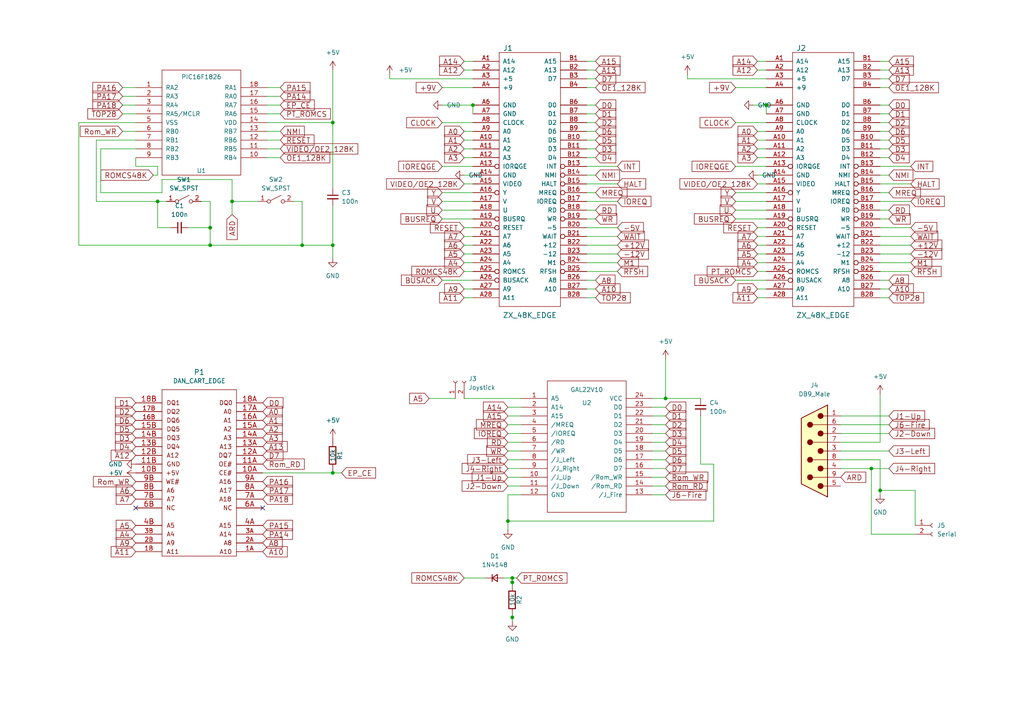
<source format=kicad_sch>
(kicad_sch (version 20211123) (generator eeschema)

  (uuid 68f4ee33-5534-43ba-9105-fc3cfc9d25d6)

  (paper "A4")

  (title_block
    (title "DandaCart")
    (date "2023-05-04")
    (rev "1.0")
    (company "Grzegorz Werner")
    (comment 1 "Based on the Dandanator! Mini project by DanDare")
  )

  (lib_symbols
    (symbol "Common:DAN_CART_EDGE" (pin_names (offset 0.254) hide) (in_bom yes) (on_board yes)
      (property "Reference" "P1" (id 0) (at 8.255 13.97 0)
        (effects (font (size 1.524 1.524)))
      )
      (property "Value" "DAN_CART_EDGE" (id 1) (at 8.255 11.43 0)
        (effects (font (size 1.27 1.27)))
      )
      (property "Footprint" "Common:DAN_CART_EDGE" (id 2) (at 8.89 17.78 0)
        (effects (font (size 1.524 1.524)) hide)
      )
      (property "Datasheet" "" (id 3) (at 44.45 -3.81 0)
        (effects (font (size 1.524 1.524)) hide)
      )
      (symbol "DAN_CART_EDGE_0_0"
        (text "+5V" (at 2.54 -15.24 0)
          (effects (font (size 1.27 1.27)) (justify right))
        )
        (text "A0" (at 15.24 2.54 0)
          (effects (font (size 1.27 1.27)) (justify left))
        )
        (text "A1" (at 15.24 0 0)
          (effects (font (size 1.27 1.27)) (justify left))
        )
        (text "A10" (at 17.78 -38.1 0)
          (effects (font (size 1.27 1.27)) (justify right))
        )
        (text "A11" (at -1.27 -38.1 0)
          (effects (font (size 1.27 1.27)) (justify left))
        )
        (text "A12" (at -1.27 -10.16 0)
          (effects (font (size 1.27 1.27)) (justify left))
        )
        (text "A13" (at 17.78 -7.62 0)
          (effects (font (size 1.27 1.27)) (justify right))
        )
        (text "A14" (at 17.78 -33.02 0)
          (effects (font (size 1.27 1.27)) (justify right))
        )
        (text "A15" (at 13.97 -30.48 0)
          (effects (font (size 1.27 1.27)) (justify left))
        )
        (text "A16" (at 13.97 -17.78 0)
          (effects (font (size 1.27 1.27)) (justify left))
        )
        (text "A17" (at 17.78 -20.32 0)
          (effects (font (size 1.27 1.27)) (justify right))
        )
        (text "A18" (at 13.97 -22.86 0)
          (effects (font (size 1.27 1.27)) (justify left))
        )
        (text "A2" (at 15.24 -2.54 0)
          (effects (font (size 1.27 1.27)) (justify left))
        )
        (text "A3" (at 15.24 -5.08 0)
          (effects (font (size 1.27 1.27)) (justify left))
        )
        (text "A4" (at -1.27 -33.02 0)
          (effects (font (size 1.27 1.27)) (justify left))
        )
        (text "A5" (at -1.27 -30.48 0)
          (effects (font (size 1.27 1.27)) (justify left))
        )
        (text "A6" (at -1.27 -20.32 0)
          (effects (font (size 1.27 1.27)) (justify left))
        )
        (text "A7" (at -1.27 -22.86 0)
          (effects (font (size 1.27 1.27)) (justify left))
        )
        (text "A8" (at 17.78 -35.56 0)
          (effects (font (size 1.27 1.27)) (justify right))
        )
        (text "A9" (at -1.27 -35.56 0)
          (effects (font (size 1.27 1.27)) (justify left))
        )
        (text "CE#" (at 17.78 -15.24 0)
          (effects (font (size 1.27 1.27)) (justify right))
        )
        (text "DQ0" (at 13.97 5.08 0)
          (effects (font (size 1.27 1.27)) (justify left))
        )
        (text "DQ1" (at -1.27 5.08 0)
          (effects (font (size 1.27 1.27)) (justify left))
        )
        (text "DQ2" (at -1.27 2.54 0)
          (effects (font (size 1.27 1.27)) (justify left))
        )
        (text "DQ3" (at -1.27 -5.08 0)
          (effects (font (size 1.27 1.27)) (justify left))
        )
        (text "DQ4" (at -1.27 -7.62 0)
          (effects (font (size 1.27 1.27)) (justify left))
        )
        (text "DQ5" (at -1.27 -2.54 0)
          (effects (font (size 1.27 1.27)) (justify left))
        )
        (text "DQ6" (at -1.27 0 0)
          (effects (font (size 1.27 1.27)) (justify left))
        )
        (text "DQ7" (at 17.78 -10.16 0)
          (effects (font (size 1.27 1.27)) (justify right))
        )
        (text "GND" (at -1.27 -12.7 0)
          (effects (font (size 1.27 1.27)) (justify left))
        )
        (text "NC" (at 0 -25.4 0)
          (effects (font (size 1.27 1.27)))
        )
        (text "NC" (at 16.51 -25.4 0)
          (effects (font (size 1.27 1.27)))
        )
        (text "OE#" (at 17.78 -12.7 0)
          (effects (font (size 1.27 1.27)) (justify right))
        )
        (text "WE#" (at 2.54 -17.78 0)
          (effects (font (size 1.27 1.27)) (justify right))
        )
      )
      (symbol "DAN_CART_EDGE_0_1"
        (rectangle (start -2.54 8.89) (end 19.05 -39.37)
          (stroke (width 0) (type default) (color 0 0 0 0))
          (fill (type none))
        )
      )
      (symbol "DAN_CART_EDGE_1_1"
        (pin passive line (at 26.67 -15.24 180) (length 7.62)
          (name "OE#" (effects (font (size 0.762 0.762))))
          (number "10A" (effects (font (size 1.524 1.524))))
        )
        (pin passive line (at -10.16 -15.24 0) (length 7.62)
          (name "A3" (effects (font (size 0.762 0.762))))
          (number "10B" (effects (font (size 1.524 1.524))))
        )
        (pin passive line (at 26.67 -12.7 180) (length 7.62)
          (name "A11" (effects (font (size 0.762 0.762))))
          (number "11A" (effects (font (size 1.524 1.524))))
        )
        (pin passive line (at -10.16 -12.7 0) (length 7.62)
          (name "A4" (effects (font (size 0.762 0.762))))
          (number "11B" (effects (font (size 1.524 1.524))))
        )
        (pin passive line (at 26.67 -10.16 180) (length 7.62)
          (name "A9" (effects (font (size 0.762 0.762))))
          (number "12A" (effects (font (size 1.524 1.524))))
        )
        (pin passive line (at -10.16 -10.16 0) (length 7.62)
          (name "A5" (effects (font (size 0.762 0.762))))
          (number "12B" (effects (font (size 1.524 1.524))))
        )
        (pin passive line (at 26.67 -7.62 180) (length 7.62)
          (name "A8" (effects (font (size 0.762 0.762))))
          (number "13A" (effects (font (size 1.524 1.524))))
        )
        (pin passive line (at -10.16 -7.62 0) (length 7.62)
          (name "A6" (effects (font (size 0.762 0.762))))
          (number "13B" (effects (font (size 1.524 1.524))))
        )
        (pin passive line (at 26.67 -5.08 180) (length 7.62)
          (name "A13" (effects (font (size 0.762 0.762))))
          (number "14A" (effects (font (size 1.524 1.524))))
        )
        (pin passive line (at -10.16 -5.08 0) (length 7.62)
          (name "A7" (effects (font (size 0.762 0.762))))
          (number "14B" (effects (font (size 1.524 1.524))))
        )
        (pin passive line (at 26.67 -2.54 180) (length 7.62)
          (name "A14" (effects (font (size 0.762 0.762))))
          (number "15A" (effects (font (size 1.524 1.524))))
        )
        (pin passive line (at -10.16 -2.54 0) (length 7.62)
          (name "A12" (effects (font (size 0.762 0.762))))
          (number "15B" (effects (font (size 1.524 1.524))))
        )
        (pin passive line (at 26.67 0 180) (length 7.62)
          (name "A17" (effects (font (size 0.762 0.762))))
          (number "16A" (effects (font (size 1.524 1.524))))
        )
        (pin input line (at -10.16 0 0) (length 7.62)
          (name "A15" (effects (font (size 1.27 1.27))))
          (number "16B" (effects (font (size 1.27 1.27))))
        )
        (pin passive line (at 26.67 2.54 180) (length 7.62)
          (name "WE#" (effects (font (size 0.762 0.762))))
          (number "17A" (effects (font (size 1.524 1.524))))
        )
        (pin input line (at -10.16 2.54 0) (length 7.62)
          (name "A16" (effects (font (size 1.27 1.27))))
          (number "17B" (effects (font (size 1.27 1.27))))
        )
        (pin passive line (at 26.67 5.08 180) (length 7.62)
          (name "+5V" (effects (font (size 0.762 0.762))))
          (number "18A" (effects (font (size 1.524 1.524))))
        )
        (pin passive line (at -10.16 5.08 0) (length 7.62)
          (name "A18" (effects (font (size 0.762 0.762))))
          (number "18B" (effects (font (size 1.524 1.524))))
        )
        (pin input line (at 26.67 -38.1 180) (length 7.62)
          (name "DQ3" (effects (font (size 1.27 1.27))))
          (number "1A" (effects (font (size 1.27 1.27))))
        )
        (pin input line (at -10.16 -38.1 0) (length 7.62)
          (name "GND" (effects (font (size 1.27 1.27))))
          (number "1B" (effects (font (size 1.27 1.27))))
        )
        (pin input line (at 26.67 -35.56 180) (length 7.62)
          (name "DQ4" (effects (font (size 1.27 1.27))))
          (number "2A" (effects (font (size 1.27 1.27))))
        )
        (pin input line (at -10.16 -35.56 0) (length 7.62)
          (name "DQ2" (effects (font (size 1.27 1.27))))
          (number "2B" (effects (font (size 1.27 1.27))))
        )
        (pin input line (at 26.67 -33.02 180) (length 7.62)
          (name "DQ5" (effects (font (size 1.27 1.27))))
          (number "3A" (effects (font (size 1.27 1.27))))
        )
        (pin input line (at -10.16 -33.02 0) (length 7.62)
          (name "DQ1" (effects (font (size 1.27 1.27))))
          (number "3B" (effects (font (size 1.27 1.27))))
        )
        (pin passive line (at 26.67 -30.48 180) (length 7.62)
          (name "DQ6" (effects (font (size 0.762 0.762))))
          (number "4A" (effects (font (size 1.524 1.524))))
        )
        (pin passive line (at -10.16 -30.48 0) (length 7.62)
          (name "DQ0" (effects (font (size 0.762 0.762))))
          (number "4B" (effects (font (size 1.524 1.524))))
        )
        (pin passive line (at 26.67 -25.4 180) (length 7.62)
          (name "GND" (effects (font (size 0.762 0.762))))
          (number "6A" (effects (font (size 1.524 1.524))))
        )
        (pin passive line (at -10.16 -25.4 0) (length 7.62)
          (name "GND" (effects (font (size 0.762 0.762))))
          (number "6B" (effects (font (size 1.524 1.524))))
        )
        (pin passive line (at 26.67 -22.86 180) (length 7.62)
          (name "DQ7" (effects (font (size 0.762 0.762))))
          (number "7A" (effects (font (size 1.524 1.524))))
        )
        (pin passive line (at -10.16 -22.86 0) (length 7.62)
          (name "A0" (effects (font (size 0.762 0.762))))
          (number "7B" (effects (font (size 1.524 1.524))))
        )
        (pin passive line (at 26.67 -20.32 180) (length 7.62)
          (name "CE#" (effects (font (size 0.762 0.762))))
          (number "8A" (effects (font (size 1.524 1.524))))
        )
        (pin passive line (at -10.16 -20.32 0) (length 7.62)
          (name "A1" (effects (font (size 0.762 0.762))))
          (number "8B" (effects (font (size 1.524 1.524))))
        )
        (pin passive line (at 26.67 -17.78 180) (length 7.62)
          (name "A10" (effects (font (size 0.762 0.762))))
          (number "9A" (effects (font (size 1.524 1.524))))
        )
        (pin passive line (at -10.16 -17.78 0) (length 7.62)
          (name "A2" (effects (font (size 0.762 0.762))))
          (number "9B" (effects (font (size 1.524 1.524))))
        )
      )
    )
    (symbol "Connector:Conn_01x02_Female" (pin_names (offset 1.016) hide) (in_bom yes) (on_board yes)
      (property "Reference" "J" (id 0) (at 0 2.54 0)
        (effects (font (size 1.27 1.27)))
      )
      (property "Value" "Conn_01x02_Female" (id 1) (at 0 -5.08 0)
        (effects (font (size 1.27 1.27)))
      )
      (property "Footprint" "" (id 2) (at 0 0 0)
        (effects (font (size 1.27 1.27)) hide)
      )
      (property "Datasheet" "~" (id 3) (at 0 0 0)
        (effects (font (size 1.27 1.27)) hide)
      )
      (property "ki_keywords" "connector" (id 4) (at 0 0 0)
        (effects (font (size 1.27 1.27)) hide)
      )
      (property "ki_description" "Generic connector, single row, 01x02, script generated (kicad-library-utils/schlib/autogen/connector/)" (id 5) (at 0 0 0)
        (effects (font (size 1.27 1.27)) hide)
      )
      (property "ki_fp_filters" "Connector*:*_1x??_*" (id 6) (at 0 0 0)
        (effects (font (size 1.27 1.27)) hide)
      )
      (symbol "Conn_01x02_Female_1_1"
        (arc (start 0 -2.032) (mid -0.508 -2.54) (end 0 -3.048)
          (stroke (width 0.1524) (type default) (color 0 0 0 0))
          (fill (type none))
        )
        (polyline
          (pts
            (xy -1.27 -2.54)
            (xy -0.508 -2.54)
          )
          (stroke (width 0.1524) (type default) (color 0 0 0 0))
          (fill (type none))
        )
        (polyline
          (pts
            (xy -1.27 0)
            (xy -0.508 0)
          )
          (stroke (width 0.1524) (type default) (color 0 0 0 0))
          (fill (type none))
        )
        (arc (start 0 0.508) (mid -0.508 0) (end 0 -0.508)
          (stroke (width 0.1524) (type default) (color 0 0 0 0))
          (fill (type none))
        )
        (pin passive line (at -5.08 0 0) (length 3.81)
          (name "Pin_1" (effects (font (size 1.27 1.27))))
          (number "1" (effects (font (size 1.27 1.27))))
        )
        (pin passive line (at -5.08 -2.54 0) (length 3.81)
          (name "Pin_2" (effects (font (size 1.27 1.27))))
          (number "2" (effects (font (size 1.27 1.27))))
        )
      )
    )
    (symbol "Connector:DB9_Male" (pin_names (offset 1.016) hide) (in_bom yes) (on_board yes)
      (property "Reference" "J" (id 0) (at 0 13.97 0)
        (effects (font (size 1.27 1.27)))
      )
      (property "Value" "DB9_Male" (id 1) (at 0 -14.605 0)
        (effects (font (size 1.27 1.27)))
      )
      (property "Footprint" "" (id 2) (at 0 0 0)
        (effects (font (size 1.27 1.27)) hide)
      )
      (property "Datasheet" " ~" (id 3) (at 0 0 0)
        (effects (font (size 1.27 1.27)) hide)
      )
      (property "ki_keywords" "connector male D-SUB" (id 4) (at 0 0 0)
        (effects (font (size 1.27 1.27)) hide)
      )
      (property "ki_description" "9-pin male D-SUB connector" (id 5) (at 0 0 0)
        (effects (font (size 1.27 1.27)) hide)
      )
      (property "ki_fp_filters" "DSUB*Male*" (id 6) (at 0 0 0)
        (effects (font (size 1.27 1.27)) hide)
      )
      (symbol "DB9_Male_0_1"
        (circle (center -1.778 -10.16) (radius 0.762)
          (stroke (width 0) (type default) (color 0 0 0 0))
          (fill (type outline))
        )
        (circle (center -1.778 -5.08) (radius 0.762)
          (stroke (width 0) (type default) (color 0 0 0 0))
          (fill (type outline))
        )
        (circle (center -1.778 0) (radius 0.762)
          (stroke (width 0) (type default) (color 0 0 0 0))
          (fill (type outline))
        )
        (circle (center -1.778 5.08) (radius 0.762)
          (stroke (width 0) (type default) (color 0 0 0 0))
          (fill (type outline))
        )
        (circle (center -1.778 10.16) (radius 0.762)
          (stroke (width 0) (type default) (color 0 0 0 0))
          (fill (type outline))
        )
        (polyline
          (pts
            (xy -3.81 -10.16)
            (xy -2.54 -10.16)
          )
          (stroke (width 0) (type default) (color 0 0 0 0))
          (fill (type none))
        )
        (polyline
          (pts
            (xy -3.81 -7.62)
            (xy 0.508 -7.62)
          )
          (stroke (width 0) (type default) (color 0 0 0 0))
          (fill (type none))
        )
        (polyline
          (pts
            (xy -3.81 -5.08)
            (xy -2.54 -5.08)
          )
          (stroke (width 0) (type default) (color 0 0 0 0))
          (fill (type none))
        )
        (polyline
          (pts
            (xy -3.81 -2.54)
            (xy 0.508 -2.54)
          )
          (stroke (width 0) (type default) (color 0 0 0 0))
          (fill (type none))
        )
        (polyline
          (pts
            (xy -3.81 0)
            (xy -2.54 0)
          )
          (stroke (width 0) (type default) (color 0 0 0 0))
          (fill (type none))
        )
        (polyline
          (pts
            (xy -3.81 2.54)
            (xy 0.508 2.54)
          )
          (stroke (width 0) (type default) (color 0 0 0 0))
          (fill (type none))
        )
        (polyline
          (pts
            (xy -3.81 5.08)
            (xy -2.54 5.08)
          )
          (stroke (width 0) (type default) (color 0 0 0 0))
          (fill (type none))
        )
        (polyline
          (pts
            (xy -3.81 7.62)
            (xy 0.508 7.62)
          )
          (stroke (width 0) (type default) (color 0 0 0 0))
          (fill (type none))
        )
        (polyline
          (pts
            (xy -3.81 10.16)
            (xy -2.54 10.16)
          )
          (stroke (width 0) (type default) (color 0 0 0 0))
          (fill (type none))
        )
        (polyline
          (pts
            (xy -3.81 -13.335)
            (xy -3.81 13.335)
            (xy 3.81 9.525)
            (xy 3.81 -9.525)
            (xy -3.81 -13.335)
          )
          (stroke (width 0.254) (type default) (color 0 0 0 0))
          (fill (type background))
        )
        (circle (center 1.27 -7.62) (radius 0.762)
          (stroke (width 0) (type default) (color 0 0 0 0))
          (fill (type outline))
        )
        (circle (center 1.27 -2.54) (radius 0.762)
          (stroke (width 0) (type default) (color 0 0 0 0))
          (fill (type outline))
        )
        (circle (center 1.27 2.54) (radius 0.762)
          (stroke (width 0) (type default) (color 0 0 0 0))
          (fill (type outline))
        )
        (circle (center 1.27 7.62) (radius 0.762)
          (stroke (width 0) (type default) (color 0 0 0 0))
          (fill (type outline))
        )
      )
      (symbol "DB9_Male_1_1"
        (pin passive line (at -7.62 -10.16 0) (length 3.81)
          (name "1" (effects (font (size 1.27 1.27))))
          (number "1" (effects (font (size 1.27 1.27))))
        )
        (pin passive line (at -7.62 -5.08 0) (length 3.81)
          (name "2" (effects (font (size 1.27 1.27))))
          (number "2" (effects (font (size 1.27 1.27))))
        )
        (pin passive line (at -7.62 0 0) (length 3.81)
          (name "3" (effects (font (size 1.27 1.27))))
          (number "3" (effects (font (size 1.27 1.27))))
        )
        (pin passive line (at -7.62 5.08 0) (length 3.81)
          (name "4" (effects (font (size 1.27 1.27))))
          (number "4" (effects (font (size 1.27 1.27))))
        )
        (pin passive line (at -7.62 10.16 0) (length 3.81)
          (name "5" (effects (font (size 1.27 1.27))))
          (number "5" (effects (font (size 1.27 1.27))))
        )
        (pin passive line (at -7.62 -7.62 0) (length 3.81)
          (name "6" (effects (font (size 1.27 1.27))))
          (number "6" (effects (font (size 1.27 1.27))))
        )
        (pin passive line (at -7.62 -2.54 0) (length 3.81)
          (name "7" (effects (font (size 1.27 1.27))))
          (number "7" (effects (font (size 1.27 1.27))))
        )
        (pin passive line (at -7.62 2.54 0) (length 3.81)
          (name "8" (effects (font (size 1.27 1.27))))
          (number "8" (effects (font (size 1.27 1.27))))
        )
        (pin passive line (at -7.62 7.62 0) (length 3.81)
          (name "9" (effects (font (size 1.27 1.27))))
          (number "9" (effects (font (size 1.27 1.27))))
        )
      )
    )
    (symbol "Device:C_Small" (pin_numbers hide) (pin_names (offset 0.254) hide) (in_bom yes) (on_board yes)
      (property "Reference" "C" (id 0) (at 0.254 1.778 0)
        (effects (font (size 1.27 1.27)) (justify left))
      )
      (property "Value" "C_Small" (id 1) (at 0.254 -2.032 0)
        (effects (font (size 1.27 1.27)) (justify left))
      )
      (property "Footprint" "" (id 2) (at 0 0 0)
        (effects (font (size 1.27 1.27)) hide)
      )
      (property "Datasheet" "~" (id 3) (at 0 0 0)
        (effects (font (size 1.27 1.27)) hide)
      )
      (property "ki_keywords" "capacitor cap" (id 4) (at 0 0 0)
        (effects (font (size 1.27 1.27)) hide)
      )
      (property "ki_description" "Unpolarized capacitor, small symbol" (id 5) (at 0 0 0)
        (effects (font (size 1.27 1.27)) hide)
      )
      (property "ki_fp_filters" "C_*" (id 6) (at 0 0 0)
        (effects (font (size 1.27 1.27)) hide)
      )
      (symbol "C_Small_0_1"
        (polyline
          (pts
            (xy -1.524 -0.508)
            (xy 1.524 -0.508)
          )
          (stroke (width 0.3302) (type default) (color 0 0 0 0))
          (fill (type none))
        )
        (polyline
          (pts
            (xy -1.524 0.508)
            (xy 1.524 0.508)
          )
          (stroke (width 0.3048) (type default) (color 0 0 0 0))
          (fill (type none))
        )
      )
      (symbol "C_Small_1_1"
        (pin passive line (at 0 2.54 270) (length 2.032)
          (name "~" (effects (font (size 1.27 1.27))))
          (number "1" (effects (font (size 1.27 1.27))))
        )
        (pin passive line (at 0 -2.54 90) (length 2.032)
          (name "~" (effects (font (size 1.27 1.27))))
          (number "2" (effects (font (size 1.27 1.27))))
        )
      )
    )
    (symbol "Device:D_Small" (pin_numbers hide) (pin_names (offset 0.254) hide) (in_bom yes) (on_board yes)
      (property "Reference" "D" (id 0) (at -1.27 2.032 0)
        (effects (font (size 1.27 1.27)) (justify left))
      )
      (property "Value" "D_Small" (id 1) (at -3.81 -2.032 0)
        (effects (font (size 1.27 1.27)) (justify left))
      )
      (property "Footprint" "" (id 2) (at 0 0 90)
        (effects (font (size 1.27 1.27)) hide)
      )
      (property "Datasheet" "~" (id 3) (at 0 0 90)
        (effects (font (size 1.27 1.27)) hide)
      )
      (property "ki_keywords" "diode" (id 4) (at 0 0 0)
        (effects (font (size 1.27 1.27)) hide)
      )
      (property "ki_description" "Diode, small symbol" (id 5) (at 0 0 0)
        (effects (font (size 1.27 1.27)) hide)
      )
      (property "ki_fp_filters" "TO-???* *_Diode_* *SingleDiode* D_*" (id 6) (at 0 0 0)
        (effects (font (size 1.27 1.27)) hide)
      )
      (symbol "D_Small_0_1"
        (polyline
          (pts
            (xy -0.762 -1.016)
            (xy -0.762 1.016)
          )
          (stroke (width 0.254) (type default) (color 0 0 0 0))
          (fill (type none))
        )
        (polyline
          (pts
            (xy -0.762 0)
            (xy 0.762 0)
          )
          (stroke (width 0) (type default) (color 0 0 0 0))
          (fill (type none))
        )
        (polyline
          (pts
            (xy 0.762 -1.016)
            (xy -0.762 0)
            (xy 0.762 1.016)
            (xy 0.762 -1.016)
          )
          (stroke (width 0.254) (type default) (color 0 0 0 0))
          (fill (type none))
        )
      )
      (symbol "D_Small_1_1"
        (pin passive line (at -2.54 0 0) (length 1.778)
          (name "K" (effects (font (size 1.27 1.27))))
          (number "1" (effects (font (size 1.27 1.27))))
        )
        (pin passive line (at 2.54 0 180) (length 1.778)
          (name "A" (effects (font (size 1.27 1.27))))
          (number "2" (effects (font (size 1.27 1.27))))
        )
      )
    )
    (symbol "GAL22V10-DMV2:GAL22V10-DMV2" (pin_names (offset 1.016)) (in_bom yes) (on_board yes)
      (property "Reference" "U" (id 0) (at 0 -2.54 0)
        (effects (font (size 1.27 1.27)))
      )
      (property "Value" "GAL22V10-DMV2" (id 1) (at 0 2.54 0)
        (effects (font (size 1.27 1.27)))
      )
      (property "Footprint" "MODULE" (id 2) (at 0 0 0)
        (effects (font (size 1.27 1.27)) hide)
      )
      (property "Datasheet" "DOCUMENTATION" (id 3) (at 0 0 0)
        (effects (font (size 1.27 1.27)) hide)
      )
      (symbol "GAL22V10-DMV2_1_0"
        (rectangle (start -11.43 -19.05) (end 11.43 19.05)
          (stroke (width 0) (type default) (color 0 0 0 0))
          (fill (type none))
        )
      )
      (symbol "GAL22V10-DMV2_1_1"
        (pin input line (at -19.05 13.97 0) (length 7.62)
          (name "A5" (effects (font (size 1.27 1.27))))
          (number "1" (effects (font (size 1.27 1.27))))
        )
        (pin input line (at -19.05 -8.89 0) (length 7.62)
          (name "/J_Up" (effects (font (size 1.27 1.27))))
          (number "10" (effects (font (size 1.27 1.27))))
        )
        (pin input line (at -19.05 -11.43 0) (length 7.62)
          (name "/J_Down" (effects (font (size 1.27 1.27))))
          (number "11" (effects (font (size 1.27 1.27))))
        )
        (pin power_in line (at -19.05 -13.97 0) (length 7.62)
          (name "GND" (effects (font (size 1.27 1.27))))
          (number "12" (effects (font (size 1.27 1.27))))
        )
        (pin input line (at 19.05 -13.97 180) (length 7.62)
          (name "/J_Fire" (effects (font (size 1.27 1.27))))
          (number "13" (effects (font (size 1.27 1.27))))
        )
        (pin output line (at 19.05 -11.43 180) (length 7.62)
          (name "/Rom_RD" (effects (font (size 1.27 1.27))))
          (number "14" (effects (font (size 1.27 1.27))))
        )
        (pin output line (at 19.05 -8.89 180) (length 7.62)
          (name "/Rom_WR" (effects (font (size 1.27 1.27))))
          (number "15" (effects (font (size 1.27 1.27))))
        )
        (pin output line (at 19.05 -6.35 180) (length 7.62)
          (name "D7" (effects (font (size 1.27 1.27))))
          (number "16" (effects (font (size 1.27 1.27))))
        )
        (pin output line (at 19.05 -3.81 180) (length 7.62)
          (name "D6" (effects (font (size 1.27 1.27))))
          (number "17" (effects (font (size 1.27 1.27))))
        )
        (pin output line (at 19.05 -1.27 180) (length 7.62)
          (name "D5" (effects (font (size 1.27 1.27))))
          (number "18" (effects (font (size 1.27 1.27))))
        )
        (pin output line (at 19.05 1.27 180) (length 7.62)
          (name "D4" (effects (font (size 1.27 1.27))))
          (number "19" (effects (font (size 1.27 1.27))))
        )
        (pin input line (at -19.05 11.43 0) (length 7.62)
          (name "A14" (effects (font (size 1.27 1.27))))
          (number "2" (effects (font (size 1.27 1.27))))
        )
        (pin output line (at 19.05 3.81 180) (length 7.62)
          (name "D3" (effects (font (size 1.27 1.27))))
          (number "20" (effects (font (size 1.27 1.27))))
        )
        (pin output line (at 19.05 6.35 180) (length 7.62)
          (name "D2" (effects (font (size 1.27 1.27))))
          (number "21" (effects (font (size 1.27 1.27))))
        )
        (pin output line (at 19.05 8.89 180) (length 7.62)
          (name "D1" (effects (font (size 1.27 1.27))))
          (number "22" (effects (font (size 1.27 1.27))))
        )
        (pin output line (at 19.05 11.43 180) (length 7.62)
          (name "D0" (effects (font (size 1.27 1.27))))
          (number "23" (effects (font (size 1.27 1.27))))
        )
        (pin power_in line (at 19.05 13.97 180) (length 7.62)
          (name "VCC" (effects (font (size 1.27 1.27))))
          (number "24" (effects (font (size 1.27 1.27))))
        )
        (pin input line (at -19.05 8.89 0) (length 7.62)
          (name "A15" (effects (font (size 1.27 1.27))))
          (number "3" (effects (font (size 1.27 1.27))))
        )
        (pin input line (at -19.05 6.35 0) (length 7.62)
          (name "/MREQ" (effects (font (size 1.27 1.27))))
          (number "4" (effects (font (size 1.27 1.27))))
        )
        (pin input line (at -19.05 3.81 0) (length 7.62)
          (name "/IOREQ" (effects (font (size 1.27 1.27))))
          (number "5" (effects (font (size 1.27 1.27))))
        )
        (pin input line (at -19.05 1.27 0) (length 7.62)
          (name "/RD" (effects (font (size 1.27 1.27))))
          (number "6" (effects (font (size 1.27 1.27))))
        )
        (pin input line (at -19.05 -1.27 0) (length 7.62)
          (name "/WR" (effects (font (size 1.27 1.27))))
          (number "7" (effects (font (size 1.27 1.27))))
        )
        (pin input line (at -19.05 -3.81 0) (length 7.62)
          (name "/J_Left" (effects (font (size 1.27 1.27))))
          (number "8" (effects (font (size 1.27 1.27))))
        )
        (pin input line (at -19.05 -6.35 0) (length 7.62)
          (name "/J_Right" (effects (font (size 1.27 1.27))))
          (number "9" (effects (font (size 1.27 1.27))))
        )
      )
    )
    (symbol "PIC16F1826:PIC16F1826" (pin_names (offset 1.016)) (in_bom yes) (on_board yes)
      (property "Reference" "U" (id 0) (at 0 -2.54 0)
        (effects (font (size 1.27 1.27)))
      )
      (property "Value" "PIC16F1826" (id 1) (at 0 2.54 0)
        (effects (font (size 1.27 1.27)))
      )
      (property "Footprint" "MODULE" (id 2) (at 0 0 0)
        (effects (font (size 1.27 1.27)) hide)
      )
      (property "Datasheet" "DOCUMENTATION" (id 3) (at 0 0 0)
        (effects (font (size 1.27 1.27)) hide)
      )
      (symbol "PIC16F1826_1_0"
        (rectangle (start -11.43 -15.24) (end 11.43 15.24)
          (stroke (width 0) (type default) (color 0 0 0 0))
          (fill (type none))
        )
      )
      (symbol "PIC16F1826_1_1"
        (pin tri_state line (at -19.05 10.16 0) (length 7.62)
          (name "RA2" (effects (font (size 1.27 1.27))))
          (number "1" (effects (font (size 1.27 1.27))))
        )
        (pin tri_state line (at 19.05 -10.16 180) (length 7.62)
          (name "RB4" (effects (font (size 1.27 1.27))))
          (number "10" (effects (font (size 1.27 1.27))))
        )
        (pin tri_state line (at 19.05 -7.62 180) (length 7.62)
          (name "RB5" (effects (font (size 1.27 1.27))))
          (number "11" (effects (font (size 1.27 1.27))))
        )
        (pin tri_state line (at 19.05 -5.08 180) (length 7.62)
          (name "RB6" (effects (font (size 1.27 1.27))))
          (number "12" (effects (font (size 1.27 1.27))))
        )
        (pin tri_state line (at 19.05 -2.54 180) (length 7.62)
          (name "RB7" (effects (font (size 1.27 1.27))))
          (number "13" (effects (font (size 1.27 1.27))))
        )
        (pin power_in line (at 19.05 0 180) (length 7.62)
          (name "VDD" (effects (font (size 1.27 1.27))))
          (number "14" (effects (font (size 1.27 1.27))))
        )
        (pin tri_state line (at 19.05 2.54 180) (length 7.62)
          (name "RA6" (effects (font (size 1.27 1.27))))
          (number "15" (effects (font (size 1.27 1.27))))
        )
        (pin tri_state line (at 19.05 5.08 180) (length 7.62)
          (name "RA7" (effects (font (size 1.27 1.27))))
          (number "16" (effects (font (size 1.27 1.27))))
        )
        (pin tri_state line (at 19.05 7.62 180) (length 7.62)
          (name "RA0" (effects (font (size 1.27 1.27))))
          (number "17" (effects (font (size 1.27 1.27))))
        )
        (pin tri_state line (at 19.05 10.16 180) (length 7.62)
          (name "RA1" (effects (font (size 1.27 1.27))))
          (number "18" (effects (font (size 1.27 1.27))))
        )
        (pin tri_state line (at -19.05 7.62 0) (length 7.62)
          (name "RA3" (effects (font (size 1.27 1.27))))
          (number "2" (effects (font (size 1.27 1.27))))
        )
        (pin tri_state line (at -19.05 5.08 0) (length 7.62)
          (name "RA4" (effects (font (size 1.27 1.27))))
          (number "3" (effects (font (size 1.27 1.27))))
        )
        (pin input line (at -19.05 2.54 0) (length 7.62)
          (name "RA5/MCLR" (effects (font (size 1.27 1.27))))
          (number "4" (effects (font (size 1.27 1.27))))
        )
        (pin power_in line (at -19.05 0 0) (length 7.62)
          (name "VSS" (effects (font (size 1.27 1.27))))
          (number "5" (effects (font (size 1.27 1.27))))
        )
        (pin tri_state line (at -19.05 -2.54 0) (length 7.62)
          (name "RB0" (effects (font (size 1.27 1.27))))
          (number "6" (effects (font (size 1.27 1.27))))
        )
        (pin tri_state line (at -19.05 -5.08 0) (length 7.62)
          (name "RB1" (effects (font (size 1.27 1.27))))
          (number "7" (effects (font (size 1.27 1.27))))
        )
        (pin tri_state line (at -19.05 -7.62 0) (length 7.62)
          (name "RB2" (effects (font (size 1.27 1.27))))
          (number "8" (effects (font (size 1.27 1.27))))
        )
        (pin tri_state line (at -19.05 -10.16 0) (length 7.62)
          (name "RB3" (effects (font (size 1.27 1.27))))
          (number "9" (effects (font (size 1.27 1.27))))
        )
      )
    )
    (symbol "Switch:SW_SPST" (pin_names (offset 0) hide) (in_bom yes) (on_board yes)
      (property "Reference" "SW" (id 0) (at 0 3.175 0)
        (effects (font (size 1.27 1.27)))
      )
      (property "Value" "SW_SPST" (id 1) (at 0 -2.54 0)
        (effects (font (size 1.27 1.27)))
      )
      (property "Footprint" "" (id 2) (at 0 0 0)
        (effects (font (size 1.27 1.27)) hide)
      )
      (property "Datasheet" "~" (id 3) (at 0 0 0)
        (effects (font (size 1.27 1.27)) hide)
      )
      (property "ki_keywords" "switch lever" (id 4) (at 0 0 0)
        (effects (font (size 1.27 1.27)) hide)
      )
      (property "ki_description" "Single Pole Single Throw (SPST) switch" (id 5) (at 0 0 0)
        (effects (font (size 1.27 1.27)) hide)
      )
      (symbol "SW_SPST_0_0"
        (circle (center -2.032 0) (radius 0.508)
          (stroke (width 0) (type default) (color 0 0 0 0))
          (fill (type none))
        )
        (polyline
          (pts
            (xy -1.524 0.254)
            (xy 1.524 1.778)
          )
          (stroke (width 0) (type default) (color 0 0 0 0))
          (fill (type none))
        )
        (circle (center 2.032 0) (radius 0.508)
          (stroke (width 0) (type default) (color 0 0 0 0))
          (fill (type none))
        )
      )
      (symbol "SW_SPST_1_1"
        (pin passive line (at -5.08 0 0) (length 2.54)
          (name "A" (effects (font (size 1.27 1.27))))
          (number "1" (effects (font (size 1.27 1.27))))
        )
        (pin passive line (at 5.08 0 180) (length 2.54)
          (name "B" (effects (font (size 1.27 1.27))))
          (number "2" (effects (font (size 1.27 1.27))))
        )
      )
    )
    (symbol "power:+5V" (power) (pin_names (offset 0)) (in_bom yes) (on_board yes)
      (property "Reference" "#PWR" (id 0) (at 0 -3.81 0)
        (effects (font (size 1.27 1.27)) hide)
      )
      (property "Value" "+5V" (id 1) (at 0 3.556 0)
        (effects (font (size 1.27 1.27)))
      )
      (property "Footprint" "" (id 2) (at 0 0 0)
        (effects (font (size 1.27 1.27)) hide)
      )
      (property "Datasheet" "" (id 3) (at 0 0 0)
        (effects (font (size 1.27 1.27)) hide)
      )
      (property "ki_keywords" "global power" (id 4) (at 0 0 0)
        (effects (font (size 1.27 1.27)) hide)
      )
      (property "ki_description" "Power symbol creates a global label with name \"+5V\"" (id 5) (at 0 0 0)
        (effects (font (size 1.27 1.27)) hide)
      )
      (symbol "+5V_0_1"
        (polyline
          (pts
            (xy -0.762 1.27)
            (xy 0 2.54)
          )
          (stroke (width 0) (type default) (color 0 0 0 0))
          (fill (type none))
        )
        (polyline
          (pts
            (xy 0 0)
            (xy 0 2.54)
          )
          (stroke (width 0) (type default) (color 0 0 0 0))
          (fill (type none))
        )
        (polyline
          (pts
            (xy 0 2.54)
            (xy 0.762 1.27)
          )
          (stroke (width 0) (type default) (color 0 0 0 0))
          (fill (type none))
        )
      )
      (symbol "+5V_1_1"
        (pin power_in line (at 0 0 90) (length 0) hide
          (name "+5V" (effects (font (size 1.27 1.27))))
          (number "1" (effects (font (size 1.27 1.27))))
        )
      )
    )
    (symbol "power:GND" (power) (pin_names (offset 0)) (in_bom yes) (on_board yes)
      (property "Reference" "#PWR" (id 0) (at 0 -6.35 0)
        (effects (font (size 1.27 1.27)) hide)
      )
      (property "Value" "GND" (id 1) (at 0 -3.81 0)
        (effects (font (size 1.27 1.27)))
      )
      (property "Footprint" "" (id 2) (at 0 0 0)
        (effects (font (size 1.27 1.27)) hide)
      )
      (property "Datasheet" "" (id 3) (at 0 0 0)
        (effects (font (size 1.27 1.27)) hide)
      )
      (property "ki_keywords" "global power" (id 4) (at 0 0 0)
        (effects (font (size 1.27 1.27)) hide)
      )
      (property "ki_description" "Power symbol creates a global label with name \"GND\" , ground" (id 5) (at 0 0 0)
        (effects (font (size 1.27 1.27)) hide)
      )
      (symbol "GND_0_1"
        (polyline
          (pts
            (xy 0 0)
            (xy 0 -1.27)
            (xy 1.27 -1.27)
            (xy 0 -2.54)
            (xy -1.27 -1.27)
            (xy 0 -1.27)
          )
          (stroke (width 0) (type default) (color 0 0 0 0))
          (fill (type none))
        )
      )
      (symbol "GND_1_1"
        (pin power_in line (at 0 0 270) (length 0) hide
          (name "GND" (effects (font (size 1.27 1.27))))
          (number "1" (effects (font (size 1.27 1.27))))
        )
      )
    )
    (symbol "zx:R" (pin_numbers hide) (pin_names (offset 0)) (in_bom yes) (on_board yes)
      (property "Reference" "R" (id 0) (at 2.032 0 90)
        (effects (font (size 1.016 1.016)))
      )
      (property "Value" "R" (id 1) (at 0.1778 0.0254 90)
        (effects (font (size 1.016 1.016)))
      )
      (property "Footprint" "" (id 2) (at -1.778 0 90)
        (effects (font (size 0.762 0.762)))
      )
      (property "Datasheet" "" (id 3) (at 0 0 0)
        (effects (font (size 0.762 0.762)))
      )
      (property "ki_fp_filters" "R? SM0603 SM0805 R?-* SM1206" (id 4) (at 0 0 0)
        (effects (font (size 1.27 1.27)) hide)
      )
      (symbol "R_0_1"
        (rectangle (start 0.889 -2.54) (end -1.016 2.54)
          (stroke (width 0.3048) (type default) (color 0 0 0 0))
          (fill (type none))
        )
      )
      (symbol "R_1_1"
        (pin passive line (at 0 5.08 270) (length 2.54)
          (name "~" (effects (font (size 1.524 1.524))))
          (number "1" (effects (font (size 1.524 1.524))))
        )
        (pin passive line (at 0 -5.08 90) (length 2.54)
          (name "~" (effects (font (size 1.524 1.524))))
          (number "2" (effects (font (size 1.524 1.524))))
        )
      )
    )
    (symbol "zx:ZX_48K_EDGE" (pin_names (offset 1.016)) (in_bom yes) (on_board yes)
      (property "Reference" "J" (id 0) (at -7.62 13.97 0)
        (effects (font (size 1.524 1.524)))
      )
      (property "Value" "ZX_48K_EDGE" (id 1) (at -1.27 -63.5 0)
        (effects (font (size 1.524 1.524)))
      )
      (property "Footprint" "" (id 2) (at -7.62 -1.27 0)
        (effects (font (size 1.524 1.524)))
      )
      (property "Datasheet" "" (id 3) (at -7.62 -1.27 0)
        (effects (font (size 1.524 1.524)))
      )
      (symbol "ZX_48K_EDGE_0_1"
        (rectangle (start -10.16 -60.96) (end 7.62 12.7)
          (stroke (width 0) (type default) (color 0 0 0 0))
          (fill (type none))
        )
      )
      (symbol "ZX_48K_EDGE_1_1"
        (pin passive line (at -17.78 10.16 0) (length 7.62)
          (name "A14" (effects (font (size 1.27 1.27))))
          (number "A1" (effects (font (size 1.27 1.27))))
        )
        (pin passive line (at -17.78 -12.7 0) (length 7.62)
          (name "A1" (effects (font (size 1.27 1.27))))
          (number "A10" (effects (font (size 1.27 1.27))))
        )
        (pin passive line (at -17.78 -15.24 0) (length 7.62)
          (name "A2" (effects (font (size 1.27 1.27))))
          (number "A11" (effects (font (size 1.27 1.27))))
        )
        (pin passive line (at -17.78 -17.78 0) (length 7.62)
          (name "A3" (effects (font (size 1.27 1.27))))
          (number "A12" (effects (font (size 1.27 1.27))))
        )
        (pin passive inverted (at -17.78 -20.32 0) (length 7.62)
          (name "IORQGE" (effects (font (size 1.27 1.27))))
          (number "A13" (effects (font (size 1.27 1.27))))
        )
        (pin passive line (at -17.78 -22.86 0) (length 7.62)
          (name "GND" (effects (font (size 1.27 1.27))))
          (number "A14" (effects (font (size 1.27 1.27))))
        )
        (pin passive line (at -17.78 -25.4 0) (length 7.62)
          (name "VIDEO" (effects (font (size 1.27 1.27))))
          (number "A15" (effects (font (size 1.27 1.27))))
        )
        (pin passive inverted (at -17.78 -27.94 0) (length 7.62)
          (name "Y" (effects (font (size 1.27 1.27))))
          (number "A16" (effects (font (size 1.27 1.27))))
        )
        (pin passive line (at -17.78 -30.48 0) (length 7.62)
          (name "V" (effects (font (size 1.27 1.27))))
          (number "A17" (effects (font (size 1.27 1.27))))
        )
        (pin passive line (at -17.78 -33.02 0) (length 7.62)
          (name "U" (effects (font (size 1.27 1.27))))
          (number "A18" (effects (font (size 1.27 1.27))))
        )
        (pin passive inverted (at -17.78 -35.56 0) (length 7.62)
          (name "BUSRQ" (effects (font (size 1.27 1.27))))
          (number "A19" (effects (font (size 1.27 1.27))))
        )
        (pin passive line (at -17.78 7.62 0) (length 7.62)
          (name "A12" (effects (font (size 1.27 1.27))))
          (number "A2" (effects (font (size 1.27 1.27))))
        )
        (pin passive inverted (at -17.78 -38.1 0) (length 7.62)
          (name "RESET" (effects (font (size 1.27 1.27))))
          (number "A20" (effects (font (size 1.27 1.27))))
        )
        (pin passive line (at -17.78 -40.64 0) (length 7.62)
          (name "A7" (effects (font (size 1.27 1.27))))
          (number "A21" (effects (font (size 1.27 1.27))))
        )
        (pin passive line (at -17.78 -43.18 0) (length 7.62)
          (name "A6" (effects (font (size 1.27 1.27))))
          (number "A22" (effects (font (size 1.27 1.27))))
        )
        (pin passive line (at -17.78 -45.72 0) (length 7.62)
          (name "A5" (effects (font (size 1.27 1.27))))
          (number "A23" (effects (font (size 1.27 1.27))))
        )
        (pin passive line (at -17.78 -48.26 0) (length 7.62)
          (name "A4" (effects (font (size 1.27 1.27))))
          (number "A24" (effects (font (size 1.27 1.27))))
        )
        (pin passive inverted (at -17.78 -50.8 0) (length 7.62)
          (name "ROMCS" (effects (font (size 1.27 1.27))))
          (number "A25" (effects (font (size 1.27 1.27))))
        )
        (pin passive inverted (at -17.78 -53.34 0) (length 7.62)
          (name "BUSACK" (effects (font (size 1.27 1.27))))
          (number "A26" (effects (font (size 1.27 1.27))))
        )
        (pin passive line (at -17.78 -55.88 0) (length 7.62)
          (name "A9" (effects (font (size 1.27 1.27))))
          (number "A27" (effects (font (size 1.27 1.27))))
        )
        (pin passive line (at -17.78 -58.42 0) (length 7.62)
          (name "A11" (effects (font (size 1.27 1.27))))
          (number "A28" (effects (font (size 1.27 1.27))))
        )
        (pin passive line (at -17.78 5.08 0) (length 7.62)
          (name "+5" (effects (font (size 1.27 1.27))))
          (number "A3" (effects (font (size 1.27 1.27))))
        )
        (pin passive line (at -17.78 2.54 0) (length 7.62)
          (name "+9" (effects (font (size 1.27 1.27))))
          (number "A4" (effects (font (size 1.27 1.27))))
        )
        (pin passive line (at -17.78 -2.54 0) (length 7.62)
          (name "GND" (effects (font (size 1.27 1.27))))
          (number "A6" (effects (font (size 1.27 1.27))))
        )
        (pin passive line (at -17.78 -5.08 0) (length 7.62)
          (name "GND" (effects (font (size 1.27 1.27))))
          (number "A7" (effects (font (size 1.27 1.27))))
        )
        (pin passive line (at -17.78 -7.62 0) (length 7.62)
          (name "CLOCK" (effects (font (size 1.27 1.27))))
          (number "A8" (effects (font (size 1.27 1.27))))
        )
        (pin passive line (at -17.78 -10.16 0) (length 7.62)
          (name "A0" (effects (font (size 1.27 1.27))))
          (number "A9" (effects (font (size 1.27 1.27))))
        )
        (pin passive line (at 15.24 10.16 180) (length 7.62)
          (name "A15" (effects (font (size 1.27 1.27))))
          (number "B1" (effects (font (size 1.27 1.27))))
        )
        (pin passive line (at 15.24 -12.7 180) (length 7.62)
          (name "D5" (effects (font (size 1.27 1.27))))
          (number "B10" (effects (font (size 1.27 1.27))))
        )
        (pin passive line (at 15.24 -15.24 180) (length 7.62)
          (name "D3" (effects (font (size 1.27 1.27))))
          (number "B11" (effects (font (size 1.27 1.27))))
        )
        (pin passive line (at 15.24 -17.78 180) (length 7.62)
          (name "D4" (effects (font (size 1.27 1.27))))
          (number "B12" (effects (font (size 1.27 1.27))))
        )
        (pin passive inverted (at 15.24 -20.32 180) (length 7.62)
          (name "INT" (effects (font (size 1.27 1.27))))
          (number "B13" (effects (font (size 1.27 1.27))))
        )
        (pin passive inverted (at 15.24 -22.86 180) (length 7.62)
          (name "NMI" (effects (font (size 1.27 1.27))))
          (number "B14" (effects (font (size 1.27 1.27))))
        )
        (pin passive inverted (at 15.24 -25.4 180) (length 7.62)
          (name "HALT" (effects (font (size 1.27 1.27))))
          (number "B15" (effects (font (size 1.27 1.27))))
        )
        (pin passive inverted (at 15.24 -27.94 180) (length 7.62)
          (name "MREQ" (effects (font (size 1.27 1.27))))
          (number "B16" (effects (font (size 1.27 1.27))))
        )
        (pin passive inverted (at 15.24 -30.48 180) (length 7.62)
          (name "IOREQ" (effects (font (size 1.27 1.27))))
          (number "B17" (effects (font (size 1.27 1.27))))
        )
        (pin passive inverted (at 15.24 -33.02 180) (length 7.62)
          (name "RD" (effects (font (size 1.27 1.27))))
          (number "B18" (effects (font (size 1.27 1.27))))
        )
        (pin passive inverted (at 15.24 -35.56 180) (length 7.62)
          (name "WR" (effects (font (size 1.27 1.27))))
          (number "B19" (effects (font (size 1.27 1.27))))
        )
        (pin passive line (at 15.24 7.62 180) (length 7.62)
          (name "A13" (effects (font (size 1.27 1.27))))
          (number "B2" (effects (font (size 1.27 1.27))))
        )
        (pin passive line (at 15.24 -38.1 180) (length 7.62)
          (name "-5" (effects (font (size 1.27 1.27))))
          (number "B20" (effects (font (size 1.27 1.27))))
        )
        (pin passive inverted (at 15.24 -40.64 180) (length 7.62)
          (name "WAIT" (effects (font (size 1.27 1.27))))
          (number "B21" (effects (font (size 1.27 1.27))))
        )
        (pin passive line (at 15.24 -43.18 180) (length 7.62)
          (name "+12" (effects (font (size 1.27 1.27))))
          (number "B22" (effects (font (size 1.27 1.27))))
        )
        (pin passive line (at 15.24 -45.72 180) (length 7.62)
          (name "-12" (effects (font (size 1.27 1.27))))
          (number "B23" (effects (font (size 1.27 1.27))))
        )
        (pin passive inverted (at 15.24 -48.26 180) (length 7.62)
          (name "M1" (effects (font (size 1.27 1.27))))
          (number "B24" (effects (font (size 1.27 1.27))))
        )
        (pin passive inverted (at 15.24 -50.8 180) (length 7.62)
          (name "RFSH" (effects (font (size 1.27 1.27))))
          (number "B25" (effects (font (size 1.27 1.27))))
        )
        (pin passive line (at 15.24 -53.34 180) (length 7.62)
          (name "A8" (effects (font (size 1.27 1.27))))
          (number "B26" (effects (font (size 1.27 1.27))))
        )
        (pin passive line (at 15.24 -55.88 180) (length 7.62)
          (name "A10" (effects (font (size 1.27 1.27))))
          (number "B27" (effects (font (size 1.27 1.27))))
        )
        (pin passive line (at 15.24 -58.42 180) (length 7.62)
          (name "~" (effects (font (size 1.27 1.27))))
          (number "B28" (effects (font (size 1.27 1.27))))
        )
        (pin passive line (at 15.24 5.08 180) (length 7.62)
          (name "D7" (effects (font (size 1.27 1.27))))
          (number "B3" (effects (font (size 1.27 1.27))))
        )
        (pin passive line (at 15.24 2.54 180) (length 7.62)
          (name "~" (effects (font (size 1.27 1.27))))
          (number "B4" (effects (font (size 1.27 1.27))))
        )
        (pin passive line (at 15.24 -2.54 180) (length 7.62)
          (name "D0" (effects (font (size 1.27 1.27))))
          (number "B6" (effects (font (size 1.27 1.27))))
        )
        (pin passive line (at 15.24 -5.08 180) (length 7.62)
          (name "D1" (effects (font (size 1.27 1.27))))
          (number "B7" (effects (font (size 1.27 1.27))))
        )
        (pin passive line (at 15.24 -7.62 180) (length 7.62)
          (name "D2" (effects (font (size 1.27 1.27))))
          (number "B8" (effects (font (size 1.27 1.27))))
        )
        (pin passive line (at 15.24 -10.16 180) (length 7.62)
          (name "D6" (effects (font (size 1.27 1.27))))
          (number "B9" (effects (font (size 1.27 1.27))))
        )
      )
    )
  )

  (junction (at 96.52 35.56) (diameter 0) (color 0 0 0 0)
    (uuid 12e2c864-c205-4161-b942-e5d318bb267b)
  )
  (junction (at 252.73 135.89) (diameter 0) (color 0 0 0 0)
    (uuid 19d3e83f-e41e-4a2e-9da7-e9297b53fcfc)
  )
  (junction (at 147.32 151.13) (diameter 0) (color 0 0 0 0)
    (uuid 1aa6cdee-034b-49ae-9945-65100d60e9b0)
  )
  (junction (at 60.96 71.12) (diameter 0) (color 0 0 0 0)
    (uuid 6bd37414-a176-4788-bb6c-c713f1ea2306)
  )
  (junction (at 96.52 137.16) (diameter 0) (color 0 0 0 0)
    (uuid 72f42812-2e41-4eba-9aeb-f754d0db8bcc)
  )
  (junction (at 148.59 167.64) (diameter 0) (color 0 0 0 0)
    (uuid 7654a286-068b-4a37-9fa4-66ca3c4a0fc2)
  )
  (junction (at 60.96 66.04) (diameter 0) (color 0 0 0 0)
    (uuid 812d9b2f-4852-4adb-8995-731574bb7b40)
  )
  (junction (at 67.31 58.42) (diameter 0) (color 0 0 0 0)
    (uuid 88ec320a-7f5a-4f4e-97d0-09628d29089b)
  )
  (junction (at 87.63 71.12) (diameter 0) (color 0 0 0 0)
    (uuid 906cb99c-74b7-4437-99ca-6cc3ad5eb17e)
  )
  (junction (at 255.27 142.24) (diameter 0) (color 0 0 0 0)
    (uuid a4b05968-4ba3-4e62-9662-6a207380e7aa)
  )
  (junction (at 148.59 168.91) (diameter 0) (color 0 0 0 0)
    (uuid a8f638d7-0306-4bc1-88d3-fb66166b4344)
  )
  (junction (at 222.25 30.48) (diameter 0) (color 0 0 0 0)
    (uuid b570cb3a-7040-472c-8570-617db101ab89)
  )
  (junction (at 96.52 71.12) (diameter 0) (color 0 0 0 0)
    (uuid bd8eb9af-0471-41cd-9167-8551662da6ef)
  )
  (junction (at 193.04 115.57) (diameter 0) (color 0 0 0 0)
    (uuid be56da16-4c74-45b6-9539-b6de3f47763e)
  )
  (junction (at 45.72 58.42) (diameter 0) (color 0 0 0 0)
    (uuid cc251eb4-4f3e-4ed3-a77a-57de7832db88)
  )
  (junction (at 137.16 30.48) (diameter 0) (color 0 0 0 0)
    (uuid dd0465f0-bb56-421f-9822-14d5eca28097)
  )
  (junction (at 148.59 179.07) (diameter 0) (color 0 0 0 0)
    (uuid f898a76d-ac49-4467-aac2-9cea77d89625)
  )

  (no_connect (at 39.37 147.32) (uuid 26e9bddd-e7c2-45ff-89ed-74f4ed3b387b))
  (no_connect (at 76.2 147.32) (uuid fb044722-3b9d-4540-b3b5-1bd6fb7a90b5))

  (wire (pts (xy 189.23 143.51) (xy 193.04 143.51))
    (stroke (width 0) (type default) (color 0 0 0 0))
    (uuid 007583c6-a578-482c-9166-4125a5b1f660)
  )
  (wire (pts (xy 45.72 58.42) (xy 48.26 58.42))
    (stroke (width 0) (type default) (color 0 0 0 0))
    (uuid 0167101b-9ff1-4f67-9cca-f17b9e959d90)
  )
  (wire (pts (xy 96.52 20.32) (xy 96.52 35.56))
    (stroke (width 0) (type default) (color 0 0 0 0))
    (uuid 023e5538-5738-4848-af62-8f6506f45385)
  )
  (wire (pts (xy 134.62 71.12) (xy 137.16 71.12))
    (stroke (width 0) (type default) (color 0 0 0 0))
    (uuid 02741a26-2b98-4281-bff1-33070795fde2)
  )
  (wire (pts (xy 134.62 43.18) (xy 137.16 43.18))
    (stroke (width 0) (type default) (color 0 0 0 0))
    (uuid 0406b534-4ff0-4581-896e-c1fe69ebd469)
  )
  (wire (pts (xy 213.36 60.96) (xy 222.25 60.96))
    (stroke (width 0) (type default) (color 0 0 0 0))
    (uuid 053c6b8c-cf06-4c60-8177-b4ba234937de)
  )
  (wire (pts (xy 219.71 38.1) (xy 222.25 38.1))
    (stroke (width 0) (type default) (color 0 0 0 0))
    (uuid 05d2ab1c-9c2b-40f8-9b1b-1ce274028c6c)
  )
  (wire (pts (xy 255.27 30.48) (xy 257.81 30.48))
    (stroke (width 0) (type default) (color 0 0 0 0))
    (uuid 06a31fab-6ccd-41e8-bf5e-fb0a84673425)
  )
  (wire (pts (xy 27.94 40.64) (xy 39.37 40.64))
    (stroke (width 0) (type default) (color 0 0 0 0))
    (uuid 0a6ef332-1ed2-4f9d-9890-d3f1a3819a95)
  )
  (wire (pts (xy 134.62 115.57) (xy 151.13 115.57))
    (stroke (width 0) (type default) (color 0 0 0 0))
    (uuid 1065eeed-5608-4e08-9701-a30aae26957a)
  )
  (wire (pts (xy 255.27 133.35) (xy 255.27 142.24))
    (stroke (width 0) (type default) (color 0 0 0 0))
    (uuid 1231a7ab-7ab6-4c8d-8134-0807f241c01f)
  )
  (wire (pts (xy 172.72 83.82) (xy 170.18 83.82))
    (stroke (width 0) (type default) (color 0 0 0 0))
    (uuid 1419adad-c9b9-476b-9524-562b9e3605e5)
  )
  (wire (pts (xy 213.36 55.88) (xy 222.25 55.88))
    (stroke (width 0) (type default) (color 0 0 0 0))
    (uuid 14d12990-5621-43bb-aa2f-41d3fef8facc)
  )
  (wire (pts (xy 172.72 20.32) (xy 170.18 20.32))
    (stroke (width 0) (type default) (color 0 0 0 0))
    (uuid 1549d843-8f70-4305-bcd9-a3069cedd17f)
  )
  (wire (pts (xy 189.23 125.73) (xy 193.04 125.73))
    (stroke (width 0) (type default) (color 0 0 0 0))
    (uuid 1741c84d-bf05-41fb-9694-baea7cdeca6e)
  )
  (wire (pts (xy 189.23 130.81) (xy 193.04 130.81))
    (stroke (width 0) (type default) (color 0 0 0 0))
    (uuid 174474a1-45c1-4f7d-8104-5d304633bda8)
  )
  (wire (pts (xy 22.86 71.12) (xy 60.96 71.12))
    (stroke (width 0) (type default) (color 0 0 0 0))
    (uuid 183dc6d9-8234-4c16-b628-8dfc10183b04)
  )
  (wire (pts (xy 147.32 138.43) (xy 151.13 138.43))
    (stroke (width 0) (type default) (color 0 0 0 0))
    (uuid 184704d9-7e6d-47ff-8f2d-fefb7da01400)
  )
  (wire (pts (xy 219.71 17.78) (xy 222.25 17.78))
    (stroke (width 0) (type default) (color 0 0 0 0))
    (uuid 18d1c24e-d32b-499b-86be-4bc0797bfa93)
  )
  (wire (pts (xy 243.84 128.27) (xy 255.27 128.27))
    (stroke (width 0) (type default) (color 0 0 0 0))
    (uuid 19dd65cf-4825-4786-8144-b2db8f34d8e7)
  )
  (wire (pts (xy 147.32 143.51) (xy 147.32 151.13))
    (stroke (width 0) (type default) (color 0 0 0 0))
    (uuid 1b41cd35-1c50-4868-9e60-9dd89506c37b)
  )
  (wire (pts (xy 27.94 58.42) (xy 45.72 58.42))
    (stroke (width 0) (type default) (color 0 0 0 0))
    (uuid 1bd36a35-a9dd-4dc1-8ab2-72d2ddf8cb2b)
  )
  (wire (pts (xy 96.52 35.56) (xy 96.52 54.61))
    (stroke (width 0) (type default) (color 0 0 0 0))
    (uuid 1c3c37f7-5877-4ee4-992f-ed565f2b4530)
  )
  (wire (pts (xy 35.56 33.02) (xy 39.37 33.02))
    (stroke (width 0) (type default) (color 0 0 0 0))
    (uuid 20d314f9-96f5-492d-894c-12188953dafd)
  )
  (wire (pts (xy 257.81 55.88) (xy 255.27 55.88))
    (stroke (width 0) (type default) (color 0 0 0 0))
    (uuid 2104cffb-7304-416b-84a0-0a47d1343086)
  )
  (wire (pts (xy 76.2 137.16) (xy 96.52 137.16))
    (stroke (width 0) (type default) (color 0 0 0 0))
    (uuid 210e70eb-6eb4-42e3-aca4-0e4d7d4bd07e)
  )
  (wire (pts (xy 264.16 68.58) (xy 255.27 68.58))
    (stroke (width 0) (type default) (color 0 0 0 0))
    (uuid 23527c46-41b4-4b7b-9b3f-5d8bb464bbf5)
  )
  (wire (pts (xy 257.81 83.82) (xy 255.27 83.82))
    (stroke (width 0) (type default) (color 0 0 0 0))
    (uuid 2352ab08-1cde-4895-b822-5d9db5e92858)
  )
  (wire (pts (xy 170.18 40.64) (xy 172.72 40.64))
    (stroke (width 0) (type default) (color 0 0 0 0))
    (uuid 241099ec-a590-416d-847d-de8276b88e98)
  )
  (wire (pts (xy 67.31 58.42) (xy 74.93 58.42))
    (stroke (width 0) (type default) (color 0 0 0 0))
    (uuid 250f5b1d-b5dd-437d-abec-d37ff0729e30)
  )
  (wire (pts (xy 134.62 167.64) (xy 140.97 167.64))
    (stroke (width 0) (type default) (color 0 0 0 0))
    (uuid 265ecf91-45bb-4aa6-b55f-ff26daf33fb6)
  )
  (wire (pts (xy 148.59 179.07) (xy 148.59 180.34))
    (stroke (width 0) (type default) (color 0 0 0 0))
    (uuid 26b2d93c-28ad-4052-934e-70e077356b21)
  )
  (wire (pts (xy 46.99 52.07) (xy 67.31 52.07))
    (stroke (width 0) (type default) (color 0 0 0 0))
    (uuid 2741a3e8-ff7c-4585-8b7f-5f3704bcc16b)
  )
  (wire (pts (xy 252.73 154.94) (xy 252.73 135.89))
    (stroke (width 0) (type default) (color 0 0 0 0))
    (uuid 2784bddb-c9c2-4588-8faa-35cae51cc565)
  )
  (wire (pts (xy 60.96 66.04) (xy 60.96 71.12))
    (stroke (width 0) (type default) (color 0 0 0 0))
    (uuid 29e7b95e-8ebd-41f9-877b-b4618c40cf05)
  )
  (wire (pts (xy 219.71 66.04) (xy 222.25 66.04))
    (stroke (width 0) (type default) (color 0 0 0 0))
    (uuid 2ad73911-c3b2-4f25-9a42-73e75ee8ed5c)
  )
  (wire (pts (xy 179.07 48.26) (xy 170.18 48.26))
    (stroke (width 0) (type default) (color 0 0 0 0))
    (uuid 2bbd17ef-35d6-4b1a-9fd3-43ac4f0c9d86)
  )
  (wire (pts (xy 170.18 45.72) (xy 172.72 45.72))
    (stroke (width 0) (type default) (color 0 0 0 0))
    (uuid 2c214fa8-78a1-4a48-832e-f7609f83f007)
  )
  (wire (pts (xy 243.84 135.89) (xy 252.73 135.89))
    (stroke (width 0) (type default) (color 0 0 0 0))
    (uuid 2e56ad1e-b1ea-4e85-88d8-015094c10959)
  )
  (wire (pts (xy 243.84 123.19) (xy 257.81 123.19))
    (stroke (width 0) (type default) (color 0 0 0 0))
    (uuid 2fb121ca-b768-4952-92a3-beb8f659af58)
  )
  (wire (pts (xy 60.96 58.42) (xy 60.96 66.04))
    (stroke (width 0) (type default) (color 0 0 0 0))
    (uuid 2fe3fcaf-069a-4b18-800b-75feb32c8ccb)
  )
  (wire (pts (xy 170.18 30.48) (xy 172.72 30.48))
    (stroke (width 0) (type default) (color 0 0 0 0))
    (uuid 313c7e06-63d4-434a-87a6-eccd548eacf7)
  )
  (wire (pts (xy 257.81 63.5) (xy 255.27 63.5))
    (stroke (width 0) (type default) (color 0 0 0 0))
    (uuid 31aa2403-7a2f-4e72-8274-52fff738abb0)
  )
  (wire (pts (xy 255.27 43.18) (xy 257.81 43.18))
    (stroke (width 0) (type default) (color 0 0 0 0))
    (uuid 3379e418-53cf-4006-86ee-629bba4dcc17)
  )
  (wire (pts (xy 213.36 63.5) (xy 222.25 63.5))
    (stroke (width 0) (type default) (color 0 0 0 0))
    (uuid 341bc9fc-0cbc-424d-abd5-aca11e2e8a83)
  )
  (wire (pts (xy 264.16 71.12) (xy 255.27 71.12))
    (stroke (width 0) (type default) (color 0 0 0 0))
    (uuid 353bcd27-71ed-4200-ac02-510f8ab6a4da)
  )
  (wire (pts (xy 39.37 48.26) (xy 45.72 48.26))
    (stroke (width 0) (type default) (color 0 0 0 0))
    (uuid 36ae6b64-93d5-4239-a154-4c6239799fe1)
  )
  (wire (pts (xy 35.56 25.4) (xy 39.37 25.4))
    (stroke (width 0) (type default) (color 0 0 0 0))
    (uuid 37e87648-f9d1-4501-a2bc-a4f32c0ba092)
  )
  (wire (pts (xy 96.52 35.56) (xy 77.47 35.56))
    (stroke (width 0) (type default) (color 0 0 0 0))
    (uuid 388b4585-335f-4aa1-91a1-7395ade675c7)
  )
  (wire (pts (xy 170.18 35.56) (xy 172.72 35.56))
    (stroke (width 0) (type default) (color 0 0 0 0))
    (uuid 38d217a8-f4c0-4e80-8794-64024cc34be6)
  )
  (wire (pts (xy 189.23 140.97) (xy 193.04 140.97))
    (stroke (width 0) (type default) (color 0 0 0 0))
    (uuid 391fd46f-b21c-474f-bd4d-19dde319511c)
  )
  (wire (pts (xy 264.16 58.42) (xy 255.27 58.42))
    (stroke (width 0) (type default) (color 0 0 0 0))
    (uuid 39ee0943-6def-48ef-9611-e4f570764d68)
  )
  (wire (pts (xy 134.62 76.2) (xy 137.16 76.2))
    (stroke (width 0) (type default) (color 0 0 0 0))
    (uuid 39f0d88e-b369-41c8-9578-c918630e83c3)
  )
  (wire (pts (xy 265.43 154.94) (xy 252.73 154.94))
    (stroke (width 0) (type default) (color 0 0 0 0))
    (uuid 3a78af6c-ba3c-4d95-9279-dd53882dd4af)
  )
  (wire (pts (xy 134.62 53.34) (xy 137.16 53.34))
    (stroke (width 0) (type default) (color 0 0 0 0))
    (uuid 3ab6e901-2a88-415e-8411-9cd0cdeb858e)
  )
  (wire (pts (xy 219.71 76.2) (xy 222.25 76.2))
    (stroke (width 0) (type default) (color 0 0 0 0))
    (uuid 3baa3ee2-e9a3-41d6-aaf2-75eeec4e07d0)
  )
  (wire (pts (xy 264.16 76.2) (xy 255.27 76.2))
    (stroke (width 0) (type default) (color 0 0 0 0))
    (uuid 3da1dbd9-2605-4c50-ac91-777c87feae98)
  )
  (wire (pts (xy 134.62 86.36) (xy 137.16 86.36))
    (stroke (width 0) (type default) (color 0 0 0 0))
    (uuid 4172606a-248c-450d-9bcd-6f544507c302)
  )
  (wire (pts (xy 134.62 20.32) (xy 137.16 20.32))
    (stroke (width 0) (type default) (color 0 0 0 0))
    (uuid 41cb80f5-6c1b-466a-8266-8fd82d56efa1)
  )
  (wire (pts (xy 213.36 35.56) (xy 222.25 35.56))
    (stroke (width 0) (type default) (color 0 0 0 0))
    (uuid 4367d619-238c-4be0-b933-79ddb51beba1)
  )
  (wire (pts (xy 189.23 115.57) (xy 193.04 115.57))
    (stroke (width 0) (type default) (color 0 0 0 0))
    (uuid 45b2399d-1182-4e28-8eff-4b2710c4ef4a)
  )
  (wire (pts (xy 219.71 53.34) (xy 222.25 53.34))
    (stroke (width 0) (type default) (color 0 0 0 0))
    (uuid 49da43ae-d25a-4227-b036-9f6b2aff3a4e)
  )
  (wire (pts (xy 222.25 30.48) (xy 222.25 33.02))
    (stroke (width 0) (type default) (color 0 0 0 0))
    (uuid 4ec3c101-65d8-4a8a-a7cd-67b6cd7acdb1)
  )
  (wire (pts (xy 189.23 135.89) (xy 193.04 135.89))
    (stroke (width 0) (type default) (color 0 0 0 0))
    (uuid 4ef18798-7083-4172-ae37-01e9c45abd91)
  )
  (wire (pts (xy 255.27 22.86) (xy 257.81 22.86))
    (stroke (width 0) (type default) (color 0 0 0 0))
    (uuid 50f2f980-99b7-40cb-bbcb-eb7643c01a5a)
  )
  (wire (pts (xy 264.16 78.74) (xy 255.27 78.74))
    (stroke (width 0) (type default) (color 0 0 0 0))
    (uuid 5160f7fc-f386-4f39-bca4-51cfd971ba87)
  )
  (wire (pts (xy 170.18 33.02) (xy 172.72 33.02))
    (stroke (width 0) (type default) (color 0 0 0 0))
    (uuid 51b9151e-5290-4145-aee2-4cbfdb07bd54)
  )
  (wire (pts (xy 128.27 60.96) (xy 137.16 60.96))
    (stroke (width 0) (type default) (color 0 0 0 0))
    (uuid 5212791f-f112-402c-987f-284881da4a72)
  )
  (wire (pts (xy 257.81 81.28) (xy 255.27 81.28))
    (stroke (width 0) (type default) (color 0 0 0 0))
    (uuid 54fbcf44-7802-4c27-8a6f-54a096869637)
  )
  (wire (pts (xy 264.16 73.66) (xy 255.27 73.66))
    (stroke (width 0) (type default) (color 0 0 0 0))
    (uuid 57d9be5c-d43a-4cf1-b5d4-4fee6a899a09)
  )
  (wire (pts (xy 60.96 71.12) (xy 87.63 71.12))
    (stroke (width 0) (type default) (color 0 0 0 0))
    (uuid 5b83dec2-a92e-4862-942e-afb7dac30d88)
  )
  (wire (pts (xy 54.61 66.04) (xy 60.96 66.04))
    (stroke (width 0) (type default) (color 0 0 0 0))
    (uuid 5bff2bd4-cb98-4ff1-852c-3cd7f26a119f)
  )
  (wire (pts (xy 265.43 142.24) (xy 255.27 142.24))
    (stroke (width 0) (type default) (color 0 0 0 0))
    (uuid 5c218b64-e860-4170-97eb-665497e57475)
  )
  (wire (pts (xy 148.59 167.64) (xy 149.86 167.64))
    (stroke (width 0) (type default) (color 0 0 0 0))
    (uuid 5d341e46-32c7-43d2-989c-d94410be9126)
  )
  (wire (pts (xy 219.71 73.66) (xy 222.25 73.66))
    (stroke (width 0) (type default) (color 0 0 0 0))
    (uuid 5e895efd-1f81-4a7d-9b02-ae6ce593571f)
  )
  (wire (pts (xy 151.13 128.27) (xy 147.32 128.27))
    (stroke (width 0) (type default) (color 0 0 0 0))
    (uuid 5ea22b05-a781-457e-9ef7-b59f6c1272fc)
  )
  (wire (pts (xy 124.46 115.57) (xy 132.08 115.57))
    (stroke (width 0) (type default) (color 0 0 0 0))
    (uuid 61fb292f-c81e-419a-be94-b2049a376108)
  )
  (wire (pts (xy 96.52 137.16) (xy 99.06 137.16))
    (stroke (width 0) (type default) (color 0 0 0 0))
    (uuid 632fbe87-6ae8-4413-8de8-c981eb350e8f)
  )
  (wire (pts (xy 147.32 151.13) (xy 147.32 153.67))
    (stroke (width 0) (type default) (color 0 0 0 0))
    (uuid 63d75e0b-959b-4b27-a3df-20a4b6dcf331)
  )
  (wire (pts (xy 218.44 30.48) (xy 222.25 30.48))
    (stroke (width 0) (type default) (color 0 0 0 0))
    (uuid 63eb5d19-0c29-4486-92e6-b43ca30e7906)
  )
  (wire (pts (xy 58.42 58.42) (xy 60.96 58.42))
    (stroke (width 0) (type default) (color 0 0 0 0))
    (uuid 65f73c20-78b7-47d9-ae7d-dbd3794aafcf)
  )
  (wire (pts (xy 257.81 50.8) (xy 255.27 50.8))
    (stroke (width 0) (type default) (color 0 0 0 0))
    (uuid 671eee1c-8391-4b0f-9bf1-9bc0c00664af)
  )
  (wire (pts (xy 255.27 33.02) (xy 257.81 33.02))
    (stroke (width 0) (type default) (color 0 0 0 0))
    (uuid 6746eafb-a89e-4c3f-b72c-edef26040fa0)
  )
  (wire (pts (xy 255.27 142.24) (xy 255.27 143.51))
    (stroke (width 0) (type default) (color 0 0 0 0))
    (uuid 67b4ae85-8df4-4f9e-9d67-89593ab68cbf)
  )
  (wire (pts (xy 81.28 27.94) (xy 77.47 27.94))
    (stroke (width 0) (type default) (color 0 0 0 0))
    (uuid 681a759f-543b-4dc1-9df4-4290c1b84602)
  )
  (wire (pts (xy 219.71 20.32) (xy 222.25 20.32))
    (stroke (width 0) (type default) (color 0 0 0 0))
    (uuid 6850e583-b9ab-4c05-b6f4-0ddb943f08f8)
  )
  (wire (pts (xy 199.39 22.86) (xy 222.25 22.86))
    (stroke (width 0) (type default) (color 0 0 0 0))
    (uuid 6904b581-8e0b-4453-b5b7-77bcc3e69413)
  )
  (wire (pts (xy 134.62 40.64) (xy 137.16 40.64))
    (stroke (width 0) (type default) (color 0 0 0 0))
    (uuid 6959d12f-5660-4c00-b66b-58e2dcac5162)
  )
  (wire (pts (xy 219.71 86.36) (xy 222.25 86.36))
    (stroke (width 0) (type default) (color 0 0 0 0))
    (uuid 6a9fcda9-42b4-40b7-902d-2725e82d4c36)
  )
  (wire (pts (xy 128.27 58.42) (xy 137.16 58.42))
    (stroke (width 0) (type default) (color 0 0 0 0))
    (uuid 6b921a69-ab58-458b-b4b5-730ae5d47485)
  )
  (wire (pts (xy 128.27 30.48) (xy 137.16 30.48))
    (stroke (width 0) (type default) (color 0 0 0 0))
    (uuid 6c6c5eb7-2a08-4529-8547-0c778db598f4)
  )
  (wire (pts (xy 189.23 128.27) (xy 193.04 128.27))
    (stroke (width 0) (type default) (color 0 0 0 0))
    (uuid 6cfc23ee-6604-49db-93d5-982a86e14cc2)
  )
  (wire (pts (xy 179.07 68.58) (xy 170.18 68.58))
    (stroke (width 0) (type default) (color 0 0 0 0))
    (uuid 6d1e78a1-9543-40d0-8384-ace822d3ec53)
  )
  (wire (pts (xy 172.72 86.36) (xy 170.18 86.36))
    (stroke (width 0) (type default) (color 0 0 0 0))
    (uuid 6dacfc66-7ea9-46a9-afcd-d298e9d97eb5)
  )
  (wire (pts (xy 179.07 66.04) (xy 170.18 66.04))
    (stroke (width 0) (type default) (color 0 0 0 0))
    (uuid 6e187241-5568-40f2-ba04-35bc246b3a97)
  )
  (wire (pts (xy 29.21 43.18) (xy 39.37 43.18))
    (stroke (width 0) (type default) (color 0 0 0 0))
    (uuid 6eae3225-226a-4fa7-9fa7-fa4aab85f975)
  )
  (wire (pts (xy 148.59 177.8) (xy 148.59 179.07))
    (stroke (width 0) (type default) (color 0 0 0 0))
    (uuid 734a4a23-1410-46b8-9f4f-d0cc741dcd52)
  )
  (wire (pts (xy 128.27 81.28) (xy 137.16 81.28))
    (stroke (width 0) (type default) (color 0 0 0 0))
    (uuid 73b5a8fc-1452-40b5-ad74-dda2a39a9ba7)
  )
  (wire (pts (xy 137.16 30.48) (xy 137.16 33.02))
    (stroke (width 0) (type default) (color 0 0 0 0))
    (uuid 74359172-0377-4f4f-8248-eff6572a9c85)
  )
  (wire (pts (xy 81.28 38.1) (xy 77.47 38.1))
    (stroke (width 0) (type default) (color 0 0 0 0))
    (uuid 743b2e41-b58a-44a5-9700-73b9de0b1359)
  )
  (wire (pts (xy 45.72 58.42) (xy 45.72 66.04))
    (stroke (width 0) (type default) (color 0 0 0 0))
    (uuid 74d33ca8-e9ad-4dec-8124-b60e240d2891)
  )
  (wire (pts (xy 29.21 55.88) (xy 46.99 55.88))
    (stroke (width 0) (type default) (color 0 0 0 0))
    (uuid 753eaf69-518f-41bd-982c-1ec599e3a084)
  )
  (wire (pts (xy 264.16 53.34) (xy 255.27 53.34))
    (stroke (width 0) (type default) (color 0 0 0 0))
    (uuid 7710246d-7379-43ae-8239-cfc1c451e8c0)
  )
  (wire (pts (xy 46.99 55.88) (xy 46.99 52.07))
    (stroke (width 0) (type default) (color 0 0 0 0))
    (uuid 77140335-88c9-45e9-93c1-6ac333a2e6e0)
  )
  (wire (pts (xy 22.86 35.56) (xy 22.86 71.12))
    (stroke (width 0) (type default) (color 0 0 0 0))
    (uuid 7acc5cff-a12e-42ae-a5e3-868de2ec0224)
  )
  (wire (pts (xy 219.71 68.58) (xy 222.25 68.58))
    (stroke (width 0) (type default) (color 0 0 0 0))
    (uuid 7ad49b88-88eb-4342-afab-a5bd4a9ca413)
  )
  (wire (pts (xy 203.2 120.65) (xy 203.2 134.62))
    (stroke (width 0) (type default) (color 0 0 0 0))
    (uuid 7b3b1c91-ad0e-4fef-b5b9-2e37dab23c7e)
  )
  (wire (pts (xy 170.18 38.1) (xy 172.72 38.1))
    (stroke (width 0) (type default) (color 0 0 0 0))
    (uuid 7e30e700-4dc5-41db-b3ac-c5212b791de6)
  )
  (wire (pts (xy 255.27 40.64) (xy 257.81 40.64))
    (stroke (width 0) (type default) (color 0 0 0 0))
    (uuid 7fdf7dc7-1e03-492b-b47d-76e6d4e7ce0f)
  )
  (wire (pts (xy 172.72 63.5) (xy 170.18 63.5))
    (stroke (width 0) (type default) (color 0 0 0 0))
    (uuid 81a1b754-2e59-449b-9ea4-3bd0664b3dd8)
  )
  (wire (pts (xy 77.47 33.02) (xy 81.28 33.02))
    (stroke (width 0) (type default) (color 0 0 0 0))
    (uuid 82c8e1f1-de56-44e0-ae12-ef4fd817b303)
  )
  (wire (pts (xy 35.56 30.48) (xy 39.37 30.48))
    (stroke (width 0) (type default) (color 0 0 0 0))
    (uuid 85424b6b-7d50-42f6-b65a-84c8cfa3ab40)
  )
  (wire (pts (xy 219.71 43.18) (xy 222.25 43.18))
    (stroke (width 0) (type default) (color 0 0 0 0))
    (uuid 86713b81-339f-4aee-85ad-e0d3d14a6200)
  )
  (wire (pts (xy 134.62 73.66) (xy 137.16 73.66))
    (stroke (width 0) (type default) (color 0 0 0 0))
    (uuid 86b26111-0015-42d3-97bf-6ab24d867a09)
  )
  (wire (pts (xy 81.28 43.18) (xy 77.47 43.18))
    (stroke (width 0) (type default) (color 0 0 0 0))
    (uuid 8bfcaa74-efd8-437a-baf6-51dcdd1b409a)
  )
  (wire (pts (xy 243.84 133.35) (xy 255.27 133.35))
    (stroke (width 0) (type default) (color 0 0 0 0))
    (uuid 8d7639ea-fda1-48fd-b7b9-fd8383ead4bd)
  )
  (wire (pts (xy 45.72 48.26) (xy 45.72 50.8))
    (stroke (width 0) (type default) (color 0 0 0 0))
    (uuid 8d968b87-66af-4182-92ce-6ef9edd1a670)
  )
  (wire (pts (xy 87.63 71.12) (xy 96.52 71.12))
    (stroke (width 0) (type default) (color 0 0 0 0))
    (uuid 8e07de81-6066-43b1-b5db-94e1409855b8)
  )
  (wire (pts (xy 179.07 53.34) (xy 170.18 53.34))
    (stroke (width 0) (type default) (color 0 0 0 0))
    (uuid 8e2ad72a-a865-4074-aab4-551940d47ec3)
  )
  (wire (pts (xy 172.72 81.28) (xy 170.18 81.28))
    (stroke (width 0) (type default) (color 0 0 0 0))
    (uuid 8ee64635-34c2-429d-bdd8-c49ca178c8c0)
  )
  (wire (pts (xy 172.72 55.88) (xy 170.18 55.88))
    (stroke (width 0) (type default) (color 0 0 0 0))
    (uuid 8fcd6913-7f88-4941-ac2d-8e74c298c30c)
  )
  (wire (pts (xy 207.01 134.62) (xy 207.01 151.13))
    (stroke (width 0) (type default) (color 0 0 0 0))
    (uuid 908f1ca5-479f-407e-8f09-8215a6ef5140)
  )
  (wire (pts (xy 29.21 43.18) (xy 29.21 55.88))
    (stroke (width 0) (type default) (color 0 0 0 0))
    (uuid 92621536-3bcf-4cae-a654-cae851962072)
  )
  (wire (pts (xy 257.81 60.96) (xy 255.27 60.96))
    (stroke (width 0) (type default) (color 0 0 0 0))
    (uuid 93087e83-5e32-4085-b54d-31498c50fb14)
  )
  (wire (pts (xy 81.28 25.4) (xy 77.47 25.4))
    (stroke (width 0) (type default) (color 0 0 0 0))
    (uuid 93932161-9fd1-454a-a718-de445f1bd78d)
  )
  (wire (pts (xy 255.27 38.1) (xy 257.81 38.1))
    (stroke (width 0) (type default) (color 0 0 0 0))
    (uuid 940c5852-444c-4f1d-9b73-532d005ad320)
  )
  (wire (pts (xy 45.72 50.8) (xy 44.45 50.8))
    (stroke (width 0) (type default) (color 0 0 0 0))
    (uuid 9481976e-b055-4d14-802b-4923ccaa63b8)
  )
  (wire (pts (xy 137.16 25.4) (xy 128.27 25.4))
    (stroke (width 0) (type default) (color 0 0 0 0))
    (uuid 95ff8976-c92f-479b-b9c2-38df3b8c10ac)
  )
  (wire (pts (xy 147.32 120.65) (xy 151.13 120.65))
    (stroke (width 0) (type default) (color 0 0 0 0))
    (uuid 9606bfd4-9fbe-49a5-b055-7066fc31784d)
  )
  (wire (pts (xy 252.73 135.89) (xy 257.81 135.89))
    (stroke (width 0) (type default) (color 0 0 0 0))
    (uuid 9614dafa-c2cf-4ddb-9e23-49d2714e695f)
  )
  (wire (pts (xy 179.07 73.66) (xy 170.18 73.66))
    (stroke (width 0) (type default) (color 0 0 0 0))
    (uuid 97d555c7-edf6-4f8c-9baa-04aab66c63a4)
  )
  (wire (pts (xy 265.43 152.4) (xy 265.43 142.24))
    (stroke (width 0) (type default) (color 0 0 0 0))
    (uuid 97e84d76-b9c3-4312-9121-4be812b1a0d7)
  )
  (wire (pts (xy 219.71 78.74) (xy 222.25 78.74))
    (stroke (width 0) (type default) (color 0 0 0 0))
    (uuid 97f1dbf7-c437-423d-898c-0bb0c56926f9)
  )
  (wire (pts (xy 128.27 48.26) (xy 137.16 48.26))
    (stroke (width 0) (type default) (color 0 0 0 0))
    (uuid 99ee43bd-f2b9-41a2-ac20-b6e0bbc283e9)
  )
  (wire (pts (xy 85.09 58.42) (xy 87.63 58.42))
    (stroke (width 0) (type default) (color 0 0 0 0))
    (uuid 9e4bf775-f22c-4903-ae4d-fef73f2d8776)
  )
  (wire (pts (xy 243.84 120.65) (xy 257.81 120.65))
    (stroke (width 0) (type default) (color 0 0 0 0))
    (uuid 9f5289ef-6625-4a3d-84e5-433133c2b11e)
  )
  (wire (pts (xy 151.13 133.35) (xy 147.32 133.35))
    (stroke (width 0) (type default) (color 0 0 0 0))
    (uuid a1086ca2-8de4-4ebf-beaf-84684f585a5c)
  )
  (wire (pts (xy 35.56 27.94) (xy 39.37 27.94))
    (stroke (width 0) (type default) (color 0 0 0 0))
    (uuid a2ac8c62-0f5c-458f-b1d3-fe2f4269e713)
  )
  (wire (pts (xy 134.62 78.74) (xy 137.16 78.74))
    (stroke (width 0) (type default) (color 0 0 0 0))
    (uuid a33edc27-7e36-4328-9bba-ccb804830e2f)
  )
  (wire (pts (xy 81.28 45.72) (xy 77.47 45.72))
    (stroke (width 0) (type default) (color 0 0 0 0))
    (uuid a3bddd0c-5b93-4375-826f-e086cb7de066)
  )
  (wire (pts (xy 189.23 138.43) (xy 193.04 138.43))
    (stroke (width 0) (type default) (color 0 0 0 0))
    (uuid a3bee81a-d70d-4f57-8cd2-2f45fd0917d7)
  )
  (wire (pts (xy 134.62 17.78) (xy 137.16 17.78))
    (stroke (width 0) (type default) (color 0 0 0 0))
    (uuid a4003de9-e8cb-46d4-987b-106fd29538df)
  )
  (wire (pts (xy 128.27 35.56) (xy 137.16 35.56))
    (stroke (width 0) (type default) (color 0 0 0 0))
    (uuid a4819dd7-02e3-4c32-91b0-67f7ed64bf44)
  )
  (wire (pts (xy 151.13 143.51) (xy 147.32 143.51))
    (stroke (width 0) (type default) (color 0 0 0 0))
    (uuid a5f1b739-3a43-4658-a0d5-904c89e54262)
  )
  (wire (pts (xy 134.62 45.72) (xy 137.16 45.72))
    (stroke (width 0) (type default) (color 0 0 0 0))
    (uuid a658d7dc-54a2-4ec8-9e4d-b0c53e5b0bf1)
  )
  (wire (pts (xy 257.81 17.78) (xy 255.27 17.78))
    (stroke (width 0) (type default) (color 0 0 0 0))
    (uuid a6d69697-e758-420d-bf18-50710ae9e0d8)
  )
  (wire (pts (xy 134.62 68.58) (xy 137.16 68.58))
    (stroke (width 0) (type default) (color 0 0 0 0))
    (uuid a77e57eb-656a-45a8-82cc-004f45ad0241)
  )
  (wire (pts (xy 146.05 167.64) (xy 148.59 167.64))
    (stroke (width 0) (type default) (color 0 0 0 0))
    (uuid a860bba0-ed4f-4392-bda6-828980c4b11b)
  )
  (wire (pts (xy 222.25 25.4) (xy 213.36 25.4))
    (stroke (width 0) (type default) (color 0 0 0 0))
    (uuid aaac549b-a015-4501-98ca-90c335d385cc)
  )
  (wire (pts (xy 203.2 134.62) (xy 207.01 134.62))
    (stroke (width 0) (type default) (color 0 0 0 0))
    (uuid ab5874c0-2efb-4525-a656-7dc7995b7274)
  )
  (wire (pts (xy 128.27 55.88) (xy 137.16 55.88))
    (stroke (width 0) (type default) (color 0 0 0 0))
    (uuid abdd72c2-bacf-41ae-aa29-e1d6aede6a19)
  )
  (wire (pts (xy 193.04 115.57) (xy 203.2 115.57))
    (stroke (width 0) (type default) (color 0 0 0 0))
    (uuid aee3730f-c5b8-4534-b87d-bb5566fb9359)
  )
  (wire (pts (xy 148.59 168.91) (xy 148.59 167.64))
    (stroke (width 0) (type default) (color 0 0 0 0))
    (uuid b1c0e142-69e6-4ee7-9612-8c6e3d1ac2a8)
  )
  (wire (pts (xy 255.27 114.3) (xy 255.27 128.27))
    (stroke (width 0) (type default) (color 0 0 0 0))
    (uuid b2444aa2-7d2a-41cf-b4de-a3652c23ca95)
  )
  (wire (pts (xy 243.84 125.73) (xy 257.81 125.73))
    (stroke (width 0) (type default) (color 0 0 0 0))
    (uuid b45cde69-6ee9-431b-b053-c9e2ea96fcef)
  )
  (wire (pts (xy 189.23 123.19) (xy 193.04 123.19))
    (stroke (width 0) (type default) (color 0 0 0 0))
    (uuid b65e8a00-987e-4215-84ac-1d7932c1afbe)
  )
  (wire (pts (xy 134.62 66.04) (xy 137.16 66.04))
    (stroke (width 0) (type default) (color 0 0 0 0))
    (uuid b8869da1-221d-48ef-ac15-c73f994242e4)
  )
  (wire (pts (xy 264.16 48.26) (xy 255.27 48.26))
    (stroke (width 0) (type default) (color 0 0 0 0))
    (uuid b9aef148-c2ec-4aaa-91dd-5e19b409f32b)
  )
  (wire (pts (xy 255.27 45.72) (xy 257.81 45.72))
    (stroke (width 0) (type default) (color 0 0 0 0))
    (uuid bad554fe-48be-4f30-83d9-f6349567fa29)
  )
  (wire (pts (xy 81.28 40.64) (xy 77.47 40.64))
    (stroke (width 0) (type default) (color 0 0 0 0))
    (uuid bc3b62a9-9e3a-445d-bb7c-3921f9a42dd1)
  )
  (wire (pts (xy 193.04 104.14) (xy 193.04 115.57))
    (stroke (width 0) (type default) (color 0 0 0 0))
    (uuid bd5bc2fe-95c6-44b5-978f-0bcc8758706c)
  )
  (wire (pts (xy 147.32 118.11) (xy 151.13 118.11))
    (stroke (width 0) (type default) (color 0 0 0 0))
    (uuid bd8fc904-ab26-4ce9-aa8f-16052ea26007)
  )
  (wire (pts (xy 219.71 71.12) (xy 222.25 71.12))
    (stroke (width 0) (type default) (color 0 0 0 0))
    (uuid bfe6e851-49cb-4b9c-82f7-648672092566)
  )
  (wire (pts (xy 67.31 52.07) (xy 67.31 58.42))
    (stroke (width 0) (type default) (color 0 0 0 0))
    (uuid bfedae2d-274d-4162-af71-63e2c83a66fe)
  )
  (wire (pts (xy 39.37 45.72) (xy 39.37 48.26))
    (stroke (width 0) (type default) (color 0 0 0 0))
    (uuid c2918b9d-2fed-4e82-9814-50804d28bfd8)
  )
  (wire (pts (xy 134.62 83.82) (xy 137.16 83.82))
    (stroke (width 0) (type default) (color 0 0 0 0))
    (uuid c36ce04d-8e44-42c9-b7d7-635236619e2d)
  )
  (wire (pts (xy 207.01 151.13) (xy 147.32 151.13))
    (stroke (width 0) (type default) (color 0 0 0 0))
    (uuid c434b303-9c88-4357-b017-7cc718221b91)
  )
  (wire (pts (xy 219.71 83.82) (xy 222.25 83.82))
    (stroke (width 0) (type default) (color 0 0 0 0))
    (uuid c58b20db-a59f-4127-93bc-befce38c8f9f)
  )
  (wire (pts (xy 219.71 40.64) (xy 222.25 40.64))
    (stroke (width 0) (type default) (color 0 0 0 0))
    (uuid c6100ea6-bd5f-4963-bf05-4f6d86696a04)
  )
  (wire (pts (xy 67.31 58.42) (xy 67.31 62.23))
    (stroke (width 0) (type default) (color 0 0 0 0))
    (uuid c7e3f1f6-2a01-4f74-a3bb-e22010a2be13)
  )
  (wire (pts (xy 128.27 63.5) (xy 137.16 63.5))
    (stroke (width 0) (type default) (color 0 0 0 0))
    (uuid cabb091e-1bcc-4ab5-b90d-99135f809db6)
  )
  (wire (pts (xy 113.03 22.86) (xy 113.03 21.59))
    (stroke (width 0) (type default) (color 0 0 0 0))
    (uuid ccea1140-e15c-40ac-8791-27b999b75040)
  )
  (wire (pts (xy 255.27 35.56) (xy 257.81 35.56))
    (stroke (width 0) (type default) (color 0 0 0 0))
    (uuid cdb0ea6f-50e0-4c64-8f50-03210c9bfcdf)
  )
  (wire (pts (xy 35.56 38.1) (xy 39.37 38.1))
    (stroke (width 0) (type default) (color 0 0 0 0))
    (uuid cdbf2162-0d24-45de-a4e5-34c2bd98dc92)
  )
  (wire (pts (xy 179.07 58.42) (xy 170.18 58.42))
    (stroke (width 0) (type default) (color 0 0 0 0))
    (uuid ce1cbb63-cdb6-4ef1-8622-1734ebe14919)
  )
  (wire (pts (xy 243.84 130.81) (xy 257.81 130.81))
    (stroke (width 0) (type default) (color 0 0 0 0))
    (uuid d06da4b9-ed97-4760-9266-75b86ff6c4c7)
  )
  (wire (pts (xy 199.39 22.86) (xy 199.39 21.59))
    (stroke (width 0) (type default) (color 0 0 0 0))
    (uuid d168d9f0-efbf-43f4-a2df-89310268f9c4)
  )
  (wire (pts (xy 151.13 135.89) (xy 147.32 135.89))
    (stroke (width 0) (type default) (color 0 0 0 0))
    (uuid d23ccb81-890c-423d-8f9a-4d359c779d31)
  )
  (wire (pts (xy 147.32 140.97) (xy 151.13 140.97))
    (stroke (width 0) (type default) (color 0 0 0 0))
    (uuid d2a86b37-3f27-4f82-bfb9-d8ffcd5334df)
  )
  (wire (pts (xy 113.03 22.86) (xy 137.16 22.86))
    (stroke (width 0) (type default) (color 0 0 0 0))
    (uuid d2d2c4d4-5cfc-4ead-bf11-1a8b4922723e)
  )
  (wire (pts (xy 77.47 30.48) (xy 81.28 30.48))
    (stroke (width 0) (type default) (color 0 0 0 0))
    (uuid d3011bb1-0a9a-40d7-a2ad-d5183fd70a84)
  )
  (wire (pts (xy 45.72 66.04) (xy 49.53 66.04))
    (stroke (width 0) (type default) (color 0 0 0 0))
    (uuid d31c08aa-67cf-438e-b4a9-e1ad918b00da)
  )
  (wire (pts (xy 189.23 133.35) (xy 193.04 133.35))
    (stroke (width 0) (type default) (color 0 0 0 0))
    (uuid d5ec603d-72dc-492c-b5e3-0aa99896839b)
  )
  (wire (pts (xy 219.71 45.72) (xy 222.25 45.72))
    (stroke (width 0) (type default) (color 0 0 0 0))
    (uuid d7a91bc4-1a58-4ebc-a33c-1a68388c9a7e)
  )
  (wire (pts (xy 257.81 86.36) (xy 255.27 86.36))
    (stroke (width 0) (type default) (color 0 0 0 0))
    (uuid da1566e4-ce86-4041-b166-61a62c504e93)
  )
  (wire (pts (xy 189.23 120.65) (xy 193.04 120.65))
    (stroke (width 0) (type default) (color 0 0 0 0))
    (uuid da27f7b3-225d-42b4-821c-f0fd9f0f066f)
  )
  (wire (pts (xy 189.23 118.11) (xy 193.04 118.11))
    (stroke (width 0) (type default) (color 0 0 0 0))
    (uuid db518ebd-82da-4fb6-98ea-b6626291e020)
  )
  (wire (pts (xy 213.36 81.28) (xy 222.25 81.28))
    (stroke (width 0) (type default) (color 0 0 0 0))
    (uuid dcfc4c24-0e44-48b8-b241-d4eeb6a4ca98)
  )
  (wire (pts (xy 151.13 123.19) (xy 147.32 123.19))
    (stroke (width 0) (type default) (color 0 0 0 0))
    (uuid de27cf15-3428-4525-bfee-ea0b73d7fc48)
  )
  (wire (pts (xy 148.59 170.18) (xy 148.59 168.91))
    (stroke (width 0) (type default) (color 0 0 0 0))
    (uuid de76092f-58cc-4bb3-a40f-662c58aaae7d)
  )
  (wire (pts (xy 134.62 50.8) (xy 137.16 50.8))
    (stroke (width 0) (type default) (color 0 0 0 0))
    (uuid df88b24e-8274-4327-b6fe-88afce64541b)
  )
  (wire (pts (xy 179.07 76.2) (xy 170.18 76.2))
    (stroke (width 0) (type default) (color 0 0 0 0))
    (uuid e1094189-ebc0-4caa-b8ae-0a05492bb1df)
  )
  (wire (pts (xy 213.36 48.26) (xy 222.25 48.26))
    (stroke (width 0) (type default) (color 0 0 0 0))
    (uuid e1615b8b-6706-4611-a6af-7426e473e950)
  )
  (wire (pts (xy 172.72 25.4) (xy 170.18 25.4))
    (stroke (width 0) (type default) (color 0 0 0 0))
    (uuid e6e4aa9f-f960-43b8-80ef-34fdb436705f)
  )
  (wire (pts (xy 219.71 50.8) (xy 222.25 50.8))
    (stroke (width 0) (type default) (color 0 0 0 0))
    (uuid e739c95e-9d2f-4e3d-a1d0-62528613e699)
  )
  (wire (pts (xy 257.81 25.4) (xy 255.27 25.4))
    (stroke (width 0) (type default) (color 0 0 0 0))
    (uuid e7d67125-b683-4bb0-b62a-8cce102c7317)
  )
  (wire (pts (xy 22.86 35.56) (xy 39.37 35.56))
    (stroke (width 0) (type default) (color 0 0 0 0))
    (uuid e7e8ef25-2bc7-4dbe-a61f-5aa0e86ac82c)
  )
  (wire (pts (xy 179.07 71.12) (xy 170.18 71.12))
    (stroke (width 0) (type default) (color 0 0 0 0))
    (uuid e8b1b76f-7a2e-489a-b83a-6d431685bf8f)
  )
  (wire (pts (xy 170.18 43.18) (xy 172.72 43.18))
    (stroke (width 0) (type default) (color 0 0 0 0))
    (uuid ea36d115-5d16-474f-8b99-33473a0c23ce)
  )
  (wire (pts (xy 147.32 125.73) (xy 151.13 125.73))
    (stroke (width 0) (type default) (color 0 0 0 0))
    (uuid eae375d9-3866-46dc-8529-85f688bbdc7c)
  )
  (wire (pts (xy 257.81 20.32) (xy 255.27 20.32))
    (stroke (width 0) (type default) (color 0 0 0 0))
    (uuid ec13a38a-ff97-4178-9185-862987700332)
  )
  (wire (pts (xy 172.72 17.78) (xy 170.18 17.78))
    (stroke (width 0) (type default) (color 0 0 0 0))
    (uuid ece3987d-4310-41f8-b9fe-bb8e85aebe6e)
  )
  (wire (pts (xy 179.07 78.74) (xy 170.18 78.74))
    (stroke (width 0) (type default) (color 0 0 0 0))
    (uuid edc50aea-f1fb-4207-9720-a98f3b2c0b50)
  )
  (wire (pts (xy 27.94 58.42) (xy 27.94 40.64))
    (stroke (width 0) (type default) (color 0 0 0 0))
    (uuid eee41a08-fbf5-4347-9b82-340db6d3d95e)
  )
  (wire (pts (xy 170.18 22.86) (xy 172.72 22.86))
    (stroke (width 0) (type default) (color 0 0 0 0))
    (uuid f184fe45-8cae-45df-a0a1-82f8b25832ce)
  )
  (wire (pts (xy 147.32 130.81) (xy 151.13 130.81))
    (stroke (width 0) (type default) (color 0 0 0 0))
    (uuid f43c4a97-322c-4c5e-999d-65736cfd5676)
  )
  (wire (pts (xy 172.72 50.8) (xy 170.18 50.8))
    (stroke (width 0) (type default) (color 0 0 0 0))
    (uuid f6081080-79aa-439d-876e-cf1440380db9)
  )
  (wire (pts (xy 96.52 71.12) (xy 96.52 74.93))
    (stroke (width 0) (type default) (color 0 0 0 0))
    (uuid f907ec5e-4f48-431f-8f25-6b144c7ee626)
  )
  (wire (pts (xy 87.63 58.42) (xy 87.63 71.12))
    (stroke (width 0) (type default) (color 0 0 0 0))
    (uuid f9c40957-bcf1-4411-a496-7ae3ffe80908)
  )
  (wire (pts (xy 134.62 38.1) (xy 137.16 38.1))
    (stroke (width 0) (type default) (color 0 0 0 0))
    (uuid f9d62d5b-6ff0-430e-b2a4-8d09749f689d)
  )
  (wire (pts (xy 213.36 58.42) (xy 222.25 58.42))
    (stroke (width 0) (type default) (color 0 0 0 0))
    (uuid faa0870e-a20a-4996-aeef-7f74e6772778)
  )
  (wire (pts (xy 264.16 66.04) (xy 255.27 66.04))
    (stroke (width 0) (type default) (color 0 0 0 0))
    (uuid fb60853f-f98c-4123-b796-c44cdacae348)
  )
  (wire (pts (xy 96.52 59.69) (xy 96.52 71.12))
    (stroke (width 0) (type default) (color 0 0 0 0))
    (uuid fd868d65-ee4a-4818-84fe-16b22a952e6c)
  )
  (wire (pts (xy 172.72 60.96) (xy 170.18 60.96))
    (stroke (width 0) (type default) (color 0 0 0 0))
    (uuid ff2910a0-7cf7-4b7b-969f-a8d0284548aa)
  )

  (global_label "D0" (shape input) (at 257.81 30.48 0) (fields_autoplaced)
    (effects (font (size 1.524 1.524)) (justify left))
    (uuid 00f0a814-a79a-4af6-ba5e-3e674e156019)
    (property "Intersheet References" "${INTERSHEET_REFS}" (id 0) (at 0 0 0)
      (effects (font (size 1.27 1.27)) hide)
    )
  )
  (global_label "A12" (shape input) (at 39.37 132.08 180) (fields_autoplaced)
    (effects (font (size 1.524 1.524)) (justify right))
    (uuid 01440ceb-cde2-4c2e-9ef3-bfb7d615b93d)
    (property "Intersheet References" "${INTERSHEET_REFS}" (id 0) (at -76.2 181.61 0)
      (effects (font (size 1.27 1.27)) hide)
    )
  )
  (global_label "Y" (shape input) (at 213.36 55.88 180) (fields_autoplaced)
    (effects (font (size 1.524 1.524)) (justify right))
    (uuid 03d30f9b-e6d1-47dc-8e6d-81e22c79c0a5)
    (property "Intersheet References" "${INTERSHEET_REFS}" (id 0) (at 0 0 0)
      (effects (font (size 1.27 1.27)) hide)
    )
  )
  (global_label "J2-Down" (shape input) (at 147.32 140.97 180) (fields_autoplaced)
    (effects (font (size 1.524 1.524)) (justify right))
    (uuid 06b5d847-9c44-486c-8fa4-84c96b0ff77f)
    (property "Intersheet References" "${INTERSHEET_REFS}" (id 0) (at 0 0 0)
      (effects (font (size 1.27 1.27)) hide)
    )
  )
  (global_label "IOREQ" (shape input) (at 147.32 125.73 180) (fields_autoplaced)
    (effects (font (size 1.524 1.524)) (justify right))
    (uuid 06b8c1a8-6de7-4ef8-abae-e4cd8888a910)
    (property "Intersheet References" "${INTERSHEET_REFS}" (id 0) (at 0 0 0)
      (effects (font (size 1.27 1.27)) hide)
    )
  )
  (global_label "A14" (shape input) (at 147.32 118.11 180) (fields_autoplaced)
    (effects (font (size 1.524 1.524)) (justify right))
    (uuid 07874974-33ce-4313-85de-c1dbc219665c)
    (property "Intersheet References" "${INTERSHEET_REFS}" (id 0) (at 0 0 0)
      (effects (font (size 1.27 1.27)) hide)
    )
  )
  (global_label "D4" (shape input) (at 257.81 45.72 0) (fields_autoplaced)
    (effects (font (size 1.524 1.524)) (justify left))
    (uuid 09a8a629-5531-4fdc-b0e0-6b6893e67569)
    (property "Intersheet References" "${INTERSHEET_REFS}" (id 0) (at 0 0 0)
      (effects (font (size 1.27 1.27)) hide)
    )
  )
  (global_label "ROMCS48K" (shape input) (at 44.45 50.8 180) (fields_autoplaced)
    (effects (font (size 1.524 1.524)) (justify right))
    (uuid 0f3564cd-dce0-4cfd-a945-88d4616f4897)
    (property "Intersheet References" "${INTERSHEET_REFS}" (id 0) (at 0 0 0)
      (effects (font (size 1.27 1.27)) hide)
    )
  )
  (global_label "A0" (shape input) (at 134.62 38.1 180) (fields_autoplaced)
    (effects (font (size 1.524 1.524)) (justify right))
    (uuid 12b98e99-faca-4b21-bc64-c3824348d7e9)
    (property "Intersheet References" "${INTERSHEET_REFS}" (id 0) (at 0 0 0)
      (effects (font (size 1.27 1.27)) hide)
    )
  )
  (global_label "-12V" (shape input) (at 264.16 73.66 0) (fields_autoplaced)
    (effects (font (size 1.524 1.524)) (justify left))
    (uuid 12ea17ec-9070-432e-9eb0-92c61553f8c4)
    (property "Intersheet References" "${INTERSHEET_REFS}" (id 0) (at 0 0 0)
      (effects (font (size 1.27 1.27)) hide)
    )
  )
  (global_label "Rom_RD" (shape input) (at 193.04 140.97 0) (fields_autoplaced)
    (effects (font (size 1.524 1.524)) (justify left))
    (uuid 13f48b06-4c91-4dd0-8665-fa900eb52572)
    (property "Intersheet References" "${INTERSHEET_REFS}" (id 0) (at 0 0 0)
      (effects (font (size 1.27 1.27)) hide)
    )
  )
  (global_label "NMI" (shape input) (at 81.28 38.1 0) (fields_autoplaced)
    (effects (font (size 1.524 1.524)) (justify left))
    (uuid 143cec67-323d-41e5-bf94-4cb2d9858726)
    (property "Intersheet References" "${INTERSHEET_REFS}" (id 0) (at 0 0 0)
      (effects (font (size 1.27 1.27)) hide)
    )
  )
  (global_label "A6" (shape input) (at 219.71 71.12 180) (fields_autoplaced)
    (effects (font (size 1.524 1.524)) (justify right))
    (uuid 15577425-3468-4749-b7da-55f9230c4083)
    (property "Intersheet References" "${INTERSHEET_REFS}" (id 0) (at 0 0 0)
      (effects (font (size 1.27 1.27)) hide)
    )
  )
  (global_label "WR" (shape input) (at 257.81 63.5 0) (fields_autoplaced)
    (effects (font (size 1.524 1.524)) (justify left))
    (uuid 1879e992-8a57-4a9e-8ef4-043cc2b61775)
    (property "Intersheet References" "${INTERSHEET_REFS}" (id 0) (at 0 0 0)
      (effects (font (size 1.27 1.27)) hide)
    )
  )
  (global_label "MREQ" (shape input) (at 257.81 55.88 0) (fields_autoplaced)
    (effects (font (size 1.524 1.524)) (justify left))
    (uuid 1901f22f-57b6-44aa-85cf-757a030c9332)
    (property "Intersheet References" "${INTERSHEET_REFS}" (id 0) (at 0 0 0)
      (effects (font (size 1.27 1.27)) hide)
    )
  )
  (global_label "A1" (shape input) (at 219.71 40.64 180) (fields_autoplaced)
    (effects (font (size 1.524 1.524)) (justify right))
    (uuid 1d3f3cb2-0547-481b-b6c8-7c8f4563cc3f)
    (property "Intersheet References" "${INTERSHEET_REFS}" (id 0) (at 0 0 0)
      (effects (font (size 1.27 1.27)) hide)
    )
  )
  (global_label "PA18" (shape input) (at 76.2 144.78 0) (fields_autoplaced)
    (effects (font (size 1.524 1.524)) (justify left))
    (uuid 1df6469b-d9d1-4054-b7df-395912c3a732)
    (property "Intersheet References" "${INTERSHEET_REFS}" (id 0) (at 191.77 87.63 0)
      (effects (font (size 1.27 1.27)) hide)
    )
  )
  (global_label "PA17" (shape input) (at 76.2 142.24 0) (fields_autoplaced)
    (effects (font (size 1.524 1.524)) (justify left))
    (uuid 1e747e52-da5f-44a6-affe-4b12b9d40956)
    (property "Intersheet References" "${INTERSHEET_REFS}" (id 0) (at 191.77 77.47 0)
      (effects (font (size 1.27 1.27)) hide)
    )
  )
  (global_label "CLOCK" (shape input) (at 128.27 35.56 180) (fields_autoplaced)
    (effects (font (size 1.524 1.524)) (justify right))
    (uuid 1f7db413-3220-4cbe-ba9c-fc358023406b)
    (property "Intersheet References" "${INTERSHEET_REFS}" (id 0) (at 0 0 0)
      (effects (font (size 1.27 1.27)) hide)
    )
  )
  (global_label "J4-Right" (shape input) (at 147.32 135.89 180) (fields_autoplaced)
    (effects (font (size 1.524 1.524)) (justify right))
    (uuid 20628961-84da-46ef-8bef-df673f62c28e)
    (property "Intersheet References" "${INTERSHEET_REFS}" (id 0) (at 0 0 0)
      (effects (font (size 1.27 1.27)) hide)
    )
  )
  (global_label "WR" (shape input) (at 147.32 130.81 180) (fields_autoplaced)
    (effects (font (size 1.524 1.524)) (justify right))
    (uuid 209dff1d-897c-4417-8e9a-6aedf628f4cd)
    (property "Intersheet References" "${INTERSHEET_REFS}" (id 0) (at 0 0 0)
      (effects (font (size 1.27 1.27)) hide)
    )
  )
  (global_label "J1-Up" (shape input) (at 147.32 138.43 180) (fields_autoplaced)
    (effects (font (size 1.524 1.524)) (justify right))
    (uuid 20d80c86-7349-4a4b-bbb3-d26761e54ba7)
    (property "Intersheet References" "${INTERSHEET_REFS}" (id 0) (at 0 0 0)
      (effects (font (size 1.27 1.27)) hide)
    )
  )
  (global_label "OE1_128K" (shape input) (at 81.28 45.72 0) (fields_autoplaced)
    (effects (font (size 1.524 1.524)) (justify left))
    (uuid 2331bb6a-bd70-4af1-8096-0af486f8f578)
    (property "Intersheet References" "${INTERSHEET_REFS}" (id 0) (at 0 0 0)
      (effects (font (size 1.27 1.27)) hide)
    )
  )
  (global_label "RESET" (shape input) (at 81.28 40.64 0) (fields_autoplaced)
    (effects (font (size 1.524 1.524)) (justify left))
    (uuid 241339e0-2780-4a47-952a-f1e43ddd00ba)
    (property "Intersheet References" "${INTERSHEET_REFS}" (id 0) (at 0 0 0)
      (effects (font (size 1.27 1.27)) hide)
    )
  )
  (global_label "D2" (shape input) (at 193.04 123.19 0) (fields_autoplaced)
    (effects (font (size 1.524 1.524)) (justify left))
    (uuid 283834d2-10e1-4da8-9a9f-714615a4f42e)
    (property "Intersheet References" "${INTERSHEET_REFS}" (id 0) (at 0 0 0)
      (effects (font (size 1.27 1.27)) hide)
    )
  )
  (global_label "J6-Fire" (shape input) (at 193.04 143.51 0) (fields_autoplaced)
    (effects (font (size 1.524 1.524)) (justify left))
    (uuid 2949993c-12f3-4415-a0ff-acd2a6fee82e)
    (property "Intersheet References" "${INTERSHEET_REFS}" (id 0) (at 0 0 0)
      (effects (font (size 1.27 1.27)) hide)
    )
  )
  (global_label "U" (shape input) (at 128.27 60.96 180) (fields_autoplaced)
    (effects (font (size 1.524 1.524)) (justify right))
    (uuid 29b87846-d70f-42d2-b000-3f12a3174e62)
    (property "Intersheet References" "${INTERSHEET_REFS}" (id 0) (at 0 0 0)
      (effects (font (size 1.27 1.27)) hide)
    )
  )
  (global_label "A6" (shape input) (at 39.37 142.24 180) (fields_autoplaced)
    (effects (font (size 1.524 1.524)) (justify right))
    (uuid 2a35e12c-e125-4e49-b3fd-343b3ee59097)
    (property "Intersheet References" "${INTERSHEET_REFS}" (id 0) (at 12.7 8.89 0)
      (effects (font (size 1.27 1.27)) hide)
    )
  )
  (global_label "Rom_RD" (shape input) (at 76.2 134.62 0) (fields_autoplaced)
    (effects (font (size 1.524 1.524)) (justify left))
    (uuid 2b0fbc5e-21d8-409c-bb3d-b7d57b2e931b)
    (property "Intersheet References" "${INTERSHEET_REFS}" (id 0) (at -11.43 -8.89 0)
      (effects (font (size 1.27 1.27)) hide)
    )
  )
  (global_label "PA16" (shape input) (at 76.2 139.7 0) (fields_autoplaced)
    (effects (font (size 1.524 1.524)) (justify left))
    (uuid 2c568cb1-ee65-4402-84d0-af03251d034a)
    (property "Intersheet References" "${INTERSHEET_REFS}" (id 0) (at 191.77 85.09 0)
      (effects (font (size 1.27 1.27)) hide)
    )
  )
  (global_label "VIDEO/OE2_128K" (shape input) (at 219.71 53.34 180) (fields_autoplaced)
    (effects (font (size 1.524 1.524)) (justify right))
    (uuid 2d6a75b7-5d91-4080-a31b-1a156ec4f069)
    (property "Intersheet References" "${INTERSHEET_REFS}" (id 0) (at 0 0 0)
      (effects (font (size 1.27 1.27)) hide)
    )
  )
  (global_label "J1-Up" (shape input) (at 257.81 120.65 0) (fields_autoplaced)
    (effects (font (size 1.524 1.524)) (justify left))
    (uuid 311e6312-11cd-464a-b662-24bd2fea7405)
    (property "Intersheet References" "${INTERSHEET_REFS}" (id 0) (at 0 0 0)
      (effects (font (size 1.27 1.27)) hide)
    )
  )
  (global_label "WR" (shape input) (at 172.72 63.5 0) (fields_autoplaced)
    (effects (font (size 1.524 1.524)) (justify left))
    (uuid 32c32228-0b0e-4ed6-978d-a3acf0c28d76)
    (property "Intersheet References" "${INTERSHEET_REFS}" (id 0) (at 0 0 0)
      (effects (font (size 1.27 1.27)) hide)
    )
  )
  (global_label "D1" (shape input) (at 172.72 33.02 0) (fields_autoplaced)
    (effects (font (size 1.524 1.524)) (justify left))
    (uuid 34160bfe-0849-4e48-8882-611dc502ae33)
    (property "Intersheet References" "${INTERSHEET_REFS}" (id 0) (at 0 0 0)
      (effects (font (size 1.27 1.27)) hide)
    )
  )
  (global_label "EP_CE" (shape input) (at 81.28 30.48 0) (fields_autoplaced)
    (effects (font (size 1.524 1.524)) (justify left))
    (uuid 34163702-5e36-4d0f-a7fd-2e17d4c879db)
    (property "Intersheet References" "${INTERSHEET_REFS}" (id 0) (at 0 0 0)
      (effects (font (size 1.27 1.27)) hide)
    )
  )
  (global_label "A8" (shape input) (at 257.81 81.28 0) (fields_autoplaced)
    (effects (font (size 1.524 1.524)) (justify left))
    (uuid 349161fe-bc0f-48b2-a88e-5ce9dbb9d181)
    (property "Intersheet References" "${INTERSHEET_REFS}" (id 0) (at 0 0 0)
      (effects (font (size 1.27 1.27)) hide)
    )
  )
  (global_label "J3-Left" (shape input) (at 147.32 133.35 180) (fields_autoplaced)
    (effects (font (size 1.524 1.524)) (justify right))
    (uuid 34aa2798-0329-417d-b4ce-64d63df67db6)
    (property "Intersheet References" "${INTERSHEET_REFS}" (id 0) (at 0 0 0)
      (effects (font (size 1.27 1.27)) hide)
    )
  )
  (global_label "IOREQGE" (shape input) (at 213.36 48.26 180) (fields_autoplaced)
    (effects (font (size 1.524 1.524)) (justify right))
    (uuid 364d79da-a615-415f-b1b9-4d1f10379a46)
    (property "Intersheet References" "${INTERSHEET_REFS}" (id 0) (at 0 0 0)
      (effects (font (size 1.27 1.27)) hide)
    )
  )
  (global_label "D1" (shape input) (at 39.37 116.84 180) (fields_autoplaced)
    (effects (font (size 1.524 1.524)) (justify right))
    (uuid 36a25c69-b1ca-4367-a3f2-5edd114a5343)
    (property "Intersheet References" "${INTERSHEET_REFS}" (id 0) (at 205.74 67.31 0)
      (effects (font (size 1.27 1.27)) hide)
    )
  )
  (global_label "PA15" (shape input) (at 76.2 152.4 0) (fields_autoplaced)
    (effects (font (size 1.524 1.524)) (justify left))
    (uuid 373cf3fb-0099-4e34-8359-918dadb6f5fa)
    (property "Intersheet References" "${INTERSHEET_REFS}" (id 0) (at 191.77 100.33 0)
      (effects (font (size 1.27 1.27)) hide)
    )
  )
  (global_label "+9V" (shape input) (at 213.36 25.4 180) (fields_autoplaced)
    (effects (font (size 1.524 1.524)) (justify right))
    (uuid 37a9fb02-acb6-4747-aa92-c82d512856eb)
    (property "Intersheet References" "${INTERSHEET_REFS}" (id 0) (at 0 0 0)
      (effects (font (size 1.27 1.27)) hide)
    )
  )
  (global_label "D5" (shape input) (at 172.72 40.64 0) (fields_autoplaced)
    (effects (font (size 1.524 1.524)) (justify left))
    (uuid 38f7b5c2-8171-4009-87ed-95a685664dee)
    (property "Intersheet References" "${INTERSHEET_REFS}" (id 0) (at 0 0 0)
      (effects (font (size 1.27 1.27)) hide)
    )
  )
  (global_label "A2" (shape input) (at 76.2 124.46 0) (fields_autoplaced)
    (effects (font (size 1.524 1.524)) (justify left))
    (uuid 3956a1d8-cc75-4676-b210-b7e77a3b1dab)
    (property "Intersheet References" "${INTERSHEET_REFS}" (id 0) (at 102.87 267.97 0)
      (effects (font (size 1.27 1.27)) hide)
    )
  )
  (global_label "D0" (shape input) (at 76.2 116.84 0) (fields_autoplaced)
    (effects (font (size 1.524 1.524)) (justify left))
    (uuid 3a944e66-b5c6-4947-81c6-b7efd58a50c7)
    (property "Intersheet References" "${INTERSHEET_REFS}" (id 0) (at 102.87 267.97 0)
      (effects (font (size 1.27 1.27)) hide)
    )
  )
  (global_label "BUSACK" (shape input) (at 128.27 81.28 180) (fields_autoplaced)
    (effects (font (size 1.524 1.524)) (justify right))
    (uuid 3ed9b13d-d696-4d9a-b486-dce9e2508952)
    (property "Intersheet References" "${INTERSHEET_REFS}" (id 0) (at 0 0 0)
      (effects (font (size 1.27 1.27)) hide)
    )
  )
  (global_label "ROMCS48K" (shape input) (at 134.62 78.74 180) (fields_autoplaced)
    (effects (font (size 1.524 1.524)) (justify right))
    (uuid 3f64971a-6c35-4661-a99f-aa0a6ba482a9)
    (property "Intersheet References" "${INTERSHEET_REFS}" (id 0) (at 0 0 0)
      (effects (font (size 1.27 1.27)) hide)
    )
  )
  (global_label "D3" (shape input) (at 257.81 43.18 0) (fields_autoplaced)
    (effects (font (size 1.524 1.524)) (justify left))
    (uuid 3f86d449-57e2-4cba-aaa0-80f1e57f7dcb)
    (property "Intersheet References" "${INTERSHEET_REFS}" (id 0) (at 0 0 0)
      (effects (font (size 1.27 1.27)) hide)
    )
  )
  (global_label "PT_ROMCS" (shape input) (at 219.71 78.74 180) (fields_autoplaced)
    (effects (font (size 1.524 1.524)) (justify right))
    (uuid 3feaa3f5-e3c9-44b3-91c3-cb02e39214dd)
    (property "Intersheet References" "${INTERSHEET_REFS}" (id 0) (at 0 0 0)
      (effects (font (size 1.27 1.27)) hide)
    )
  )
  (global_label "BUSACK" (shape input) (at 213.36 81.28 180) (fields_autoplaced)
    (effects (font (size 1.524 1.524)) (justify right))
    (uuid 40350442-f79c-43c5-aa60-8e542d5531c9)
    (property "Intersheet References" "${INTERSHEET_REFS}" (id 0) (at 0 0 0)
      (effects (font (size 1.27 1.27)) hide)
    )
  )
  (global_label "D1" (shape input) (at 257.81 33.02 0) (fields_autoplaced)
    (effects (font (size 1.524 1.524)) (justify left))
    (uuid 41d768ee-93a4-40b0-95f5-cb9ed929cf5a)
    (property "Intersheet References" "${INTERSHEET_REFS}" (id 0) (at 0 0 0)
      (effects (font (size 1.27 1.27)) hide)
    )
  )
  (global_label "A11" (shape input) (at 39.37 160.02 180) (fields_autoplaced)
    (effects (font (size 1.524 1.524)) (justify right))
    (uuid 4532ac4b-2055-4033-b5f4-f9de793ab9d7)
    (property "Intersheet References" "${INTERSHEET_REFS}" (id 0) (at 127 300.99 0)
      (effects (font (size 1.27 1.27)) hide)
    )
  )
  (global_label "D7" (shape input) (at 193.04 135.89 0) (fields_autoplaced)
    (effects (font (size 1.524 1.524)) (justify left))
    (uuid 46fc40de-8699-47b0-832c-7e121107de6f)
    (property "Intersheet References" "${INTERSHEET_REFS}" (id 0) (at 0 0 0)
      (effects (font (size 1.27 1.27)) hide)
    )
  )
  (global_label "V" (shape input) (at 128.27 58.42 180) (fields_autoplaced)
    (effects (font (size 1.524 1.524)) (justify right))
    (uuid 48d49e83-2cb8-4ed6-90cd-fd0515f7c516)
    (property "Intersheet References" "${INTERSHEET_REFS}" (id 0) (at 0 0 0)
      (effects (font (size 1.27 1.27)) hide)
    )
  )
  (global_label "A12" (shape input) (at 134.62 20.32 180) (fields_autoplaced)
    (effects (font (size 1.524 1.524)) (justify right))
    (uuid 4d89e3ad-f40c-42dc-a839-bfdeddf95075)
    (property "Intersheet References" "${INTERSHEET_REFS}" (id 0) (at 0 0 0)
      (effects (font (size 1.27 1.27)) hide)
    )
  )
  (global_label "PT_ROMCS" (shape input) (at 81.28 33.02 0) (fields_autoplaced)
    (effects (font (size 1.524 1.524)) (justify left))
    (uuid 4da8a8f2-10c5-4fa5-9a17-b113e84e6579)
    (property "Intersheet References" "${INTERSHEET_REFS}" (id 0) (at 0 0 0)
      (effects (font (size 1.27 1.27)) hide)
    )
  )
  (global_label "IOREQ" (shape input) (at 179.07 58.42 0) (fields_autoplaced)
    (effects (font (size 1.524 1.524)) (justify left))
    (uuid 50572628-5e66-43e2-a784-690953d718d5)
    (property "Intersheet References" "${INTERSHEET_REFS}" (id 0) (at 0 0 0)
      (effects (font (size 1.27 1.27)) hide)
    )
  )
  (global_label "A13" (shape input) (at 76.2 129.54 0) (fields_autoplaced)
    (effects (font (size 1.524 1.524)) (justify left))
    (uuid 5128698b-be30-4af4-b347-4b9c4f15cb72)
    (property "Intersheet References" "${INTERSHEET_REFS}" (id 0) (at -11.43 -3.81 0)
      (effects (font (size 1.27 1.27)) hide)
    )
  )
  (global_label "A10" (shape input) (at 257.81 83.82 0) (fields_autoplaced)
    (effects (font (size 1.524 1.524)) (justify left))
    (uuid 55da53cd-b722-494a-b3a5-99a926146002)
    (property "Intersheet References" "${INTERSHEET_REFS}" (id 0) (at 0 0 0)
      (effects (font (size 1.27 1.27)) hide)
    )
  )
  (global_label "A9" (shape input) (at 134.62 83.82 180) (fields_autoplaced)
    (effects (font (size 1.524 1.524)) (justify right))
    (uuid 574ed2c6-0422-49fe-b1a4-8ba521538665)
    (property "Intersheet References" "${INTERSHEET_REFS}" (id 0) (at 0 0 0)
      (effects (font (size 1.27 1.27)) hide)
    )
  )
  (global_label "RD" (shape input) (at 147.32 128.27 180) (fields_autoplaced)
    (effects (font (size 1.524 1.524)) (justify right))
    (uuid 5a417588-eba5-40cf-8aa1-04b13ee8d02c)
    (property "Intersheet References" "${INTERSHEET_REFS}" (id 0) (at 0 0 0)
      (effects (font (size 1.27 1.27)) hide)
    )
  )
  (global_label "A7" (shape input) (at 134.62 68.58 180) (fields_autoplaced)
    (effects (font (size 1.524 1.524)) (justify right))
    (uuid 5ca233a0-b0cf-4209-935a-88d2dfc0ef7c)
    (property "Intersheet References" "${INTERSHEET_REFS}" (id 0) (at 0 0 0)
      (effects (font (size 1.27 1.27)) hide)
    )
  )
  (global_label "INT" (shape input) (at 179.07 48.26 0) (fields_autoplaced)
    (effects (font (size 1.524 1.524)) (justify left))
    (uuid 60bad020-e536-4601-b0ea-375da0af0808)
    (property "Intersheet References" "${INTERSHEET_REFS}" (id 0) (at 0 0 0)
      (effects (font (size 1.27 1.27)) hide)
    )
  )
  (global_label "A14" (shape input) (at 219.71 17.78 180) (fields_autoplaced)
    (effects (font (size 1.524 1.524)) (justify right))
    (uuid 61628e7d-c0a0-428d-95db-9c30158111a1)
    (property "Intersheet References" "${INTERSHEET_REFS}" (id 0) (at 0 0 0)
      (effects (font (size 1.27 1.27)) hide)
    )
  )
  (global_label "D5" (shape input) (at 193.04 130.81 0) (fields_autoplaced)
    (effects (font (size 1.524 1.524)) (justify left))
    (uuid 61630708-83c4-4bf8-874c-1697eb221d0d)
    (property "Intersheet References" "${INTERSHEET_REFS}" (id 0) (at 0 0 0)
      (effects (font (size 1.27 1.27)) hide)
    )
  )
  (global_label "A9" (shape input) (at 219.71 83.82 180) (fields_autoplaced)
    (effects (font (size 1.524 1.524)) (justify right))
    (uuid 631b8686-82ae-4802-ac2b-c0b7d111a5f9)
    (property "Intersheet References" "${INTERSHEET_REFS}" (id 0) (at 0 0 0)
      (effects (font (size 1.27 1.27)) hide)
    )
  )
  (global_label "D6" (shape input) (at 172.72 38.1 0) (fields_autoplaced)
    (effects (font (size 1.524 1.524)) (justify left))
    (uuid 66a65590-65d4-4e8b-952f-99344d2e9784)
    (property "Intersheet References" "${INTERSHEET_REFS}" (id 0) (at 0 0 0)
      (effects (font (size 1.27 1.27)) hide)
    )
  )
  (global_label "J2-Down" (shape input) (at 257.81 125.73 0) (fields_autoplaced)
    (effects (font (size 1.524 1.524)) (justify left))
    (uuid 69abcd09-f930-47b2-bbc9-882ef56b0d57)
    (property "Intersheet References" "${INTERSHEET_REFS}" (id 0) (at 0 0 0)
      (effects (font (size 1.27 1.27)) hide)
    )
  )
  (global_label "WAIT" (shape input) (at 264.16 68.58 0) (fields_autoplaced)
    (effects (font (size 1.524 1.524)) (justify left))
    (uuid 69ea8c41-062c-4ebb-86d0-b18e9db0da41)
    (property "Intersheet References" "${INTERSHEET_REFS}" (id 0) (at 0 0 0)
      (effects (font (size 1.27 1.27)) hide)
    )
  )
  (global_label "M1" (shape input) (at 264.16 76.2 0) (fields_autoplaced)
    (effects (font (size 1.524 1.524)) (justify left))
    (uuid 6dd98f79-4942-4464-931b-d1a745e65863)
    (property "Intersheet References" "${INTERSHEET_REFS}" (id 0) (at 0 0 0)
      (effects (font (size 1.27 1.27)) hide)
    )
  )
  (global_label "MREQ" (shape input) (at 172.72 55.88 0) (fields_autoplaced)
    (effects (font (size 1.524 1.524)) (justify left))
    (uuid 735079c0-06c3-4148-a018-433ac220b912)
    (property "Intersheet References" "${INTERSHEET_REFS}" (id 0) (at 0 0 0)
      (effects (font (size 1.27 1.27)) hide)
    )
  )
  (global_label "PA15" (shape input) (at 81.28 25.4 0) (fields_autoplaced)
    (effects (font (size 1.524 1.524)) (justify left))
    (uuid 7394ee3a-7ad4-4c92-8715-08557699c266)
    (property "Intersheet References" "${INTERSHEET_REFS}" (id 0) (at 0 0 0)
      (effects (font (size 1.27 1.27)) hide)
    )
  )
  (global_label "NMI" (shape input) (at 257.81 50.8 0) (fields_autoplaced)
    (effects (font (size 1.524 1.524)) (justify left))
    (uuid 783ee027-e141-4e70-8edd-48a2cdccf242)
    (property "Intersheet References" "${INTERSHEET_REFS}" (id 0) (at 0 0 0)
      (effects (font (size 1.27 1.27)) hide)
    )
  )
  (global_label "D5" (shape input) (at 257.81 40.64 0) (fields_autoplaced)
    (effects (font (size 1.524 1.524)) (justify left))
    (uuid 7d673ca9-8a72-47b1-a460-991c5c9be1a1)
    (property "Intersheet References" "${INTERSHEET_REFS}" (id 0) (at 0 0 0)
      (effects (font (size 1.27 1.27)) hide)
    )
  )
  (global_label "J3-Left" (shape input) (at 257.81 130.81 0) (fields_autoplaced)
    (effects (font (size 1.524 1.524)) (justify left))
    (uuid 7d7c9abc-bb8e-4735-857d-187c5cfa9f6a)
    (property "Intersheet References" "${INTERSHEET_REFS}" (id 0) (at 0 0 0)
      (effects (font (size 1.27 1.27)) hide)
    )
  )
  (global_label "Rom_WR" (shape input) (at 35.56 38.1 180) (fields_autoplaced)
    (effects (font (size 1.524 1.524)) (justify right))
    (uuid 7fca8a96-334c-422e-8e4b-b22a0a009522)
    (property "Intersheet References" "${INTERSHEET_REFS}" (id 0) (at 0 0 0)
      (effects (font (size 1.27 1.27)) hide)
    )
  )
  (global_label "D4" (shape input) (at 39.37 129.54 180) (fields_autoplaced)
    (effects (font (size 1.524 1.524)) (justify right))
    (uuid 806d25fb-0857-4b5f-b4e1-d45ca7d08345)
    (property "Intersheet References" "${INTERSHEET_REFS}" (id 0) (at 205.74 69.85 0)
      (effects (font (size 1.27 1.27)) hide)
    )
  )
  (global_label "D7" (shape input) (at 76.2 132.08 0) (fields_autoplaced)
    (effects (font (size 1.524 1.524)) (justify left))
    (uuid 81964aca-df8c-4a11-b387-1610cdd0b578)
    (property "Intersheet References" "${INTERSHEET_REFS}" (id 0) (at -11.43 -19.05 0)
      (effects (font (size 1.27 1.27)) hide)
    )
  )
  (global_label "A14" (shape input) (at 134.62 17.78 180) (fields_autoplaced)
    (effects (font (size 1.524 1.524)) (justify right))
    (uuid 821f17d5-0178-4299-acff-ea257f306176)
    (property "Intersheet References" "${INTERSHEET_REFS}" (id 0) (at 0 0 0)
      (effects (font (size 1.27 1.27)) hide)
    )
  )
  (global_label "A15" (shape input) (at 172.72 17.78 0) (fields_autoplaced)
    (effects (font (size 1.524 1.524)) (justify left))
    (uuid 82d60a18-3738-4cbc-9219-285635f0f867)
    (property "Intersheet References" "${INTERSHEET_REFS}" (id 0) (at 0 0 0)
      (effects (font (size 1.27 1.27)) hide)
    )
  )
  (global_label "A4" (shape input) (at 134.62 76.2 180) (fields_autoplaced)
    (effects (font (size 1.524 1.524)) (justify right))
    (uuid 8345fdbd-fad9-4975-80d2-9ae5124fbbcd)
    (property "Intersheet References" "${INTERSHEET_REFS}" (id 0) (at 0 0 0)
      (effects (font (size 1.27 1.27)) hide)
    )
  )
  (global_label "ARD" (shape input) (at 243.84 138.43 0) (fields_autoplaced)
    (effects (font (size 1.524 1.524)) (justify left))
    (uuid 875f7682-2f47-4cb4-ada8-d1a05cb5ea67)
    (property "Intersheet References" "${INTERSHEET_REFS}" (id 0) (at 250.9832 138.3348 0)
      (effects (font (size 1.524 1.524)) (justify left) hide)
    )
  )
  (global_label "A3" (shape input) (at 134.62 45.72 180) (fields_autoplaced)
    (effects (font (size 1.524 1.524)) (justify right))
    (uuid 8761d93a-31d3-4668-9165-f61bbffcb820)
    (property "Intersheet References" "${INTERSHEET_REFS}" (id 0) (at 0 0 0)
      (effects (font (size 1.27 1.27)) hide)
    )
  )
  (global_label "-12V" (shape input) (at 179.07 73.66 0) (fields_autoplaced)
    (effects (font (size 1.524 1.524)) (justify left))
    (uuid 87774762-e2c0-4f82-b8f6-0b501d606cbe)
    (property "Intersheet References" "${INTERSHEET_REFS}" (id 0) (at 0 0 0)
      (effects (font (size 1.27 1.27)) hide)
    )
  )
  (global_label "A0" (shape input) (at 219.71 38.1 180) (fields_autoplaced)
    (effects (font (size 1.524 1.524)) (justify right))
    (uuid 87f7ead2-32e3-4b23-8f7c-62319f2404ab)
    (property "Intersheet References" "${INTERSHEET_REFS}" (id 0) (at 0 0 0)
      (effects (font (size 1.27 1.27)) hide)
    )
  )
  (global_label "A9" (shape input) (at 39.37 157.48 180) (fields_autoplaced)
    (effects (font (size 1.524 1.524)) (justify right))
    (uuid 896f91cd-e230-4a17-b64b-494a0ec86581)
    (property "Intersheet References" "${INTERSHEET_REFS}" (id 0) (at 127 295.91 0)
      (effects (font (size 1.27 1.27)) hide)
    )
  )
  (global_label "D2" (shape input) (at 39.37 119.38 180) (fields_autoplaced)
    (effects (font (size 1.524 1.524)) (justify right))
    (uuid 89ea3085-62b8-458a-8121-c003329380c0)
    (property "Intersheet References" "${INTERSHEET_REFS}" (id 0) (at 205.74 67.31 0)
      (effects (font (size 1.27 1.27)) hide)
    )
  )
  (global_label "A11" (shape input) (at 219.71 86.36 180) (fields_autoplaced)
    (effects (font (size 1.524 1.524)) (justify right))
    (uuid 8b64e4a6-186a-46b2-a075-e4b26c7980a7)
    (property "Intersheet References" "${INTERSHEET_REFS}" (id 0) (at 0 0 0)
      (effects (font (size 1.27 1.27)) hide)
    )
  )
  (global_label "+12V" (shape input) (at 264.16 71.12 0) (fields_autoplaced)
    (effects (font (size 1.524 1.524)) (justify left))
    (uuid 8e65046c-b502-4659-a788-ba7700431369)
    (property "Intersheet References" "${INTERSHEET_REFS}" (id 0) (at 0 0 0)
      (effects (font (size 1.27 1.27)) hide)
    )
  )
  (global_label "PA16" (shape input) (at 35.56 25.4 180) (fields_autoplaced)
    (effects (font (size 1.524 1.524)) (justify right))
    (uuid 92133bbb-836c-448d-be16-cc2236bdc7bf)
    (property "Intersheet References" "${INTERSHEET_REFS}" (id 0) (at 0 0 0)
      (effects (font (size 1.27 1.27)) hide)
    )
  )
  (global_label "RESET" (shape input) (at 134.62 66.04 180) (fields_autoplaced)
    (effects (font (size 1.524 1.524)) (justify right))
    (uuid 959142f4-936d-42f9-bb99-e55e9cd3e695)
    (property "Intersheet References" "${INTERSHEET_REFS}" (id 0) (at 0 0 0)
      (effects (font (size 1.27 1.27)) hide)
    )
  )
  (global_label "INT" (shape input) (at 264.16 48.26 0) (fields_autoplaced)
    (effects (font (size 1.524 1.524)) (justify left))
    (uuid 95d7443a-9233-4c36-808f-6dba2d8d8173)
    (property "Intersheet References" "${INTERSHEET_REFS}" (id 0) (at 0 0 0)
      (effects (font (size 1.27 1.27)) hide)
    )
  )
  (global_label "WAIT" (shape input) (at 179.07 68.58 0) (fields_autoplaced)
    (effects (font (size 1.524 1.524)) (justify left))
    (uuid 9719b3cf-4002-4a9b-936c-7f013162b2e5)
    (property "Intersheet References" "${INTERSHEET_REFS}" (id 0) (at 0 0 0)
      (effects (font (size 1.27 1.27)) hide)
    )
  )
  (global_label "RFSH" (shape input) (at 264.16 78.74 0) (fields_autoplaced)
    (effects (font (size 1.524 1.524)) (justify left))
    (uuid 99ec88bc-10c4-4a6f-9135-e17ccaab0eb6)
    (property "Intersheet References" "${INTERSHEET_REFS}" (id 0) (at 0 0 0)
      (effects (font (size 1.27 1.27)) hide)
    )
  )
  (global_label "J6-Fire" (shape input) (at 257.81 123.19 0) (fields_autoplaced)
    (effects (font (size 1.524 1.524)) (justify left))
    (uuid 9a57be2c-e2d9-4176-a3da-6626501fe2f9)
    (property "Intersheet References" "${INTERSHEET_REFS}" (id 0) (at 0 0 0)
      (effects (font (size 1.27 1.27)) hide)
    )
  )
  (global_label "PA18" (shape input) (at 35.56 30.48 180) (fields_autoplaced)
    (effects (font (size 1.524 1.524)) (justify right))
    (uuid 9bfd4e1e-b507-403c-ae3f-8ff349dbecfa)
    (property "Intersheet References" "${INTERSHEET_REFS}" (id 0) (at 0 0 0)
      (effects (font (size 1.27 1.27)) hide)
    )
  )
  (global_label "CLOCK" (shape input) (at 213.36 35.56 180) (fields_autoplaced)
    (effects (font (size 1.524 1.524)) (justify right))
    (uuid 9c9e4d75-61cd-465b-ae73-eeb03894290b)
    (property "Intersheet References" "${INTERSHEET_REFS}" (id 0) (at 0 0 0)
      (effects (font (size 1.27 1.27)) hide)
    )
  )
  (global_label "A6" (shape input) (at 134.62 71.12 180) (fields_autoplaced)
    (effects (font (size 1.524 1.524)) (justify right))
    (uuid 9cc2c92d-9a54-4f4e-b43e-b9464dcb9df7)
    (property "Intersheet References" "${INTERSHEET_REFS}" (id 0) (at 0 0 0)
      (effects (font (size 1.27 1.27)) hide)
    )
  )
  (global_label "A2" (shape input) (at 134.62 43.18 180) (fields_autoplaced)
    (effects (font (size 1.524 1.524)) (justify right))
    (uuid 9d76daff-2a29-4264-b711-5e3b2654cc37)
    (property "Intersheet References" "${INTERSHEET_REFS}" (id 0) (at 0 0 0)
      (effects (font (size 1.27 1.27)) hide)
    )
  )
  (global_label "D2" (shape input) (at 172.72 35.56 0) (fields_autoplaced)
    (effects (font (size 1.524 1.524)) (justify left))
    (uuid 9e9016b6-3909-45ab-befd-c04849fc96a2)
    (property "Intersheet References" "${INTERSHEET_REFS}" (id 0) (at 0 0 0)
      (effects (font (size 1.27 1.27)) hide)
    )
  )
  (global_label "PA17" (shape input) (at 35.56 27.94 180) (fields_autoplaced)
    (effects (font (size 1.524 1.524)) (justify right))
    (uuid 9ea97112-d5c7-42b9-bcaa-d1b159846b4e)
    (property "Intersheet References" "${INTERSHEET_REFS}" (id 0) (at 0 0 0)
      (effects (font (size 1.27 1.27)) hide)
    )
  )
  (global_label "OE1_128K" (shape input) (at 172.72 25.4 0) (fields_autoplaced)
    (effects (font (size 1.524 1.524)) (justify left))
    (uuid 9f2e3375-19e5-4cc9-adb7-328da277d083)
    (property "Intersheet References" "${INTERSHEET_REFS}" (id 0) (at 0 0 0)
      (effects (font (size 1.27 1.27)) hide)
    )
  )
  (global_label "EP_CE" (shape input) (at 99.06 137.16 0) (fields_autoplaced)
    (effects (font (size 1.524 1.524)) (justify left))
    (uuid 9f9bc709-0d1b-40b9-8043-f4d022c13647)
    (property "Intersheet References" "${INTERSHEET_REFS}" (id 0) (at -5.08 -11.43 0)
      (effects (font (size 1.27 1.27)) hide)
    )
  )
  (global_label "RD" (shape input) (at 172.72 60.96 0) (fields_autoplaced)
    (effects (font (size 1.524 1.524)) (justify left))
    (uuid a330dd2e-0759-47f1-a708-83c8dfe558be)
    (property "Intersheet References" "${INTERSHEET_REFS}" (id 0) (at 0 0 0)
      (effects (font (size 1.27 1.27)) hide)
    )
  )
  (global_label "-5V" (shape input) (at 264.16 66.04 0) (fields_autoplaced)
    (effects (font (size 1.524 1.524)) (justify left))
    (uuid a554e37d-ca55-4c81-b472-bbc9f9eee8d0)
    (property "Intersheet References" "${INTERSHEET_REFS}" (id 0) (at 0 0 0)
      (effects (font (size 1.27 1.27)) hide)
    )
  )
  (global_label "J4-Right" (shape input) (at 257.81 135.89 0) (fields_autoplaced)
    (effects (font (size 1.524 1.524)) (justify left))
    (uuid a560699d-3adb-49b1-81d6-37f8e108763b)
    (property "Intersheet References" "${INTERSHEET_REFS}" (id 0) (at 0 0 0)
      (effects (font (size 1.27 1.27)) hide)
    )
  )
  (global_label "VIDEO/OE2_128K" (shape input) (at 81.28 43.18 0) (fields_autoplaced)
    (effects (font (size 1.524 1.524)) (justify left))
    (uuid a5b9a763-7301-4d57-ae59-f14a13b96f74)
    (property "Intersheet References" "${INTERSHEET_REFS}" (id 0) (at 0 0 0)
      (effects (font (size 1.27 1.27)) hide)
    )
  )
  (global_label "TOP28" (shape input) (at 172.72 86.36 0) (fields_autoplaced)
    (effects (font (size 1.524 1.524)) (justify left))
    (uuid a5faab5a-4efb-4cb5-b122-a5030b7feb14)
    (property "Intersheet References" "${INTERSHEET_REFS}" (id 0) (at 0 0 0)
      (effects (font (size 1.27 1.27)) hide)
    )
  )
  (global_label "RESET" (shape input) (at 219.71 66.04 180) (fields_autoplaced)
    (effects (font (size 1.524 1.524)) (justify right))
    (uuid a653260b-1b78-4694-93f6-3884bb6b2c68)
    (property "Intersheet References" "${INTERSHEET_REFS}" (id 0) (at 0 0 0)
      (effects (font (size 1.27 1.27)) hide)
    )
  )
  (global_label "M1" (shape input) (at 179.07 76.2 0) (fields_autoplaced)
    (effects (font (size 1.524 1.524)) (justify left))
    (uuid a75d57d7-f5dd-4ace-afea-c0e6fa332ce1)
    (property "Intersheet References" "${INTERSHEET_REFS}" (id 0) (at 0 0 0)
      (effects (font (size 1.27 1.27)) hide)
    )
  )
  (global_label "D0" (shape input) (at 172.72 30.48 0) (fields_autoplaced)
    (effects (font (size 1.524 1.524)) (justify left))
    (uuid a7884140-7b0d-4514-88d0-73defed3a787)
    (property "Intersheet References" "${INTERSHEET_REFS}" (id 0) (at 0 0 0)
      (effects (font (size 1.27 1.27)) hide)
    )
  )
  (global_label "D3" (shape input) (at 172.72 43.18 0) (fields_autoplaced)
    (effects (font (size 1.524 1.524)) (justify left))
    (uuid a96e8025-790c-4493-8921-04668409765a)
    (property "Intersheet References" "${INTERSHEET_REFS}" (id 0) (at 0 0 0)
      (effects (font (size 1.27 1.27)) hide)
    )
  )
  (global_label "Rom_WR" (shape input) (at 193.04 138.43 0) (fields_autoplaced)
    (effects (font (size 1.524 1.524)) (justify left))
    (uuid a981482a-3ff0-49e4-abf4-e4dc33a28807)
    (property "Intersheet References" "${INTERSHEET_REFS}" (id 0) (at 0 0 0)
      (effects (font (size 1.27 1.27)) hide)
    )
  )
  (global_label "D7" (shape input) (at 172.72 22.86 0) (fields_autoplaced)
    (effects (font (size 1.524 1.524)) (justify left))
    (uuid a9ca587c-db8d-4fdc-bf27-7d515f7eba72)
    (property "Intersheet References" "${INTERSHEET_REFS}" (id 0) (at 0 0 0)
      (effects (font (size 1.27 1.27)) hide)
    )
  )
  (global_label "A2" (shape input) (at 219.71 43.18 180) (fields_autoplaced)
    (effects (font (size 1.524 1.524)) (justify right))
    (uuid abf5defb-9f40-48c0-90c3-89c511296b64)
    (property "Intersheet References" "${INTERSHEET_REFS}" (id 0) (at 0 0 0)
      (effects (font (size 1.27 1.27)) hide)
    )
  )
  (global_label "D4" (shape input) (at 193.04 128.27 0) (fields_autoplaced)
    (effects (font (size 1.524 1.524)) (justify left))
    (uuid ad94ab6c-bf58-4e1c-bd9e-aa9776885cc1)
    (property "Intersheet References" "${INTERSHEET_REFS}" (id 0) (at 0 0 0)
      (effects (font (size 1.27 1.27)) hide)
    )
  )
  (global_label "NMI" (shape input) (at 172.72 50.8 0) (fields_autoplaced)
    (effects (font (size 1.524 1.524)) (justify left))
    (uuid ada225a2-75e9-4b18-b665-703a0ead96f3)
    (property "Intersheet References" "${INTERSHEET_REFS}" (id 0) (at 0 0 0)
      (effects (font (size 1.27 1.27)) hide)
    )
  )
  (global_label "+9V" (shape input) (at 128.27 25.4 180) (fields_autoplaced)
    (effects (font (size 1.524 1.524)) (justify right))
    (uuid af553c93-3d91-47ba-95dd-9ebb5316be61)
    (property "Intersheet References" "${INTERSHEET_REFS}" (id 0) (at 0 0 0)
      (effects (font (size 1.27 1.27)) hide)
    )
  )
  (global_label "RFSH" (shape input) (at 179.07 78.74 0) (fields_autoplaced)
    (effects (font (size 1.524 1.524)) (justify left))
    (uuid b544e33f-bdd2-43c0-b169-b833c16a78f6)
    (property "Intersheet References" "${INTERSHEET_REFS}" (id 0) (at 0 0 0)
      (effects (font (size 1.27 1.27)) hide)
    )
  )
  (global_label "PA14" (shape input) (at 76.2 154.94 0) (fields_autoplaced)
    (effects (font (size 1.524 1.524)) (justify left))
    (uuid b67d9e28-bfa8-42c6-8202-f4659deb8ff2)
    (property "Intersheet References" "${INTERSHEET_REFS}" (id 0) (at -11.43 24.13 0)
      (effects (font (size 1.27 1.27)) hide)
    )
  )
  (global_label "A7" (shape input) (at 39.37 144.78 180) (fields_autoplaced)
    (effects (font (size 1.524 1.524)) (justify right))
    (uuid b82241bf-fc80-4652-b4a7-dcc4f15cc063)
    (property "Intersheet References" "${INTERSHEET_REFS}" (id 0) (at 12.7 13.97 0)
      (effects (font (size 1.27 1.27)) hide)
    )
  )
  (global_label "A0" (shape input) (at 76.2 119.38 0) (fields_autoplaced)
    (effects (font (size 1.524 1.524)) (justify left))
    (uuid b82bcdf1-7379-43b4-b575-fd1d8be531a4)
    (property "Intersheet References" "${INTERSHEET_REFS}" (id 0) (at 102.87 267.97 0)
      (effects (font (size 1.27 1.27)) hide)
    )
  )
  (global_label "A5" (shape input) (at 134.62 73.66 180) (fields_autoplaced)
    (effects (font (size 1.524 1.524)) (justify right))
    (uuid ba0a6b30-1828-45a4-b063-4eb5bf8ecd9e)
    (property "Intersheet References" "${INTERSHEET_REFS}" (id 0) (at 0 0 0)
      (effects (font (size 1.27 1.27)) hide)
    )
  )
  (global_label "A4" (shape input) (at 219.71 76.2 180) (fields_autoplaced)
    (effects (font (size 1.524 1.524)) (justify right))
    (uuid ba2df36a-5116-464d-b214-49e55c3b3cad)
    (property "Intersheet References" "${INTERSHEET_REFS}" (id 0) (at 0 0 0)
      (effects (font (size 1.27 1.27)) hide)
    )
  )
  (global_label "D7" (shape input) (at 257.81 22.86 0) (fields_autoplaced)
    (effects (font (size 1.524 1.524)) (justify left))
    (uuid ba4f0d20-3ddd-44ad-b4f8-ded6ba7aa270)
    (property "Intersheet References" "${INTERSHEET_REFS}" (id 0) (at 0 0 0)
      (effects (font (size 1.27 1.27)) hide)
    )
  )
  (global_label "D6" (shape input) (at 193.04 133.35 0) (fields_autoplaced)
    (effects (font (size 1.524 1.524)) (justify left))
    (uuid baae4a62-8682-43ef-873b-c19b23343690)
    (property "Intersheet References" "${INTERSHEET_REFS}" (id 0) (at 0 0 0)
      (effects (font (size 1.27 1.27)) hide)
    )
  )
  (global_label "A8" (shape input) (at 172.72 81.28 0) (fields_autoplaced)
    (effects (font (size 1.524 1.524)) (justify left))
    (uuid bb18d99c-9e30-461b-9d17-41513870ad49)
    (property "Intersheet References" "${INTERSHEET_REFS}" (id 0) (at 0 0 0)
      (effects (font (size 1.27 1.27)) hide)
    )
  )
  (global_label "A10" (shape input) (at 172.72 83.82 0) (fields_autoplaced)
    (effects (font (size 1.524 1.524)) (justify left))
    (uuid bb4e878d-d2b3-49af-a895-f3e60045d09e)
    (property "Intersheet References" "${INTERSHEET_REFS}" (id 0) (at 0 0 0)
      (effects (font (size 1.27 1.27)) hide)
    )
  )
  (global_label "D3" (shape input) (at 39.37 127 180) (fields_autoplaced)
    (effects (font (size 1.524 1.524)) (justify right))
    (uuid c09e29db-1cc6-4102-a520-8c9fb6b47826)
    (property "Intersheet References" "${INTERSHEET_REFS}" (id 0) (at 205.74 69.85 0)
      (effects (font (size 1.27 1.27)) hide)
    )
  )
  (global_label "A3" (shape input) (at 219.71 45.72 180) (fields_autoplaced)
    (effects (font (size 1.524 1.524)) (justify right))
    (uuid c2aec29e-7558-4866-8515-3d5ea4ff1902)
    (property "Intersheet References" "${INTERSHEET_REFS}" (id 0) (at 0 0 0)
      (effects (font (size 1.27 1.27)) hide)
    )
  )
  (global_label "RD" (shape input) (at 257.81 60.96 0) (fields_autoplaced)
    (effects (font (size 1.524 1.524)) (justify left))
    (uuid c4444006-f974-4fed-b239-acd336f9bed8)
    (property "Intersheet References" "${INTERSHEET_REFS}" (id 0) (at 0 0 0)
      (effects (font (size 1.27 1.27)) hide)
    )
  )
  (global_label "A10" (shape input) (at 76.2 160.02 0) (fields_autoplaced)
    (effects (font (size 1.524 1.524)) (justify left))
    (uuid c567e6f7-4876-49e8-a51d-f4a74328281d)
    (property "Intersheet References" "${INTERSHEET_REFS}" (id 0) (at -11.43 13.97 0)
      (effects (font (size 1.27 1.27)) hide)
    )
  )
  (global_label "A5" (shape input) (at 124.46 115.57 180) (fields_autoplaced)
    (effects (font (size 1.524 1.524)) (justify right))
    (uuid c9811bf6-b70d-4d47-b66f-77a4d0e8dc95)
    (property "Intersheet References" "${INTERSHEET_REFS}" (id 0) (at 0 0 0)
      (effects (font (size 1.27 1.27)) hide)
    )
  )
  (global_label "PA14" (shape input) (at 81.28 27.94 0) (fields_autoplaced)
    (effects (font (size 1.524 1.524)) (justify left))
    (uuid ca7741a0-d299-46b2-9d2a-8305df138df1)
    (property "Intersheet References" "${INTERSHEET_REFS}" (id 0) (at 0 0 0)
      (effects (font (size 1.27 1.27)) hide)
    )
  )
  (global_label "D1" (shape input) (at 193.04 120.65 0) (fields_autoplaced)
    (effects (font (size 1.524 1.524)) (justify left))
    (uuid cbeb8155-d778-4f81-9e2c-1d7d28f72946)
    (property "Intersheet References" "${INTERSHEET_REFS}" (id 0) (at 0 0 0)
      (effects (font (size 1.27 1.27)) hide)
    )
  )
  (global_label "OE1_128K" (shape input) (at 257.81 25.4 0) (fields_autoplaced)
    (effects (font (size 1.524 1.524)) (justify left))
    (uuid cce3f48f-a736-4851-aac1-4dd35e01574d)
    (property "Intersheet References" "${INTERSHEET_REFS}" (id 0) (at 0 0 0)
      (effects (font (size 1.27 1.27)) hide)
    )
  )
  (global_label "IOREQ" (shape input) (at 264.16 58.42 0) (fields_autoplaced)
    (effects (font (size 1.524 1.524)) (justify left))
    (uuid cddbb53e-c700-43a7-b868-a3b8e301127f)
    (property "Intersheet References" "${INTERSHEET_REFS}" (id 0) (at 0 0 0)
      (effects (font (size 1.27 1.27)) hide)
    )
  )
  (global_label "TOP28" (shape input) (at 257.81 86.36 0) (fields_autoplaced)
    (effects (font (size 1.524 1.524)) (justify left))
    (uuid cfee6a7d-5acb-46e4-a6f6-6c0be778d5d6)
    (property "Intersheet References" "${INTERSHEET_REFS}" (id 0) (at 0 0 0)
      (effects (font (size 1.27 1.27)) hide)
    )
  )
  (global_label "BUSREQ" (shape input) (at 213.36 63.5 180) (fields_autoplaced)
    (effects (font (size 1.524 1.524)) (justify right))
    (uuid d0defa8d-f9da-4efb-a194-68326b1a104d)
    (property "Intersheet References" "${INTERSHEET_REFS}" (id 0) (at 0 0 0)
      (effects (font (size 1.27 1.27)) hide)
    )
  )
  (global_label "BUSREQ" (shape input) (at 128.27 63.5 180) (fields_autoplaced)
    (effects (font (size 1.524 1.524)) (justify right))
    (uuid d0fbc4ae-20f7-44df-b0d3-ec6ac6541ec9)
    (property "Intersheet References" "${INTERSHEET_REFS}" (id 0) (at 0 0 0)
      (effects (font (size 1.27 1.27)) hide)
    )
  )
  (global_label "A5" (shape input) (at 219.71 73.66 180) (fields_autoplaced)
    (effects (font (size 1.524 1.524)) (justify right))
    (uuid d13353e3-1618-4cde-b952-e6f41614a198)
    (property "Intersheet References" "${INTERSHEET_REFS}" (id 0) (at 0 0 0)
      (effects (font (size 1.27 1.27)) hide)
    )
  )
  (global_label "A3" (shape input) (at 76.2 127 0) (fields_autoplaced)
    (effects (font (size 1.524 1.524)) (justify left))
    (uuid d1cc0c12-6207-40cb-a23f-ef46d8548094)
    (property "Intersheet References" "${INTERSHEET_REFS}" (id 0) (at 102.87 267.97 0)
      (effects (font (size 1.27 1.27)) hide)
    )
  )
  (global_label "A1" (shape input) (at 76.2 121.92 0) (fields_autoplaced)
    (effects (font (size 1.524 1.524)) (justify left))
    (uuid d3268d01-1bc6-400f-96f6-96cb4a09ebea)
    (property "Intersheet References" "${INTERSHEET_REFS}" (id 0) (at 102.87 267.97 0)
      (effects (font (size 1.27 1.27)) hide)
    )
  )
  (global_label "D0" (shape input) (at 193.04 118.11 0) (fields_autoplaced)
    (effects (font (size 1.524 1.524)) (justify left))
    (uuid d3c54f72-3fcc-46e6-ba49-e514ae4dcf05)
    (property "Intersheet References" "${INTERSHEET_REFS}" (id 0) (at 0 0 0)
      (effects (font (size 1.27 1.27)) hide)
    )
  )
  (global_label "A5" (shape input) (at 39.37 152.4 180) (fields_autoplaced)
    (effects (font (size 1.524 1.524)) (justify right))
    (uuid d41a30ee-8cd6-4bd6-a82d-864b43c25a0a)
    (property "Intersheet References" "${INTERSHEET_REFS}" (id 0) (at 12.7 16.51 0)
      (effects (font (size 1.27 1.27)) hide)
    )
  )
  (global_label "A7" (shape input) (at 219.71 68.58 180) (fields_autoplaced)
    (effects (font (size 1.524 1.524)) (justify right))
    (uuid d695374e-7a6d-4d1b-bb18-db4c31bb31d8)
    (property "Intersheet References" "${INTERSHEET_REFS}" (id 0) (at 0 0 0)
      (effects (font (size 1.27 1.27)) hide)
    )
  )
  (global_label "HALT" (shape input) (at 264.16 53.34 0) (fields_autoplaced)
    (effects (font (size 1.524 1.524)) (justify left))
    (uuid d728b027-766f-438c-88f4-522b248961a6)
    (property "Intersheet References" "${INTERSHEET_REFS}" (id 0) (at 0 0 0)
      (effects (font (size 1.27 1.27)) hide)
    )
  )
  (global_label "A1" (shape input) (at 134.62 40.64 180) (fields_autoplaced)
    (effects (font (size 1.524 1.524)) (justify right))
    (uuid d9c4810c-d0e7-43c9-b2ab-367717d73519)
    (property "Intersheet References" "${INTERSHEET_REFS}" (id 0) (at 0 0 0)
      (effects (font (size 1.27 1.27)) hide)
    )
  )
  (global_label "ARD" (shape input) (at 67.31 62.23 270) (fields_autoplaced)
    (effects (font (size 1.524 1.524)) (justify right))
    (uuid da810503-4572-4cbf-b002-b6870ee224ea)
    (property "Intersheet References" "${INTERSHEET_REFS}" (id 0) (at 67.4052 69.3732 90)
      (effects (font (size 1.524 1.524)) (justify right) hide)
    )
  )
  (global_label "A8" (shape input) (at 76.2 157.48 0) (fields_autoplaced)
    (effects (font (size 1.524 1.524)) (justify left))
    (uuid db67f139-9696-4307-94bc-1668b4ad3f1a)
    (property "Intersheet References" "${INTERSHEET_REFS}" (id 0) (at -11.43 21.59 0)
      (effects (font (size 1.27 1.27)) hide)
    )
  )
  (global_label "+12V" (shape input) (at 179.07 71.12 0) (fields_autoplaced)
    (effects (font (size 1.524 1.524)) (justify left))
    (uuid dee1dc39-c08a-412d-b087-cbe064587170)
    (property "Intersheet References" "${INTERSHEET_REFS}" (id 0) (at 0 0 0)
      (effects (font (size 1.27 1.27)) hide)
    )
  )
  (global_label "D3" (shape input) (at 193.04 125.73 0) (fields_autoplaced)
    (effects (font (size 1.524 1.524)) (justify left))
    (uuid dfdf0604-5ddb-4659-808f-3ac2be68f4a4)
    (property "Intersheet References" "${INTERSHEET_REFS}" (id 0) (at 0 0 0)
      (effects (font (size 1.27 1.27)) hide)
    )
  )
  (global_label "V" (shape input) (at 213.36 58.42 180) (fields_autoplaced)
    (effects (font (size 1.524 1.524)) (justify right))
    (uuid dff3b1a3-c15d-435c-ab89-c8cb23ac4301)
    (property "Intersheet References" "${INTERSHEET_REFS}" (id 0) (at 0 0 0)
      (effects (font (size 1.27 1.27)) hide)
    )
  )
  (global_label "MREQ" (shape input) (at 147.32 123.19 180) (fields_autoplaced)
    (effects (font (size 1.524 1.524)) (justify right))
    (uuid e089f586-0c14-406e-9b05-af3bec507767)
    (property "Intersheet References" "${INTERSHEET_REFS}" (id 0) (at 0 0 0)
      (effects (font (size 1.27 1.27)) hide)
    )
  )
  (global_label "A15" (shape input) (at 147.32 120.65 180) (fields_autoplaced)
    (effects (font (size 1.524 1.524)) (justify right))
    (uuid e6173205-4678-4464-8220-995889bf3767)
    (property "Intersheet References" "${INTERSHEET_REFS}" (id 0) (at 0 0 0)
      (effects (font (size 1.27 1.27)) hide)
    )
  )
  (global_label "Y" (shape input) (at 128.27 55.88 180) (fields_autoplaced)
    (effects (font (size 1.524 1.524)) (justify right))
    (uuid e6489510-7de8-4bc0-83f7-75ba98ab28b1)
    (property "Intersheet References" "${INTERSHEET_REFS}" (id 0) (at 0 0 0)
      (effects (font (size 1.27 1.27)) hide)
    )
  )
  (global_label "D4" (shape input) (at 172.72 45.72 0) (fields_autoplaced)
    (effects (font (size 1.524 1.524)) (justify left))
    (uuid e76890f1-63a7-4945-acea-7d6c4f75deec)
    (property "Intersheet References" "${INTERSHEET_REFS}" (id 0) (at 0 0 0)
      (effects (font (size 1.27 1.27)) hide)
    )
  )
  (global_label "Rom_WR" (shape input) (at 39.37 139.7 180) (fields_autoplaced)
    (effects (font (size 1.524 1.524)) (justify right))
    (uuid e8025f83-0464-4929-a0fc-e8bc8d0b4d83)
    (property "Intersheet References" "${INTERSHEET_REFS}" (id 0) (at -76.2 201.93 0)
      (effects (font (size 1.27 1.27)) hide)
    )
  )
  (global_label "A11" (shape input) (at 134.62 86.36 180) (fields_autoplaced)
    (effects (font (size 1.524 1.524)) (justify right))
    (uuid e9730f50-1a12-4cd2-86bd-37b747d3a0f2)
    (property "Intersheet References" "${INTERSHEET_REFS}" (id 0) (at 0 0 0)
      (effects (font (size 1.27 1.27)) hide)
    )
  )
  (global_label "A13" (shape input) (at 257.81 20.32 0) (fields_autoplaced)
    (effects (font (size 1.524 1.524)) (justify left))
    (uuid eab1dfd3-8d57-4565-9128-6165b26ee8f4)
    (property "Intersheet References" "${INTERSHEET_REFS}" (id 0) (at 0 0 0)
      (effects (font (size 1.27 1.27)) hide)
    )
  )
  (global_label "TOP28" (shape input) (at 35.56 33.02 180) (fields_autoplaced)
    (effects (font (size 1.524 1.524)) (justify right))
    (uuid ead54123-71ad-4e49-afbb-c76c188cce85)
    (property "Intersheet References" "${INTERSHEET_REFS}" (id 0) (at 0 0 0)
      (effects (font (size 1.27 1.27)) hide)
    )
  )
  (global_label "PT_ROMCS" (shape input) (at 149.86 167.64 0) (fields_autoplaced)
    (effects (font (size 1.524 1.524)) (justify left))
    (uuid ed17d19f-01a7-49c1-9dda-be5a7dce89ae)
    (property "Intersheet References" "${INTERSHEET_REFS}" (id 0) (at 0 0 0)
      (effects (font (size 1.27 1.27)) hide)
    )
  )
  (global_label "VIDEO/OE2_128K" (shape input) (at 134.62 53.34 180) (fields_autoplaced)
    (effects (font (size 1.524 1.524)) (justify right))
    (uuid eddf4ffc-c351-4d11-92dd-1099ad592a66)
    (property "Intersheet References" "${INTERSHEET_REFS}" (id 0) (at 0 0 0)
      (effects (font (size 1.27 1.27)) hide)
    )
  )
  (global_label "ROMCS48K" (shape input) (at 134.62 167.64 180) (fields_autoplaced)
    (effects (font (size 1.524 1.524)) (justify right))
    (uuid f080dc89-3d60-431d-9662-fd73cc877ac7)
    (property "Intersheet References" "${INTERSHEET_REFS}" (id 0) (at 0 0 0)
      (effects (font (size 1.27 1.27)) hide)
    )
  )
  (global_label "IOREQGE" (shape input) (at 128.27 48.26 180) (fields_autoplaced)
    (effects (font (size 1.524 1.524)) (justify right))
    (uuid f16ae95d-720f-440f-a70b-ae732f249cd2)
    (property "Intersheet References" "${INTERSHEET_REFS}" (id 0) (at 0 0 0)
      (effects (font (size 1.27 1.27)) hide)
    )
  )
  (global_label "D6" (shape input) (at 39.37 121.92 180) (fields_autoplaced)
    (effects (font (size 1.524 1.524)) (justify right))
    (uuid f225c319-89d8-4887-af29-9957e7557e36)
    (property "Intersheet References" "${INTERSHEET_REFS}" (id 0) (at 205.74 57.15 0)
      (effects (font (size 1.27 1.27)) hide)
    )
  )
  (global_label "A15" (shape input) (at 257.81 17.78 0) (fields_autoplaced)
    (effects (font (size 1.524 1.524)) (justify left))
    (uuid f3178a40-073b-4e7c-807f-b4bd094b68bc)
    (property "Intersheet References" "${INTERSHEET_REFS}" (id 0) (at 0 0 0)
      (effects (font (size 1.27 1.27)) hide)
    )
  )
  (global_label "D2" (shape input) (at 257.81 35.56 0) (fields_autoplaced)
    (effects (font (size 1.524 1.524)) (justify left))
    (uuid f47896ad-9027-4424-9281-54090be073e6)
    (property "Intersheet References" "${INTERSHEET_REFS}" (id 0) (at 0 0 0)
      (effects (font (size 1.27 1.27)) hide)
    )
  )
  (global_label "-5V" (shape input) (at 179.07 66.04 0) (fields_autoplaced)
    (effects (font (size 1.524 1.524)) (justify left))
    (uuid f60caf19-351d-45f5-8eea-f56c682caaf6)
    (property "Intersheet References" "${INTERSHEET_REFS}" (id 0) (at 0 0 0)
      (effects (font (size 1.27 1.27)) hide)
    )
  )
  (global_label "D5" (shape input) (at 39.37 124.46 180) (fields_autoplaced)
    (effects (font (size 1.524 1.524)) (justify right))
    (uuid f61c263d-b344-415e-b8e2-9a96b31b5714)
    (property "Intersheet References" "${INTERSHEET_REFS}" (id 0) (at 205.74 62.23 0)
      (effects (font (size 1.27 1.27)) hide)
    )
  )
  (global_label "A13" (shape input) (at 172.72 20.32 0) (fields_autoplaced)
    (effects (font (size 1.524 1.524)) (justify left))
    (uuid f90fb4be-ab9d-4af2-bc48-bf777dc56ffb)
    (property "Intersheet References" "${INTERSHEET_REFS}" (id 0) (at 0 0 0)
      (effects (font (size 1.27 1.27)) hide)
    )
  )
  (global_label "U" (shape input) (at 213.36 60.96 180) (fields_autoplaced)
    (effects (font (size 1.524 1.524)) (justify right))
    (uuid fa771d97-4018-465f-b6f0-1c25cee859fa)
    (property "Intersheet References" "${INTERSHEET_REFS}" (id 0) (at 0 0 0)
      (effects (font (size 1.27 1.27)) hide)
    )
  )
  (global_label "D6" (shape input) (at 257.81 38.1 0) (fields_autoplaced)
    (effects (font (size 1.524 1.524)) (justify left))
    (uuid faf60699-7fc1-4561-bc2d-7790eb906e9d)
    (property "Intersheet References" "${INTERSHEET_REFS}" (id 0) (at 0 0 0)
      (effects (font (size 1.27 1.27)) hide)
    )
  )
  (global_label "A12" (shape input) (at 219.71 20.32 180) (fields_autoplaced)
    (effects (font (size 1.524 1.524)) (justify right))
    (uuid fd78c72c-0208-4f76-9bb5-d26a504078d4)
    (property "Intersheet References" "${INTERSHEET_REFS}" (id 0) (at 0 0 0)
      (effects (font (size 1.27 1.27)) hide)
    )
  )
  (global_label "HALT" (shape input) (at 179.07 53.34 0) (fields_autoplaced)
    (effects (font (size 1.524 1.524)) (justify left))
    (uuid fea962f7-1a9a-473a-9662-8df367277284)
    (property "Intersheet References" "${INTERSHEET_REFS}" (id 0) (at 0 0 0)
      (effects (font (size 1.27 1.27)) hide)
    )
  )
  (global_label "A4" (shape input) (at 39.37 154.94 180) (fields_autoplaced)
    (effects (font (size 1.524 1.524)) (justify right))
    (uuid ff606e19-a4c4-4e99-83cb-54f3f6a07691)
    (property "Intersheet References" "${INTERSHEET_REFS}" (id 0) (at 12.7 16.51 0)
      (effects (font (size 1.27 1.27)) hide)
    )
  )

  (symbol (lib_id "PIC16F1826:PIC16F1826") (at 58.42 35.56 0) (unit 1)
    (in_bom yes) (on_board yes)
    (uuid 00000000-0000-0000-0000-000057333ac0)
    (property "Reference" "U1" (id 0) (at 58.42 49.53 0))
    (property "Value" "PIC16F1826" (id 1) (at 58.42 21.59 0)
      (effects (font (size 1.27 1.27)) (justify top))
    )
    (property "Footprint" "Housings_DIP:DIP-18_W7.62mm_LongPads" (id 2) (at 58.42 35.56 0)
      (effects (font (size 1.27 1.27)) hide)
    )
    (property "Datasheet" "DOCUMENTATION" (id 3) (at 58.42 35.56 0)
      (effects (font (size 1.27 1.27)) hide)
    )
    (pin "1" (uuid 3153b0c8-b070-4edb-8277-e52f5c7411c4))
    (pin "10" (uuid c1e51c7f-5b7e-4de6-9479-c1771242382b))
    (pin "11" (uuid f2e90514-28fb-4f6e-86ae-fbe63dfa53c3))
    (pin "12" (uuid dfe38a5e-2f72-4f79-96c1-53973b89e035))
    (pin "13" (uuid 5cea52cf-c0e5-42c9-a40c-daef70ba6081))
    (pin "14" (uuid 1474d60a-8208-4fa8-8c75-190ec9bf3ee2))
    (pin "15" (uuid ce6ad482-c20a-478b-87dd-21422cd596cd))
    (pin "16" (uuid c0dbaaf7-559c-4565-bc99-216d5770f117))
    (pin "17" (uuid 925c3026-59db-458a-8241-2eda2770b36b))
    (pin "18" (uuid 266d1436-46ed-42c8-99a6-03d7ecb02af5))
    (pin "2" (uuid 08e1ea12-10fb-49c3-9b4b-366c008855a8))
    (pin "3" (uuid 3504768b-486e-4ef3-ab74-d155d67bd2cf))
    (pin "4" (uuid 2afffbe3-9892-4569-bcaa-f40fba274860))
    (pin "5" (uuid d73857f6-876a-4f15-99fb-3a2eac0ec4fa))
    (pin "6" (uuid e54de43c-ddb7-4822-a542-402cc5fc263a))
    (pin "7" (uuid c05d180f-1cfa-4a2f-a9cc-503c0c477706))
    (pin "8" (uuid 905816ff-bbeb-4a41-b994-9a87d0a42b5a))
    (pin "9" (uuid ec3bdfe7-3a20-4e9e-8d1e-b9f01dd44704))
  )

  (symbol (lib_id "zx:ZX_48K_EDGE") (at 154.94 27.94 0) (unit 1)
    (in_bom yes) (on_board yes)
    (uuid 00000000-0000-0000-0000-000057333b7b)
    (property "Reference" "J1" (id 0) (at 147.32 13.97 0)
      (effects (font (size 1.524 1.524)))
    )
    (property "Value" "ZX_48K_EDGE" (id 1) (at 153.67 91.44 0)
      (effects (font (size 1.524 1.524)))
    )
    (property "Footprint" "ZX_Spectrum:ZX_CONN" (id 2) (at 147.32 29.21 0)
      (effects (font (size 1.524 1.524)) hide)
    )
    (property "Datasheet" "" (id 3) (at 147.32 29.21 0)
      (effects (font (size 1.524 1.524)))
    )
    (pin "A1" (uuid 39577268-3b90-4f8d-96ae-1247407fe7cc))
    (pin "A10" (uuid 152829be-ea42-49ef-ad9e-83db476f338b))
    (pin "A11" (uuid 8e02dce5-edbd-4249-b56e-1a4b7b51abd4))
    (pin "A12" (uuid 957b12ac-8a05-4f53-86db-9008fe85746f))
    (pin "A13" (uuid daff7dca-9eb6-48ca-8a31-472da3265b92))
    (pin "A14" (uuid 8dea5946-2029-48b8-8372-37eb4b84794d))
    (pin "A15" (uuid 3428fd34-9160-4e05-93a5-38b80ae43e82))
    (pin "A16" (uuid b793f595-6dec-4233-96ba-242b5df98382))
    (pin "A17" (uuid 0a7151d8-b6e5-4277-ab7a-7778eaa6c17e))
    (pin "A18" (uuid 2db43d5d-66f0-4d52-8543-2f8ab10d53c5))
    (pin "A19" (uuid 087239d4-e7ba-44aa-8bee-f117d1317725))
    (pin "A2" (uuid 6062c559-0728-4f96-870d-42937d15edfb))
    (pin "A20" (uuid 684173cb-fd9a-4e5a-b607-1d5c4664a299))
    (pin "A21" (uuid 874fc572-8515-434d-9ea0-4d1052eb8ea8))
    (pin "A22" (uuid c16b64ce-4153-4d81-b29d-cdd2649ea1af))
    (pin "A23" (uuid ed118208-aad2-4114-a276-cd0b1db95f3d))
    (pin "A24" (uuid 21b7dd0b-d8e8-4c38-b50e-7e4bb386b03e))
    (pin "A25" (uuid 563bb2d9-1e59-4c0c-b185-84cf52595e0a))
    (pin "A26" (uuid c6618960-a566-4021-acb1-aa8fd9028165))
    (pin "A27" (uuid 4c2453c5-8bff-4aa2-a1fa-8eb2b9dfd9fb))
    (pin "A28" (uuid 97acb4f4-6f4e-43d9-a587-112664734535))
    (pin "A3" (uuid 35f0520c-bb55-4682-865d-a01bbb511d16))
    (pin "A4" (uuid 73250bbe-773b-463e-b572-f59ee2728795))
    (pin "A6" (uuid c121f845-8b2b-40d2-87b5-61bb1dd063d0))
    (pin "A7" (uuid 59a4fcfc-4e38-4cb2-9fa2-66ec9b6c35b5))
    (pin "A8" (uuid 5036f20d-cc08-4b23-bb10-7f9ecbac5ff3))
    (pin "A9" (uuid 821ff572-3e8e-4efd-9b13-836c78502b17))
    (pin "B1" (uuid feb5ba65-c26b-4482-ad4d-e29bf8d771f9))
    (pin "B10" (uuid 3f71111c-9fab-4861-8fe6-3dea6a01339d))
    (pin "B11" (uuid 056d9ba0-18c9-47a4-8e2c-56de5bfa0fa0))
    (pin "B12" (uuid e65d97df-7a0f-43b9-8390-9d0a78793cf3))
    (pin "B13" (uuid 64455fc7-51b0-4775-89fe-043ef9101434))
    (pin "B14" (uuid 8d5becf6-cea1-4c09-b63a-675233e48b1d))
    (pin "B15" (uuid 303215a6-1142-43ef-9c66-69de628b9204))
    (pin "B16" (uuid 1e647987-c2b2-4905-9e0e-102e54a8ac75))
    (pin "B17" (uuid 23a35255-47fe-4593-8e36-b43570bfebfb))
    (pin "B18" (uuid 79052462-eb12-4ccf-b237-1ae6b3f541b0))
    (pin "B19" (uuid da22f0ef-4345-450e-ba67-a645fec7bcbc))
    (pin "B2" (uuid aa0efd36-027d-4178-8e97-ae99cb5192f9))
    (pin "B20" (uuid 6944f81d-0b4b-4a28-bbef-e064632fb307))
    (pin "B21" (uuid e9f74d47-56d9-4337-81ac-736084b2703a))
    (pin "B22" (uuid aa803867-d64b-4975-b76e-a690c0835dbb))
    (pin "B23" (uuid 98a838a2-9cf6-40c3-aedd-4eb037030ee3))
    (pin "B24" (uuid c1349a1a-3a66-40ae-bd8d-a79926bd442a))
    (pin "B25" (uuid 5a91b5a9-36dd-41e4-9f01-884021432951))
    (pin "B26" (uuid a0164a2d-9537-4d26-90cc-2f09f230433a))
    (pin "B27" (uuid 0f85279c-a049-40a1-8ac7-c1119c6bad3e))
    (pin "B28" (uuid 2f33d700-9568-488e-8629-75e358a36aad))
    (pin "B3" (uuid 08c8eb7e-121d-443a-a390-0defc8858cba))
    (pin "B4" (uuid d9dc2ee2-0f51-4292-8e4a-43bca2fdcbef))
    (pin "B6" (uuid 11ec886a-63ff-401c-8c2b-0db140efe5e1))
    (pin "B7" (uuid 47e9b306-9c5a-4d12-aac7-234f774e3ae8))
    (pin "B8" (uuid ecfcaf1f-df48-42d0-b280-d2f53e98ce8c))
    (pin "B9" (uuid 024149aa-a66e-4931-acd0-2c14186c507d))
  )

  (symbol (lib_id "zx:ZX_48K_EDGE") (at 240.03 27.94 0) (unit 1)
    (in_bom yes) (on_board yes)
    (uuid 00000000-0000-0000-0000-00005733c31d)
    (property "Reference" "J2" (id 0) (at 232.41 13.97 0)
      (effects (font (size 1.524 1.524)))
    )
    (property "Value" "ZX_48K_EDGE" (id 1) (at 238.76 91.44 0)
      (effects (font (size 1.524 1.524)))
    )
    (property "Footprint" "ZX_Spectrum:ZX_BUS" (id 2) (at 232.41 29.21 0)
      (effects (font (size 1.524 1.524)) hide)
    )
    (property "Datasheet" "" (id 3) (at 232.41 29.21 0)
      (effects (font (size 1.524 1.524)))
    )
    (pin "A1" (uuid 18e58497-e0a2-4a41-90c0-4463320c9fe5))
    (pin "A10" (uuid a6fbcd88-185c-4ceb-924d-4d9dcda73518))
    (pin "A11" (uuid 262807b2-8f0c-420f-b533-a8157d7399f2))
    (pin "A12" (uuid 8372e05a-263f-430a-8c88-99b9534acdf0))
    (pin "A13" (uuid 48d79ff1-48fc-4231-a471-bfa615591f31))
    (pin "A14" (uuid 7e188b7b-f066-430e-b971-54266a7bed99))
    (pin "A15" (uuid 92811486-f85e-4a84-845e-11158cdd994b))
    (pin "A16" (uuid 4dd37b34-1a3d-4899-8120-343fc116ccc4))
    (pin "A17" (uuid f84b9bbf-5112-439c-a79d-d5da4221dd1d))
    (pin "A18" (uuid bce8072a-b458-464a-8e36-9ca6fb0e90a2))
    (pin "A19" (uuid 50459f69-e6ad-446f-a79d-c26ca4e1f5eb))
    (pin "A2" (uuid 561625ee-d7d4-4d0c-899a-d827b9b2cc7f))
    (pin "A20" (uuid fde39c5b-0ea1-4518-863c-ef82b82c8c81))
    (pin "A21" (uuid 5900f747-188d-486b-97c7-d72589b4ec56))
    (pin "A22" (uuid b6558fe0-2011-4f16-9e3c-179a9b063c98))
    (pin "A23" (uuid ea5eec05-5e5b-4135-84ed-9832f0804e43))
    (pin "A24" (uuid f954aecc-a675-4b2c-8d1a-a2930046c738))
    (pin "A25" (uuid 64eb2a05-6c0d-4a1e-b3cb-007a64ceaede))
    (pin "A26" (uuid 67bf42d4-da2a-41f1-b4c8-2562adc61f13))
    (pin "A27" (uuid 1c948e94-1a0c-4ec7-b2c7-7413081e44ad))
    (pin "A28" (uuid 630a54a6-b0d0-4fb9-bfde-0f2e512c9e9f))
    (pin "A3" (uuid bb54df67-88a6-4e30-b79d-0ef543faf3ad))
    (pin "A4" (uuid 51eed2b9-9137-42ad-a178-d673e2212816))
    (pin "A6" (uuid badcb9dd-592b-4695-a9f8-111f8620e416))
    (pin "A7" (uuid 0d5c3997-e434-4860-bb0e-7b368fcd22c3))
    (pin "A8" (uuid b856008b-d365-4cb5-bbe9-8f2f2eafb0c5))
    (pin "A9" (uuid a5c203a3-229d-4ac5-9a43-6ef74cefda6a))
    (pin "B1" (uuid 2f5bd82a-9ad1-4e36-8cbf-e29ee260b8b3))
    (pin "B10" (uuid 8bedd2e4-3e15-4d5e-9a4b-33cf06c325fb))
    (pin "B11" (uuid 42f5d03e-dcc9-45fc-b512-b275333e1a36))
    (pin "B12" (uuid fcc35ec6-eb8a-48ce-888d-2365c58fad4e))
    (pin "B13" (uuid 83ba76cd-4926-4da7-945b-164ce6ba2672))
    (pin "B14" (uuid 1d627127-b9cc-4fc6-b3b2-43ade5efe1b7))
    (pin "B15" (uuid 7a4c6932-558c-4fb3-a807-f7e12f1eeb04))
    (pin "B16" (uuid b2dd760b-2143-4e9c-ab97-a64e160c72ab))
    (pin "B17" (uuid 49f44608-984f-4f16-812a-333498c9ce1e))
    (pin "B18" (uuid c7f80bb4-c64e-4c6b-81c8-c785ac519c04))
    (pin "B19" (uuid 911e9e6f-6b94-4a31-ae88-67563d7790b9))
    (pin "B2" (uuid 591b1115-da70-4eb6-8590-ebafaac5863c))
    (pin "B20" (uuid f91cb59b-8964-485c-b006-44b74db44baf))
    (pin "B21" (uuid 997ed223-c07c-4a1d-8fbd-82e86746be8a))
    (pin "B22" (uuid a341fd3c-70f9-41fb-875b-67c5b1b44352))
    (pin "B23" (uuid 830dae7a-2f36-4653-b558-9a761edc2b6c))
    (pin "B24" (uuid cb010c77-6b5a-4795-b359-fda2026d3aa8))
    (pin "B25" (uuid f087698b-d02c-47e1-a4af-53a1e3dc61d6))
    (pin "B26" (uuid c6d1c3f6-21e0-470c-80bf-0542d45b18a6))
    (pin "B27" (uuid 17d6b3b1-fbfa-4c72-9543-5b268a16c05f))
    (pin "B28" (uuid d7d3e1c0-f8c4-402b-b5f5-74d8824deecc))
    (pin "B3" (uuid 321ae0b9-7b9f-4f10-aa66-ebd9945eee06))
    (pin "B4" (uuid f4cc83f9-e46e-4707-8b7f-b4546113f4a0))
    (pin "B6" (uuid d31647ee-48c9-4514-8481-d2e1061b9e7b))
    (pin "B7" (uuid 1fd0ff5f-41f2-4fbd-b454-eab5a2c0134f))
    (pin "B8" (uuid a217857e-d733-4d8a-8a2a-4073eb34871e))
    (pin "B9" (uuid ab0227d4-2e19-4e02-9fb4-d4aca1bbffca))
  )

  (symbol (lib_id "zx:R") (at 148.59 173.99 0) (unit 1)
    (in_bom yes) (on_board yes)
    (uuid 00000000-0000-0000-0000-00005734f929)
    (property "Reference" "R2" (id 0) (at 150.622 173.99 90))
    (property "Value" "10k" (id 1) (at 148.59 173.99 90))
    (property "Footprint" "p_w_pth_resistors:RC03" (id 2) (at 146.812 173.99 90)
      (effects (font (size 1.27 1.27)) hide)
    )
    (property "Datasheet" "" (id 3) (at 148.59 173.99 0))
    (pin "1" (uuid 3bf9fdf8-f4b7-4f00-9f73-ea4802ae1247))
    (pin "2" (uuid 3dc1632f-5c85-44d4-8b45-350169adb034))
  )

  (symbol (lib_id "GAL22V10-DMV2:GAL22V10-DMV2") (at 170.18 129.54 0) (unit 1)
    (in_bom yes) (on_board yes)
    (uuid 00000000-0000-0000-0000-000057e155dd)
    (property "Reference" "U2" (id 0) (at 170.18 116.84 0))
    (property "Value" "GAL22V10" (id 1) (at 170.18 113.03 0))
    (property "Footprint" "Housings_DIP:DIP-24_W7.62mm_LongPads" (id 2) (at 170.18 129.54 0)
      (effects (font (size 1.27 1.27)) hide)
    )
    (property "Datasheet" "DOCUMENTATION" (id 3) (at 170.18 129.54 0)
      (effects (font (size 1.27 1.27)) hide)
    )
    (pin "1" (uuid 97180aa2-6da9-407c-92a4-8427073ec6e5))
    (pin "10" (uuid 05001e93-92f0-4a55-9594-a388598c92e6))
    (pin "11" (uuid 8df4d369-054d-470d-80b0-e03ef6737b4e))
    (pin "12" (uuid 1045037e-c594-43ee-978f-f7e84d9d6164))
    (pin "13" (uuid f2677793-73ec-4148-bb94-418f86c9b507))
    (pin "14" (uuid dc73096b-0394-4cf5-9644-5ca771d1d815))
    (pin "15" (uuid ab864073-5947-485b-9cce-218712e1d7d0))
    (pin "16" (uuid 721b1761-2d58-4735-aff8-df338544c464))
    (pin "17" (uuid d3b9b330-9866-4656-b21e-7c28559fdc59))
    (pin "18" (uuid 70ec7d34-b77f-4e66-ac59-3e0b0d9e41c3))
    (pin "19" (uuid 08754d01-1ecd-4f7b-a2c1-a87de4866ec2))
    (pin "2" (uuid 7b9688cc-4efa-4bd6-a0bc-414f9918cf24))
    (pin "20" (uuid 0a90d65d-11f8-4f2c-a33e-608efdd24a35))
    (pin "21" (uuid 29cb2f85-b0e7-4b7e-b33e-af17c8d36948))
    (pin "22" (uuid 6ec61656-85da-42fd-8fb8-fa2f1f9db1e5))
    (pin "23" (uuid 10c2c0d4-124c-4452-b6a4-94980d35ba43))
    (pin "24" (uuid 688c9d27-c43c-4261-8881-84e891b06b9b))
    (pin "3" (uuid 38ca29f2-928f-4937-a53e-95b3b6f13b4b))
    (pin "4" (uuid 0789885d-2df0-4979-b685-ff91f431cd32))
    (pin "5" (uuid 86d0c7a3-dd44-4edd-aa26-e8b1ed4b585c))
    (pin "6" (uuid bd775a8b-4382-4df0-9f72-a22c0936c70e))
    (pin "7" (uuid 7a8b8213-a78d-4585-84ec-a4308ea89688))
    (pin "8" (uuid d271778c-2af5-424d-88bc-c1a4461008e3))
    (pin "9" (uuid 260faaef-39b7-4156-a9a6-619f1a85855c))
  )

  (symbol (lib_id "zx:R") (at 96.52 132.08 0) (unit 1)
    (in_bom yes) (on_board yes)
    (uuid 00000000-0000-0000-0000-000057e17e56)
    (property "Reference" "R1" (id 0) (at 98.552 132.08 90))
    (property "Value" "10k" (id 1) (at 96.52 132.08 90))
    (property "Footprint" "p_w_pth_resistors:RC03" (id 2) (at 94.742 132.08 90)
      (effects (font (size 1.27 1.27)) hide)
    )
    (property "Datasheet" "" (id 3) (at 96.52 132.08 0))
    (pin "1" (uuid 4e196ccb-ef69-4e57-829b-7b1eb0e07cb6))
    (pin "2" (uuid ab2ed94b-23b6-4d2c-ae11-f2acd4e7192c))
  )

  (symbol (lib_id "Device:C_Small") (at 203.2 118.11 0) (unit 1)
    (in_bom yes) (on_board yes) (fields_autoplaced)
    (uuid 05ad2c89-0af0-4f15-8dd1-e47febf09bf3)
    (property "Reference" "C4" (id 0) (at 205.74 116.8462 0)
      (effects (font (size 1.27 1.27)) (justify left))
    )
    (property "Value" "100n" (id 1) (at 205.74 119.3862 0)
      (effects (font (size 1.27 1.27)) (justify left))
    )
    (property "Footprint" "Capacitor_THT:C_Disc_D5.0mm_W2.5mm_P2.50mm" (id 2) (at 203.2 118.11 0)
      (effects (font (size 1.27 1.27)) hide)
    )
    (property "Datasheet" "~" (id 3) (at 203.2 118.11 0)
      (effects (font (size 1.27 1.27)) hide)
    )
    (pin "1" (uuid 67614a4c-72d0-4c4c-a622-26ac10b17889))
    (pin "2" (uuid 5a8f8129-7979-48c7-ac10-d2507f298e07))
  )

  (symbol (lib_id "Connector:DB9_Male") (at 236.22 130.81 180) (unit 1)
    (in_bom yes) (on_board yes) (fields_autoplaced)
    (uuid 09d88180-aa50-4f8f-9054-adc0ea668e85)
    (property "Reference" "J4" (id 0) (at 236.22 111.76 0))
    (property "Value" "DB9_Male" (id 1) (at 236.22 114.3 0))
    (property "Footprint" "Common:DB_9M" (id 2) (at 236.22 130.81 0)
      (effects (font (size 1.27 1.27)) hide)
    )
    (property "Datasheet" " ~" (id 3) (at 236.22 130.81 0)
      (effects (font (size 1.27 1.27)) hide)
    )
    (pin "1" (uuid d98e0b1a-40d4-4ede-b110-62a4d60a6dc6))
    (pin "2" (uuid 431032e8-a22c-40fa-b103-076bd9a8d990))
    (pin "3" (uuid f22218dd-ce7d-430f-8328-3b760e7abf84))
    (pin "4" (uuid 37aa0560-8ce9-4fab-a409-852f27c83c84))
    (pin "5" (uuid 84093f40-0168-4921-be00-e7ce13206a26))
    (pin "6" (uuid 10a93cfd-7cd8-43b4-8e75-72402a0453b3))
    (pin "7" (uuid e1b8ac38-6fc5-4a37-a938-a9555a0fd41f))
    (pin "8" (uuid 854339d2-a5d8-49e6-b49d-5814ce8725b3))
    (pin "9" (uuid 894a0c74-17e2-4ef1-ba51-9310cd15d7c4))
  )

  (symbol (lib_id "Device:C_Small") (at 96.52 57.15 0) (unit 1)
    (in_bom yes) (on_board yes) (fields_autoplaced)
    (uuid 12a7006e-5b1e-4bf2-90d5-b8f664c4d9c2)
    (property "Reference" "C3" (id 0) (at 99.06 55.8862 0)
      (effects (font (size 1.27 1.27)) (justify left))
    )
    (property "Value" "100n" (id 1) (at 99.06 58.4262 0)
      (effects (font (size 1.27 1.27)) (justify left))
    )
    (property "Footprint" "Capacitor_THT:C_Disc_D5.0mm_W2.5mm_P2.50mm" (id 2) (at 96.52 57.15 0)
      (effects (font (size 1.27 1.27)) hide)
    )
    (property "Datasheet" "~" (id 3) (at 96.52 57.15 0)
      (effects (font (size 1.27 1.27)) hide)
    )
    (pin "1" (uuid 394449e0-43bc-4385-bcae-5a608018ce8d))
    (pin "2" (uuid b1ba08b7-4e3b-4e35-9fe4-fa6487f4a842))
  )

  (symbol (lib_id "power:+5V") (at 113.03 21.59 0) (unit 1)
    (in_bom yes) (on_board yes) (fields_autoplaced)
    (uuid 12ddd78d-6af6-495d-b51a-f7020f939b1b)
    (property "Reference" "#PWR0103" (id 0) (at 113.03 25.4 0)
      (effects (font (size 1.27 1.27)) hide)
    )
    (property "Value" "+5V" (id 1) (at 115.57 20.3199 0)
      (effects (font (size 1.27 1.27)) (justify left))
    )
    (property "Footprint" "" (id 2) (at 113.03 21.59 0)
      (effects (font (size 1.27 1.27)) hide)
    )
    (property "Datasheet" "" (id 3) (at 113.03 21.59 0)
      (effects (font (size 1.27 1.27)) hide)
    )
    (pin "1" (uuid fa8db19d-977d-41c0-a050-100b89188716))
  )

  (symbol (lib_id "Connector:Conn_01x02_Female") (at 270.51 152.4 0) (unit 1)
    (in_bom yes) (on_board yes) (fields_autoplaced)
    (uuid 1503d1cb-f2ce-4de5-b564-9b0ab6e735e5)
    (property "Reference" "J5" (id 0) (at 271.78 152.3999 0)
      (effects (font (size 1.27 1.27)) (justify left))
    )
    (property "Value" "Serial" (id 1) (at 271.78 154.9399 0)
      (effects (font (size 1.27 1.27)) (justify left))
    )
    (property "Footprint" "Connector_PinHeader_2.54mm:PinHeader_1x02_P2.54mm_Vertical" (id 2) (at 270.51 152.4 0)
      (effects (font (size 1.27 1.27)) hide)
    )
    (property "Datasheet" "~" (id 3) (at 270.51 152.4 0)
      (effects (font (size 1.27 1.27)) hide)
    )
    (pin "1" (uuid bbf6f6fe-0abe-4055-9d72-a0f477a79cc3))
    (pin "2" (uuid 4aa54eb6-1900-418d-a1d6-c05041b9b3c3))
  )

  (symbol (lib_id "Common:DAN_CART_EDGE") (at 49.53 121.92 0) (unit 1)
    (in_bom yes) (on_board yes) (fields_autoplaced)
    (uuid 1a8ff584-4415-46ad-8e51-11ed402907a3)
    (property "Reference" "P1" (id 0) (at 57.785 107.95 0)
      (effects (font (size 1.524 1.524)))
    )
    (property "Value" "DAN_CART_EDGE" (id 1) (at 57.785 110.49 0))
    (property "Footprint" "Common:DAN_CART_EDGE" (id 2) (at 58.42 104.14 0)
      (effects (font (size 1.524 1.524)) hide)
    )
    (property "Datasheet" "" (id 3) (at 93.98 125.73 0)
      (effects (font (size 1.524 1.524)) hide)
    )
    (pin "10A" (uuid 4a4cf8a5-8f34-4f1f-a07c-7f9ecb9c0fe5))
    (pin "10B" (uuid 7f81cf4a-7b69-491c-9bd7-2d071ef07675))
    (pin "11A" (uuid cc4b7e6f-85b1-4d10-a6f2-c1398eab60ef))
    (pin "11B" (uuid 197011d4-7cec-442b-a32b-63e16ca89310))
    (pin "12A" (uuid 168e671d-b7cb-4ba5-a90c-8866a415f4ac))
    (pin "12B" (uuid 0d424375-716d-4361-b385-96bf7784a86d))
    (pin "13A" (uuid d07c86ff-58d7-44f2-b602-ac5e59ac8fd7))
    (pin "13B" (uuid 0ea09dec-4980-494a-9bfb-658581953845))
    (pin "14A" (uuid eb936dd2-c47e-4abb-9113-e4c2c4f24b03))
    (pin "14B" (uuid 82671359-4895-42ab-ae61-1030e935ab4f))
    (pin "15A" (uuid 12046f06-da53-486c-84e3-1b391d5f4108))
    (pin "15B" (uuid 87d1223f-d6fc-44f9-8ae4-e26ab6562056))
    (pin "16A" (uuid ad7d0a6e-9115-4283-a960-ef2e69ed7de3))
    (pin "16B" (uuid 04ca0601-09fc-44e7-b951-3c61439972b1))
    (pin "17A" (uuid c633ebf6-a85e-4735-8c08-761dcf1fcf57))
    (pin "17B" (uuid ddad716d-7068-498b-b6df-760fd9727293))
    (pin "18A" (uuid 34d27eb4-a6e2-4dfa-8e45-4e9e84e4a12b))
    (pin "18B" (uuid e2a98a64-8eca-4ab7-b4b9-85e90fd34b42))
    (pin "1A" (uuid 4e345751-bb9d-483f-96be-2d76b79e0060))
    (pin "1B" (uuid c5b3fec4-8f5c-40e3-a561-8545418bc3c3))
    (pin "2A" (uuid 8f449269-267a-42b9-9a94-cedadb467c74))
    (pin "2B" (uuid 991227a3-1488-4f8a-98ae-cc20c480033a))
    (pin "3A" (uuid 6d9b0116-6d4e-49af-aa59-832131e16b18))
    (pin "3B" (uuid 22a82ff2-42e6-44a9-bbda-221d305217c2))
    (pin "4A" (uuid 91152ca6-b873-41c7-9aed-eb26d50c2bf0))
    (pin "4B" (uuid 215d077f-f0f8-4ea8-a6a2-f82d4a8c199f))
    (pin "6A" (uuid ac67a3c9-caa5-4954-bafc-75948f271d04))
    (pin "6B" (uuid f61bb1f2-5d08-4ba8-bc54-c47315556ac2))
    (pin "7A" (uuid de50e67b-a839-4c7f-ba10-23ff890f2647))
    (pin "7B" (uuid 0704b816-a9e2-4e28-ad38-45e6bd5469ba))
    (pin "8A" (uuid d76b3189-9257-4b40-ac2e-e90b02a012ac))
    (pin "8B" (uuid 6e0667f3-561f-48d8-8d23-0a7baaa4d1f8))
    (pin "9A" (uuid 64e9825d-e974-4a8e-a5d9-e2b728071a66))
    (pin "9B" (uuid 22a3f275-f5c6-4d0f-9fb9-a15e9c1cea94))
  )

  (symbol (lib_id "power:+5V") (at 39.37 137.16 90) (unit 1)
    (in_bom yes) (on_board yes) (fields_autoplaced)
    (uuid 1b0a565b-c2e4-44cd-b7a5-cf4e8bd8ffc6)
    (property "Reference" "#PWR0108" (id 0) (at 43.18 137.16 0)
      (effects (font (size 1.27 1.27)) hide)
    )
    (property "Value" "+5V" (id 1) (at 35.56 137.1599 90)
      (effects (font (size 1.27 1.27)) (justify left))
    )
    (property "Footprint" "" (id 2) (at 39.37 137.16 0)
      (effects (font (size 1.27 1.27)) hide)
    )
    (property "Datasheet" "" (id 3) (at 39.37 137.16 0)
      (effects (font (size 1.27 1.27)) hide)
    )
    (pin "1" (uuid 4fdefaa3-cf19-423e-84ea-725b7764637d))
  )

  (symbol (lib_id "power:GND") (at 96.52 74.93 0) (unit 1)
    (in_bom yes) (on_board yes) (fields_autoplaced)
    (uuid 3c233db8-91c7-4a1a-80dd-c94100062263)
    (property "Reference" "#PWR0101" (id 0) (at 96.52 81.28 0)
      (effects (font (size 1.27 1.27)) hide)
    )
    (property "Value" "GND" (id 1) (at 96.52 80.01 0))
    (property "Footprint" "" (id 2) (at 96.52 74.93 0)
      (effects (font (size 1.27 1.27)) hide)
    )
    (property "Datasheet" "" (id 3) (at 96.52 74.93 0)
      (effects (font (size 1.27 1.27)) hide)
    )
    (pin "1" (uuid e7cd7313-b032-468f-bea0-e792d6011118))
  )

  (symbol (lib_id "power:GND") (at 219.71 50.8 270) (unit 1)
    (in_bom yes) (on_board yes) (fields_autoplaced)
    (uuid 45cc0e68-317f-4446-9c26-e3a1e574bfd3)
    (property "Reference" "#PWR0116" (id 0) (at 213.36 50.8 0)
      (effects (font (size 1.27 1.27)) hide)
    )
    (property "Value" "GND" (id 1) (at 220.98 50.7999 90)
      (effects (font (size 1.27 1.27)) (justify left))
    )
    (property "Footprint" "" (id 2) (at 219.71 50.8 0)
      (effects (font (size 1.27 1.27)) hide)
    )
    (property "Datasheet" "" (id 3) (at 219.71 50.8 0)
      (effects (font (size 1.27 1.27)) hide)
    )
    (pin "1" (uuid ddefdd9d-6535-46c3-8b2e-164cb420a4ae))
  )

  (symbol (lib_id "power:+5V") (at 96.52 127 0) (unit 1)
    (in_bom yes) (on_board yes) (fields_autoplaced)
    (uuid 486eb2b8-c00e-4d20-8d6f-5584ab965ff4)
    (property "Reference" "#PWR0106" (id 0) (at 96.52 130.81 0)
      (effects (font (size 1.27 1.27)) hide)
    )
    (property "Value" "+5V" (id 1) (at 96.52 121.92 0))
    (property "Footprint" "" (id 2) (at 96.52 127 0)
      (effects (font (size 1.27 1.27)) hide)
    )
    (property "Datasheet" "" (id 3) (at 96.52 127 0)
      (effects (font (size 1.27 1.27)) hide)
    )
    (pin "1" (uuid 4de97a4f-113d-4471-99de-26e9354873ac))
  )

  (symbol (lib_id "power:+5V") (at 96.52 20.32 0) (unit 1)
    (in_bom yes) (on_board yes) (fields_autoplaced)
    (uuid 4d71cab5-6a56-4aa5-a747-16a47f681d8a)
    (property "Reference" "#PWR0102" (id 0) (at 96.52 24.13 0)
      (effects (font (size 1.27 1.27)) hide)
    )
    (property "Value" "+5V" (id 1) (at 96.52 15.24 0))
    (property "Footprint" "" (id 2) (at 96.52 20.32 0)
      (effects (font (size 1.27 1.27)) hide)
    )
    (property "Datasheet" "" (id 3) (at 96.52 20.32 0)
      (effects (font (size 1.27 1.27)) hide)
    )
    (pin "1" (uuid d9114036-1f97-41a8-9703-8195217b9060))
  )

  (symbol (lib_id "Device:D_Small") (at 143.51 167.64 0) (unit 1)
    (in_bom yes) (on_board yes) (fields_autoplaced)
    (uuid 4e6c8bf7-2ce5-45fc-b31f-edc1e06e26dd)
    (property "Reference" "D1" (id 0) (at 143.51 161.29 0))
    (property "Value" "1N4148" (id 1) (at 143.51 163.83 0))
    (property "Footprint" "Diode_THT:D_DO-35_SOD27_P7.62mm_Horizontal" (id 2) (at 143.51 167.64 90)
      (effects (font (size 1.27 1.27)) hide)
    )
    (property "Datasheet" "~" (id 3) (at 143.51 167.64 90)
      (effects (font (size 1.27 1.27)) hide)
    )
    (pin "1" (uuid accc7c3c-dc0c-4b1c-a385-9c5b7edbc4d3))
    (pin "2" (uuid cce39d05-0ef0-4253-a25a-aed0b0bb67e9))
  )

  (symbol (lib_id "Switch:SW_SPST") (at 53.34 58.42 0) (unit 1)
    (in_bom yes) (on_board yes) (fields_autoplaced)
    (uuid 566effa0-bbcd-487a-8ce6-bfd40b4a3869)
    (property "Reference" "SW1" (id 0) (at 53.34 52.07 0))
    (property "Value" "SW_SPST" (id 1) (at 53.34 54.61 0))
    (property "Footprint" "Button_Switch_THT:SW_PUSH_6mm" (id 2) (at 53.34 58.42 0)
      (effects (font (size 1.27 1.27)) hide)
    )
    (property "Datasheet" "~" (id 3) (at 53.34 58.42 0)
      (effects (font (size 1.27 1.27)) hide)
    )
    (pin "1" (uuid e9be8f4f-3bd2-4ca5-9bd0-2f08efac4687))
    (pin "2" (uuid c7923fbf-88bb-4510-8fac-03303f835938))
  )

  (symbol (lib_id "power:+5V") (at 255.27 114.3 0) (unit 1)
    (in_bom yes) (on_board yes) (fields_autoplaced)
    (uuid 619874a3-33c8-41e9-abf2-94a93b0fb4c7)
    (property "Reference" "#PWR0115" (id 0) (at 255.27 118.11 0)
      (effects (font (size 1.27 1.27)) hide)
    )
    (property "Value" "+5V" (id 1) (at 255.27 109.22 0))
    (property "Footprint" "" (id 2) (at 255.27 114.3 0)
      (effects (font (size 1.27 1.27)) hide)
    )
    (property "Datasheet" "" (id 3) (at 255.27 114.3 0)
      (effects (font (size 1.27 1.27)) hide)
    )
    (pin "1" (uuid deef2e82-c31e-410c-b333-2c8c95741814))
  )

  (symbol (lib_id "power:+5V") (at 199.39 21.59 0) (unit 1)
    (in_bom yes) (on_board yes) (fields_autoplaced)
    (uuid 6d3c26c9-1171-46e5-aefd-b710e70b86cd)
    (property "Reference" "#PWR0118" (id 0) (at 199.39 25.4 0)
      (effects (font (size 1.27 1.27)) hide)
    )
    (property "Value" "+5V" (id 1) (at 199.39 16.51 0))
    (property "Footprint" "" (id 2) (at 199.39 21.59 0)
      (effects (font (size 1.27 1.27)) hide)
    )
    (property "Datasheet" "" (id 3) (at 199.39 21.59 0)
      (effects (font (size 1.27 1.27)) hide)
    )
    (pin "1" (uuid 67500d24-700f-4a45-8bde-a59746d55e46))
  )

  (symbol (lib_id "power:GND") (at 128.27 30.48 270) (unit 1)
    (in_bom yes) (on_board yes) (fields_autoplaced)
    (uuid 7bf814ab-b2a4-4fcb-9996-7f1ad583ccdc)
    (property "Reference" "#PWR0105" (id 0) (at 121.92 30.48 0)
      (effects (font (size 1.27 1.27)) hide)
    )
    (property "Value" "GND" (id 1) (at 129.54 30.4799 90)
      (effects (font (size 1.27 1.27)) (justify left))
    )
    (property "Footprint" "" (id 2) (at 128.27 30.48 0)
      (effects (font (size 1.27 1.27)) hide)
    )
    (property "Datasheet" "" (id 3) (at 128.27 30.48 0)
      (effects (font (size 1.27 1.27)) hide)
    )
    (pin "1" (uuid 25a403cf-7e45-4bcc-9837-b090119c4657))
  )

  (symbol (lib_id "power:GND") (at 134.62 50.8 270) (unit 1)
    (in_bom yes) (on_board yes) (fields_autoplaced)
    (uuid 8e952dcc-502b-4e99-96ba-397afd892aee)
    (property "Reference" "#PWR0104" (id 0) (at 128.27 50.8 0)
      (effects (font (size 1.27 1.27)) hide)
    )
    (property "Value" "GND" (id 1) (at 135.89 50.7999 90)
      (effects (font (size 1.27 1.27)) (justify left))
    )
    (property "Footprint" "" (id 2) (at 134.62 50.8 0)
      (effects (font (size 1.27 1.27)) hide)
    )
    (property "Datasheet" "" (id 3) (at 134.62 50.8 0)
      (effects (font (size 1.27 1.27)) hide)
    )
    (pin "1" (uuid b6504dfd-a1ff-43df-aacd-4d5debd6c5d2))
  )

  (symbol (lib_id "power:GND") (at 39.37 134.62 270) (unit 1)
    (in_bom yes) (on_board yes) (fields_autoplaced)
    (uuid 9a98faee-db6c-4091-aeff-acbeed745e3c)
    (property "Reference" "#PWR0109" (id 0) (at 33.02 134.62 0)
      (effects (font (size 1.27 1.27)) hide)
    )
    (property "Value" "GND" (id 1) (at 35.56 134.6199 90)
      (effects (font (size 1.27 1.27)) (justify right))
    )
    (property "Footprint" "" (id 2) (at 39.37 134.62 0)
      (effects (font (size 1.27 1.27)) hide)
    )
    (property "Datasheet" "" (id 3) (at 39.37 134.62 0)
      (effects (font (size 1.27 1.27)) hide)
    )
    (pin "1" (uuid fa754595-e187-4380-9724-50e9665b486c))
  )

  (symbol (lib_id "power:GND") (at 255.27 143.51 0) (unit 1)
    (in_bom yes) (on_board yes) (fields_autoplaced)
    (uuid 9c1296cf-b0f4-4eb1-9c9c-862e97419b4b)
    (property "Reference" "#PWR0114" (id 0) (at 255.27 149.86 0)
      (effects (font (size 1.27 1.27)) hide)
    )
    (property "Value" "GND" (id 1) (at 255.27 148.59 0))
    (property "Footprint" "" (id 2) (at 255.27 143.51 0)
      (effects (font (size 1.27 1.27)) hide)
    )
    (property "Datasheet" "" (id 3) (at 255.27 143.51 0)
      (effects (font (size 1.27 1.27)) hide)
    )
    (pin "1" (uuid be7fc172-d178-49a7-9ae6-60ce6364f936))
  )

  (symbol (lib_id "power:+5V") (at 193.04 104.14 0) (unit 1)
    (in_bom yes) (on_board yes) (fields_autoplaced)
    (uuid a8aac17a-f5b0-43d2-bf77-edbd2ba2b167)
    (property "Reference" "#PWR0111" (id 0) (at 193.04 107.95 0)
      (effects (font (size 1.27 1.27)) hide)
    )
    (property "Value" "+5V" (id 1) (at 193.04 99.06 0))
    (property "Footprint" "" (id 2) (at 193.04 104.14 0)
      (effects (font (size 1.27 1.27)) hide)
    )
    (property "Datasheet" "" (id 3) (at 193.04 104.14 0)
      (effects (font (size 1.27 1.27)) hide)
    )
    (pin "1" (uuid b11000bc-e0ec-4007-ac18-f511251b13cb))
  )

  (symbol (lib_id "power:GND") (at 218.44 30.48 270) (unit 1)
    (in_bom yes) (on_board yes) (fields_autoplaced)
    (uuid c67f70d8-6d27-4356-8a0f-dafd8d08b651)
    (property "Reference" "#PWR0117" (id 0) (at 212.09 30.48 0)
      (effects (font (size 1.27 1.27)) hide)
    )
    (property "Value" "GND" (id 1) (at 219.71 30.4799 90)
      (effects (font (size 1.27 1.27)) (justify left))
    )
    (property "Footprint" "" (id 2) (at 218.44 30.48 0)
      (effects (font (size 1.27 1.27)) hide)
    )
    (property "Datasheet" "" (id 3) (at 218.44 30.48 0)
      (effects (font (size 1.27 1.27)) hide)
    )
    (pin "1" (uuid 33753c73-bd87-4d88-b73d-5d99337af5f0))
  )

  (symbol (lib_id "Device:C_Small") (at 52.07 66.04 90) (unit 1)
    (in_bom yes) (on_board yes) (fields_autoplaced)
    (uuid cea49cd1-553e-4639-86b0-752347736f6d)
    (property "Reference" "C1" (id 0) (at 52.0763 59.69 90))
    (property "Value" "100n" (id 1) (at 52.0763 62.23 90))
    (property "Footprint" "Capacitor_THT:C_Disc_D5.0mm_W2.5mm_P2.50mm" (id 2) (at 52.07 66.04 0)
      (effects (font (size 1.27 1.27)) hide)
    )
    (property "Datasheet" "~" (id 3) (at 52.07 66.04 0)
      (effects (font (size 1.27 1.27)) hide)
    )
    (pin "1" (uuid c97d91b1-7701-46ed-b514-836a98e8881a))
    (pin "2" (uuid ce5ec9e4-ab12-49cd-8bbe-04ecca145a3d))
  )

  (symbol (lib_id "Connector:Conn_01x02_Female") (at 132.08 110.49 90) (unit 1)
    (in_bom yes) (on_board yes) (fields_autoplaced)
    (uuid daaf2838-e4cf-4ebc-a4a9-5eff1d7e9915)
    (property "Reference" "J3" (id 0) (at 135.89 109.8549 90)
      (effects (font (size 1.27 1.27)) (justify right))
    )
    (property "Value" "Joystick" (id 1) (at 135.89 112.3949 90)
      (effects (font (size 1.27 1.27)) (justify right))
    )
    (property "Footprint" "Connector_PinHeader_2.54mm:PinHeader_1x02_P2.54mm_Vertical" (id 2) (at 132.08 110.49 0)
      (effects (font (size 1.27 1.27)) hide)
    )
    (property "Datasheet" "~" (id 3) (at 132.08 110.49 0)
      (effects (font (size 1.27 1.27)) hide)
    )
    (pin "1" (uuid ee3896ba-b6d5-4b86-8153-a6cacaa1ad65))
    (pin "2" (uuid 9c2219dc-da87-44b8-b940-80f662480913))
  )

  (symbol (lib_id "power:GND") (at 148.59 180.34 0) (unit 1)
    (in_bom yes) (on_board yes) (fields_autoplaced)
    (uuid db544ef4-9e7a-4a0e-8793-89e8f4a06de9)
    (property "Reference" "#PWR0113" (id 0) (at 148.59 186.69 0)
      (effects (font (size 1.27 1.27)) hide)
    )
    (property "Value" "GND" (id 1) (at 148.59 185.42 0))
    (property "Footprint" "" (id 2) (at 148.59 180.34 0)
      (effects (font (size 1.27 1.27)) hide)
    )
    (property "Datasheet" "" (id 3) (at 148.59 180.34 0)
      (effects (font (size 1.27 1.27)) hide)
    )
    (pin "1" (uuid 40ad44f7-cf54-476d-baff-e7dbe81702b4))
  )

  (symbol (lib_id "power:GND") (at 147.32 153.67 0) (unit 1)
    (in_bom yes) (on_board yes) (fields_autoplaced)
    (uuid f3fd87e1-3d5b-4926-80d0-451a9ef9e747)
    (property "Reference" "#PWR0112" (id 0) (at 147.32 160.02 0)
      (effects (font (size 1.27 1.27)) hide)
    )
    (property "Value" "GND" (id 1) (at 147.32 158.75 0))
    (property "Footprint" "" (id 2) (at 147.32 153.67 0)
      (effects (font (size 1.27 1.27)) hide)
    )
    (property "Datasheet" "" (id 3) (at 147.32 153.67 0)
      (effects (font (size 1.27 1.27)) hide)
    )
    (pin "1" (uuid ed275f53-e5dd-4aa3-8eee-7738b59019e7))
  )

  (symbol (lib_id "Switch:SW_SPST") (at 80.01 58.42 0) (unit 1)
    (in_bom yes) (on_board yes) (fields_autoplaced)
    (uuid ff9e9292-f228-4528-8923-348e22cb3949)
    (property "Reference" "SW2" (id 0) (at 80.01 52.07 0))
    (property "Value" "SW_SPST" (id 1) (at 80.01 54.61 0))
    (property "Footprint" "Button_Switch_THT:SW_PUSH_6mm" (id 2) (at 80.01 58.42 0)
      (effects (font (size 1.27 1.27)) hide)
    )
    (property "Datasheet" "~" (id 3) (at 80.01 58.42 0)
      (effects (font (size 1.27 1.27)) hide)
    )
    (pin "1" (uuid 91542e9b-a774-4970-bfdc-c86b850dcfe5))
    (pin "2" (uuid 775e6991-6fe0-41c8-a25b-085368067163))
  )

  (sheet_instances
    (path "/" (page "1"))
  )

  (symbol_instances
    (path "/3c233db8-91c7-4a1a-80dd-c94100062263"
      (reference "#PWR0101") (unit 1) (value "GND") (footprint "")
    )
    (path "/4d71cab5-6a56-4aa5-a747-16a47f681d8a"
      (reference "#PWR0102") (unit 1) (value "+5V") (footprint "")
    )
    (path "/12ddd78d-6af6-495d-b51a-f7020f939b1b"
      (reference "#PWR0103") (unit 1) (value "+5V") (footprint "")
    )
    (path "/8e952dcc-502b-4e99-96ba-397afd892aee"
      (reference "#PWR0104") (unit 1) (value "GND") (footprint "")
    )
    (path "/7bf814ab-b2a4-4fcb-9996-7f1ad583ccdc"
      (reference "#PWR0105") (unit 1) (value "GND") (footprint "")
    )
    (path "/486eb2b8-c00e-4d20-8d6f-5584ab965ff4"
      (reference "#PWR0106") (unit 1) (value "+5V") (footprint "")
    )
    (path "/1b0a565b-c2e4-44cd-b7a5-cf4e8bd8ffc6"
      (reference "#PWR0108") (unit 1) (value "+5V") (footprint "")
    )
    (path "/9a98faee-db6c-4091-aeff-acbeed745e3c"
      (reference "#PWR0109") (unit 1) (value "GND") (footprint "")
    )
    (path "/a8aac17a-f5b0-43d2-bf77-edbd2ba2b167"
      (reference "#PWR0111") (unit 1) (value "+5V") (footprint "")
    )
    (path "/f3fd87e1-3d5b-4926-80d0-451a9ef9e747"
      (reference "#PWR0112") (unit 1) (value "GND") (footprint "")
    )
    (path "/db544ef4-9e7a-4a0e-8793-89e8f4a06de9"
      (reference "#PWR0113") (unit 1) (value "GND") (footprint "")
    )
    (path "/9c1296cf-b0f4-4eb1-9c9c-862e97419b4b"
      (reference "#PWR0114") (unit 1) (value "GND") (footprint "")
    )
    (path "/619874a3-33c8-41e9-abf2-94a93b0fb4c7"
      (reference "#PWR0115") (unit 1) (value "+5V") (footprint "")
    )
    (path "/45cc0e68-317f-4446-9c26-e3a1e574bfd3"
      (reference "#PWR0116") (unit 1) (value "GND") (footprint "")
    )
    (path "/c67f70d8-6d27-4356-8a0f-dafd8d08b651"
      (reference "#PWR0117") (unit 1) (value "GND") (footprint "")
    )
    (path "/6d3c26c9-1171-46e5-aefd-b710e70b86cd"
      (reference "#PWR0118") (unit 1) (value "+5V") (footprint "")
    )
    (path "/cea49cd1-553e-4639-86b0-752347736f6d"
      (reference "C1") (unit 1) (value "100n") (footprint "Capacitor_THT:C_Disc_D5.0mm_W2.5mm_P2.50mm")
    )
    (path "/12a7006e-5b1e-4bf2-90d5-b8f664c4d9c2"
      (reference "C3") (unit 1) (value "100n") (footprint "Capacitor_THT:C_Disc_D5.0mm_W2.5mm_P2.50mm")
    )
    (path "/05ad2c89-0af0-4f15-8dd1-e47febf09bf3"
      (reference "C4") (unit 1) (value "100n") (footprint "Capacitor_THT:C_Disc_D5.0mm_W2.5mm_P2.50mm")
    )
    (path "/4e6c8bf7-2ce5-45fc-b31f-edc1e06e26dd"
      (reference "D1") (unit 1) (value "1N4148") (footprint "Diode_THT:D_DO-35_SOD27_P7.62mm_Horizontal")
    )
    (path "/00000000-0000-0000-0000-000057333b7b"
      (reference "J1") (unit 1) (value "ZX_48K_EDGE") (footprint "ZX_Spectrum:ZX_CONN")
    )
    (path "/00000000-0000-0000-0000-00005733c31d"
      (reference "J2") (unit 1) (value "ZX_48K_EDGE") (footprint "ZX_Spectrum:ZX_BUS")
    )
    (path "/daaf2838-e4cf-4ebc-a4a9-5eff1d7e9915"
      (reference "J3") (unit 1) (value "Joystick") (footprint "Connector_PinHeader_2.54mm:PinHeader_1x02_P2.54mm_Vertical")
    )
    (path "/09d88180-aa50-4f8f-9054-adc0ea668e85"
      (reference "J4") (unit 1) (value "DB9_Male") (footprint "Common:DB_9M")
    )
    (path "/1503d1cb-f2ce-4de5-b564-9b0ab6e735e5"
      (reference "J5") (unit 1) (value "Serial") (footprint "Connector_PinHeader_2.54mm:PinHeader_1x02_P2.54mm_Vertical")
    )
    (path "/1a8ff584-4415-46ad-8e51-11ed402907a3"
      (reference "P1") (unit 1) (value "DAN_CART_EDGE") (footprint "Common:DAN_CART_EDGE")
    )
    (path "/00000000-0000-0000-0000-000057e17e56"
      (reference "R1") (unit 1) (value "10k") (footprint "p_w_pth_resistors:RC03")
    )
    (path "/00000000-0000-0000-0000-00005734f929"
      (reference "R2") (unit 1) (value "10k") (footprint "p_w_pth_resistors:RC03")
    )
    (path "/566effa0-bbcd-487a-8ce6-bfd40b4a3869"
      (reference "SW1") (unit 1) (value "SW_SPST") (footprint "Button_Switch_THT:SW_PUSH_6mm")
    )
    (path "/ff9e9292-f228-4528-8923-348e22cb3949"
      (reference "SW2") (unit 1) (value "SW_SPST") (footprint "Button_Switch_THT:SW_PUSH_6mm")
    )
    (path "/00000000-0000-0000-0000-000057333ac0"
      (reference "U1") (unit 1) (value "PIC16F1826") (footprint "Housings_DIP:DIP-18_W7.62mm_LongPads")
    )
    (path "/00000000-0000-0000-0000-000057e155dd"
      (reference "U2") (unit 1) (value "GAL22V10") (footprint "Housings_DIP:DIP-24_W7.62mm_LongPads")
    )
  )
)

</source>
